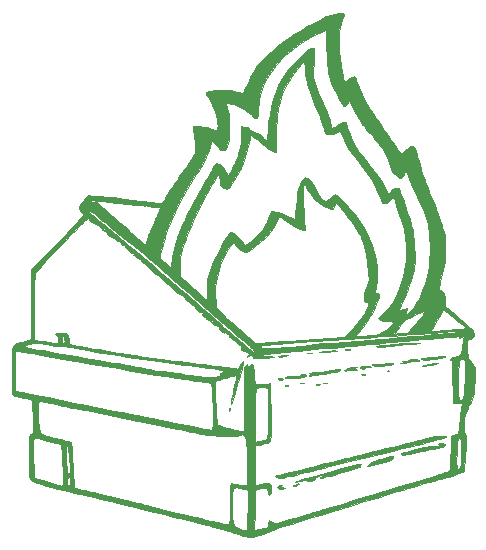
<source format=gbr>
G04 #@! TF.GenerationSoftware,KiCad,Pcbnew,5.1.5*
G04 #@! TF.CreationDate,2020-02-27T23:00:44-06:00*
G04 #@! TF.ProjectId,dumpsterFire,64756d70-7374-4657-9246-6972652e6b69,rev?*
G04 #@! TF.SameCoordinates,Original*
G04 #@! TF.FileFunction,Legend,Top*
G04 #@! TF.FilePolarity,Positive*
%FSLAX46Y46*%
G04 Gerber Fmt 4.6, Leading zero omitted, Abs format (unit mm)*
G04 Created by KiCad (PCBNEW 5.1.5) date 2020-02-27 23:00:44*
%MOMM*%
%LPD*%
G04 APERTURE LIST*
%ADD10C,0.010000*%
G04 APERTURE END LIST*
D10*
G36*
X154907236Y-78082705D02*
G01*
X154937371Y-78092696D01*
X154993848Y-78152912D01*
X154992822Y-78269459D01*
X154933995Y-78444189D01*
X154854412Y-78609489D01*
X154734375Y-78904873D01*
X154643617Y-79270857D01*
X154582047Y-79698633D01*
X154549574Y-80179390D01*
X154546106Y-80704320D01*
X154571551Y-81264614D01*
X154625818Y-81851463D01*
X154708815Y-82456057D01*
X154820452Y-83069588D01*
X154904701Y-83453554D01*
X154955804Y-83665006D01*
X154999075Y-83799923D01*
X155046369Y-83864113D01*
X155109543Y-83863387D01*
X155200452Y-83803553D01*
X155330953Y-83690421D01*
X155351184Y-83672335D01*
X155477626Y-83582250D01*
X155627136Y-83508168D01*
X155772209Y-83460752D01*
X155885339Y-83450664D01*
X155908436Y-83456315D01*
X155939114Y-83501306D01*
X155989241Y-83611570D01*
X156052480Y-83771737D01*
X156122495Y-83966436D01*
X156140507Y-84019277D01*
X156249187Y-84328424D01*
X156363378Y-84623785D01*
X156487573Y-84913151D01*
X156626266Y-85204311D01*
X156783951Y-85505055D01*
X156965121Y-85823175D01*
X157174270Y-86166459D01*
X157415891Y-86542699D01*
X157694479Y-86959684D01*
X158014526Y-87425204D01*
X158380527Y-87947050D01*
X158518817Y-88142334D01*
X158718432Y-88424663D01*
X158918080Y-88708896D01*
X159107779Y-88980686D01*
X159277548Y-89225687D01*
X159417406Y-89429552D01*
X159512247Y-89570207D01*
X159799745Y-90003246D01*
X160051177Y-89770464D01*
X160292814Y-89568565D01*
X160505796Y-89438795D01*
X160697945Y-89376878D01*
X160783307Y-89370000D01*
X160832791Y-89370519D01*
X160874705Y-89377219D01*
X160912209Y-89397812D01*
X160948462Y-89440011D01*
X160986626Y-89511528D01*
X161029860Y-89620077D01*
X161081325Y-89773370D01*
X161144181Y-89979120D01*
X161221588Y-90245040D01*
X161316706Y-90578842D01*
X161402053Y-90880090D01*
X161525426Y-91308157D01*
X161635743Y-91672665D01*
X161739410Y-91992450D01*
X161842832Y-92286353D01*
X161952416Y-92573212D01*
X162074567Y-92871866D01*
X162099103Y-92930030D01*
X162322949Y-93462115D01*
X162515776Y-93929104D01*
X162681978Y-94342805D01*
X162825952Y-94715024D01*
X162952093Y-95057568D01*
X163064798Y-95382246D01*
X163168461Y-95700865D01*
X163267479Y-96025231D01*
X163325667Y-96224659D01*
X163513334Y-96877485D01*
X163513334Y-99055812D01*
X163294908Y-100128989D01*
X163219013Y-100501653D01*
X163158841Y-100799965D01*
X163113643Y-101032623D01*
X163082670Y-101208325D01*
X163065174Y-101335767D01*
X163060408Y-101423649D01*
X163067622Y-101480666D01*
X163086068Y-101515517D01*
X163114998Y-101536899D01*
X163153664Y-101553510D01*
X163171718Y-101560779D01*
X163361847Y-101682150D01*
X163493827Y-101861955D01*
X163565729Y-102095321D01*
X163575625Y-102377377D01*
X163556880Y-102534165D01*
X163531555Y-102695404D01*
X163523207Y-102795558D01*
X163534684Y-102857021D01*
X163568835Y-102902188D01*
X163608032Y-102936331D01*
X164068003Y-103321001D01*
X164466470Y-103656509D01*
X164807700Y-103947008D01*
X165095961Y-104196653D01*
X165335520Y-104409598D01*
X165530643Y-104589997D01*
X165685598Y-104742005D01*
X165804652Y-104869776D01*
X165892072Y-104977464D01*
X165952124Y-105069223D01*
X165989077Y-105149208D01*
X166007196Y-105221572D01*
X166011000Y-105275775D01*
X165971174Y-105430517D01*
X165861692Y-105567925D01*
X165697546Y-105672403D01*
X165594782Y-105708751D01*
X165502256Y-105740436D01*
X165438106Y-105786394D01*
X165398441Y-105860229D01*
X165379374Y-105975546D01*
X165377015Y-106145951D01*
X165387476Y-106385047D01*
X165389804Y-106425846D01*
X165418137Y-106758891D01*
X165464923Y-107028329D01*
X165537503Y-107254491D01*
X165643219Y-107457704D01*
X165789414Y-107658299D01*
X165868352Y-107750851D01*
X165959732Y-107870055D01*
X166024319Y-107998511D01*
X166065092Y-108151752D01*
X166085033Y-108345310D01*
X166087124Y-108594719D01*
X166078022Y-108843334D01*
X166055939Y-109239392D01*
X166029863Y-109608572D01*
X166000959Y-109938538D01*
X165970392Y-110216951D01*
X165939325Y-110431476D01*
X165918408Y-110534971D01*
X165850683Y-110741703D01*
X165748601Y-110973033D01*
X165631203Y-111187859D01*
X165579202Y-111267131D01*
X165525547Y-111362504D01*
X165457860Y-111509597D01*
X165389082Y-111679874D01*
X165375880Y-111715446D01*
X165269274Y-112052326D01*
X165190374Y-112395140D01*
X165140480Y-112728786D01*
X165120892Y-113038157D01*
X165132908Y-113308151D01*
X165177831Y-113523662D01*
X165213142Y-113606460D01*
X165254923Y-113699797D01*
X165286813Y-113812289D01*
X165309048Y-113952581D01*
X165321863Y-114129317D01*
X165325495Y-114351140D01*
X165320180Y-114626696D01*
X165306155Y-114964627D01*
X165283654Y-115373577D01*
X165268257Y-115623916D01*
X165190974Y-116847313D01*
X164997737Y-116935111D01*
X164742821Y-117043616D01*
X164466987Y-117145647D01*
X164155874Y-117245713D01*
X163795120Y-117348323D01*
X163370365Y-117457985D01*
X163195694Y-117500865D01*
X162919213Y-117570950D01*
X162580876Y-117661505D01*
X162199470Y-117767217D01*
X161793784Y-117882775D01*
X161382606Y-118002866D01*
X160984726Y-118122179D01*
X160825027Y-118171113D01*
X160428752Y-118293150D01*
X159973780Y-118432822D01*
X159482470Y-118583293D01*
X158977177Y-118737727D01*
X158480261Y-118889289D01*
X158014077Y-119031143D01*
X157756000Y-119109484D01*
X156719473Y-119423979D01*
X155761281Y-119715123D01*
X154878630Y-119983793D01*
X154068728Y-120230864D01*
X153328783Y-120457211D01*
X152656003Y-120663711D01*
X152047594Y-120851239D01*
X151500764Y-121020670D01*
X151012721Y-121172880D01*
X150580672Y-121308744D01*
X150201824Y-121429138D01*
X149873385Y-121534938D01*
X149592563Y-121627018D01*
X149356565Y-121706255D01*
X149162598Y-121773524D01*
X149007869Y-121829701D01*
X148889588Y-121875661D01*
X148804959Y-121912279D01*
X148783942Y-121922462D01*
X148491474Y-122054833D01*
X148169491Y-122175901D01*
X147838763Y-122279755D01*
X147520064Y-122360488D01*
X147234164Y-122412190D01*
X147003334Y-122428972D01*
X146840780Y-122416604D01*
X146641013Y-122386913D01*
X146453000Y-122347635D01*
X146278451Y-122297822D01*
X146058316Y-122225477D01*
X145824775Y-122141543D01*
X145667500Y-122080525D01*
X145526480Y-122026844D01*
X145357419Y-121968572D01*
X145155425Y-121904405D01*
X144915607Y-121833039D01*
X144633073Y-121753168D01*
X144302930Y-121663489D01*
X143920288Y-121562695D01*
X143480254Y-121449484D01*
X142977938Y-121322549D01*
X142408446Y-121180588D01*
X141766889Y-121022294D01*
X141048373Y-120846363D01*
X140949667Y-120822277D01*
X140494652Y-120711179D01*
X139974558Y-120584010D01*
X139406513Y-120444966D01*
X138807642Y-120298246D01*
X138195071Y-120148048D01*
X137585926Y-119998571D01*
X136997334Y-119854011D01*
X136446420Y-119718568D01*
X136293000Y-119680819D01*
X135799387Y-119559732D01*
X135297121Y-119437247D01*
X134797986Y-119316194D01*
X134313768Y-119199401D01*
X133856253Y-119089696D01*
X133437224Y-118989907D01*
X133068467Y-118902864D01*
X132761767Y-118831395D01*
X132588834Y-118791812D01*
X131885377Y-118630452D01*
X131259388Y-118482203D01*
X130704951Y-118345509D01*
X130216148Y-118218814D01*
X129787059Y-118100562D01*
X129411769Y-117989197D01*
X129084358Y-117883164D01*
X128936711Y-117831644D01*
X128688065Y-117720559D01*
X128513160Y-117587538D01*
X128401892Y-117422389D01*
X128347779Y-117237703D01*
X128338348Y-117137703D01*
X128330459Y-116965791D01*
X128324111Y-116734708D01*
X128319302Y-116457192D01*
X128316032Y-116145986D01*
X128314301Y-115813829D01*
X128314106Y-115473461D01*
X128315260Y-115184235D01*
X128701195Y-115184235D01*
X128702198Y-115497911D01*
X128704377Y-115815397D01*
X128707684Y-116125145D01*
X128712067Y-116415604D01*
X128717477Y-116675227D01*
X128723865Y-116892464D01*
X128731178Y-117055766D01*
X128736106Y-117124309D01*
X128763808Y-117425451D01*
X129215821Y-117564953D01*
X129460767Y-117639730D01*
X129727044Y-117719627D01*
X130001865Y-117800955D01*
X130272445Y-117880027D01*
X130525998Y-117953155D01*
X130749737Y-118016652D01*
X130930877Y-118066832D01*
X131056631Y-118100005D01*
X131114214Y-118112485D01*
X131114381Y-118112492D01*
X131146457Y-118073549D01*
X131175547Y-117963067D01*
X131192956Y-117840378D01*
X131543295Y-117840378D01*
X131561250Y-117979485D01*
X131611549Y-118080765D01*
X131677372Y-118106072D01*
X131739868Y-118054710D01*
X131767841Y-117987111D01*
X131789374Y-117866581D01*
X131799545Y-117719013D01*
X131798719Y-117570708D01*
X131787263Y-117447971D01*
X131765542Y-117377102D01*
X131759271Y-117370989D01*
X131695123Y-117370448D01*
X131635359Y-117435837D01*
X131586072Y-117548435D01*
X131553353Y-117689522D01*
X131543295Y-117840378D01*
X131192956Y-117840378D01*
X131194218Y-117831485D01*
X131203456Y-117682523D01*
X131207359Y-117474433D01*
X131205857Y-117232590D01*
X131198878Y-116982367D01*
X131196745Y-116931901D01*
X131181001Y-116600207D01*
X131163320Y-116258240D01*
X131144529Y-115919487D01*
X131125453Y-115597431D01*
X131116542Y-115457078D01*
X131477982Y-115457078D01*
X131483776Y-115808699D01*
X131489820Y-116012955D01*
X131500571Y-116283595D01*
X131513420Y-116528493D01*
X131527394Y-116733931D01*
X131541522Y-116886190D01*
X131554833Y-116971553D01*
X131558444Y-116981917D01*
X131624729Y-117048017D01*
X131701341Y-117037697D01*
X131769249Y-116953948D01*
X131771859Y-116948361D01*
X131787584Y-116862580D01*
X131792392Y-116709833D01*
X131787654Y-116504523D01*
X131774741Y-116261054D01*
X131755025Y-115993829D01*
X131729877Y-115717250D01*
X131700669Y-115445720D01*
X131668772Y-115193643D01*
X131635557Y-114975422D01*
X131602395Y-114805460D01*
X131570659Y-114698160D01*
X131555096Y-114671830D01*
X131526395Y-114681358D01*
X131504073Y-114769989D01*
X131488390Y-114932381D01*
X131479606Y-115163191D01*
X131477982Y-115457078D01*
X131116542Y-115457078D01*
X131106921Y-115305556D01*
X131089759Y-115057346D01*
X131074795Y-114866286D01*
X131062855Y-114745859D01*
X131062511Y-114743159D01*
X131039951Y-114568151D01*
X129895590Y-114284238D01*
X129596986Y-114211387D01*
X129325402Y-114147486D01*
X129091587Y-114094873D01*
X128906285Y-114055888D01*
X128780243Y-114032869D01*
X128724207Y-114028157D01*
X128722698Y-114028932D01*
X128715588Y-114077219D01*
X128709956Y-114198611D01*
X128705750Y-114381557D01*
X128702921Y-114614509D01*
X128701420Y-114885918D01*
X128701195Y-115184235D01*
X128315260Y-115184235D01*
X128315447Y-115137623D01*
X128318323Y-114819056D01*
X128322733Y-114530499D01*
X128328676Y-114284694D01*
X128336151Y-114094380D01*
X128345157Y-113972298D01*
X128348030Y-113951623D01*
X128377466Y-113822036D01*
X128422227Y-113747249D01*
X128502332Y-113697526D01*
X128525981Y-113687293D01*
X128632793Y-113623306D01*
X128685718Y-113526733D01*
X128697895Y-113473846D01*
X128706029Y-113373114D01*
X128706943Y-113207946D01*
X128701554Y-112991227D01*
X128690775Y-112735839D01*
X128675523Y-112454667D01*
X128656711Y-112160594D01*
X128635255Y-111866502D01*
X128621327Y-111697558D01*
X129079224Y-111697558D01*
X129080340Y-111933667D01*
X129089830Y-112340733D01*
X129111594Y-112710078D01*
X129144433Y-113032349D01*
X129187146Y-113298195D01*
X129238533Y-113498264D01*
X129297073Y-113622764D01*
X129401313Y-113710540D01*
X129586372Y-113799225D01*
X129853327Y-113889208D01*
X130203253Y-113980878D01*
X130429834Y-114031806D01*
X130594908Y-114069621D01*
X130795697Y-114119330D01*
X131016808Y-114176683D01*
X131242850Y-114237430D01*
X131458431Y-114297318D01*
X131648161Y-114352098D01*
X131796647Y-114397519D01*
X131888497Y-114429330D01*
X131910581Y-114440752D01*
X131914699Y-114484268D01*
X131922521Y-114602461D01*
X131933481Y-114785449D01*
X131947014Y-115023352D01*
X131962555Y-115306286D01*
X131979538Y-115624371D01*
X131992396Y-115870667D01*
X132023932Y-116460251D01*
X132053237Y-116966065D01*
X132080375Y-117388973D01*
X132105415Y-117729840D01*
X132128422Y-117989531D01*
X132149463Y-118168911D01*
X132168605Y-118268845D01*
X132178563Y-118290471D01*
X132227213Y-118306897D01*
X132346075Y-118336568D01*
X132522247Y-118376575D01*
X132742831Y-118424011D01*
X132994926Y-118475967D01*
X133054500Y-118487949D01*
X133325279Y-118543797D01*
X133579979Y-118599350D01*
X133802279Y-118650816D01*
X133975857Y-118694402D01*
X134084391Y-118726315D01*
X134091667Y-118728954D01*
X134232245Y-118773357D01*
X134416169Y-118820496D01*
X134599667Y-118859383D01*
X134806415Y-118902352D01*
X135027643Y-118955377D01*
X135192334Y-119000347D01*
X135478154Y-119081770D01*
X135785079Y-119161254D01*
X136129811Y-119242794D01*
X136529054Y-119330382D01*
X136871904Y-119401953D01*
X137158342Y-119463633D01*
X137461727Y-119533846D01*
X137753204Y-119605602D01*
X138003918Y-119671916D01*
X138099571Y-119699247D01*
X138300804Y-119756131D01*
X138561836Y-119826013D01*
X138859927Y-119903022D01*
X139172338Y-119981288D01*
X139476330Y-120054941D01*
X139489167Y-120057986D01*
X139754934Y-120121360D01*
X140084434Y-120200549D01*
X140459202Y-120291077D01*
X140860770Y-120388471D01*
X141270674Y-120488258D01*
X141670446Y-120585963D01*
X141838667Y-120627211D01*
X142393866Y-120762373D01*
X142873417Y-120876594D01*
X143283357Y-120971196D01*
X143629726Y-121047502D01*
X143918561Y-121106833D01*
X144155902Y-121150511D01*
X144347787Y-121179859D01*
X144384375Y-121184508D01*
X144536912Y-121220821D01*
X144645206Y-121280933D01*
X144655519Y-121291196D01*
X144745194Y-121342409D01*
X144881568Y-121371607D01*
X145033700Y-121377799D01*
X145170647Y-121359994D01*
X145261467Y-121317202D01*
X145267429Y-121310787D01*
X145282241Y-121268589D01*
X145295331Y-121176341D01*
X145306950Y-121028603D01*
X145317351Y-120819935D01*
X145326785Y-120544895D01*
X145335505Y-120198045D01*
X145337366Y-120102451D01*
X145524288Y-120102451D01*
X145526265Y-120483954D01*
X145538016Y-120797037D01*
X145562796Y-121049791D01*
X145603861Y-121250307D01*
X145664467Y-121406678D01*
X145747868Y-121526995D01*
X145857322Y-121619350D01*
X145996082Y-121691834D01*
X146167406Y-121752539D01*
X146374548Y-121809556D01*
X146402842Y-121816756D01*
X146579481Y-121859855D01*
X146691342Y-121881231D01*
X146755177Y-121881993D01*
X146787737Y-121863250D01*
X146799275Y-121842999D01*
X146805713Y-121787031D01*
X146811799Y-121655941D01*
X146817358Y-121459270D01*
X146822215Y-121206562D01*
X146826195Y-120907360D01*
X146829121Y-120571207D01*
X146829226Y-120548500D01*
X147056923Y-120548500D01*
X147057295Y-120793107D01*
X147058787Y-120958469D01*
X147061970Y-121050007D01*
X147067414Y-121073140D01*
X147075690Y-121033289D01*
X147087368Y-120935874D01*
X147092577Y-120887167D01*
X147105826Y-120663436D01*
X147105256Y-120413429D01*
X147092571Y-120209834D01*
X147079510Y-120092803D01*
X147070061Y-120031363D01*
X147063652Y-120030933D01*
X147059713Y-120096933D01*
X147057673Y-120234784D01*
X147056963Y-120449906D01*
X147056923Y-120548500D01*
X146829226Y-120548500D01*
X146830818Y-120207646D01*
X146831025Y-120116215D01*
X146834000Y-118456264D01*
X146675250Y-118414862D01*
X146409124Y-118346491D01*
X146210143Y-118298336D01*
X146063966Y-118267613D01*
X145956257Y-118251536D01*
X145872677Y-118247321D01*
X145824503Y-118249623D01*
X145748183Y-118260058D01*
X145687078Y-118283032D01*
X145639344Y-118327240D01*
X145603138Y-118401381D01*
X145576615Y-118514152D01*
X145557931Y-118674252D01*
X145545244Y-118890377D01*
X145536709Y-119171225D01*
X145530483Y-119525495D01*
X145528829Y-119644435D01*
X145524288Y-120102451D01*
X145337366Y-120102451D01*
X145343763Y-119773944D01*
X145346696Y-119599806D01*
X145353437Y-119234099D01*
X145361215Y-118894941D01*
X145369699Y-118591653D01*
X145378562Y-118333558D01*
X145387475Y-118129980D01*
X145396111Y-117990242D01*
X145404139Y-117923666D01*
X145405890Y-117919658D01*
X145458091Y-117913210D01*
X145576099Y-117919707D01*
X145742293Y-117937643D01*
X145935056Y-117964886D01*
X146206428Y-118007528D01*
X146405788Y-118038135D01*
X146544941Y-118056639D01*
X146635692Y-118062971D01*
X146689845Y-118057064D01*
X146719206Y-118038848D01*
X146735579Y-118008255D01*
X146750770Y-117965216D01*
X146752713Y-117960135D01*
X146766108Y-117881044D01*
X146776308Y-117728581D01*
X146783482Y-117513974D01*
X146787794Y-117248451D01*
X146789411Y-116943238D01*
X146788499Y-116609566D01*
X146785226Y-116258660D01*
X146779756Y-115901750D01*
X146772257Y-115550062D01*
X146762895Y-115214826D01*
X146751835Y-114907268D01*
X146739245Y-114638616D01*
X146725291Y-114420100D01*
X146710139Y-114262945D01*
X146696830Y-114187359D01*
X146674634Y-114129222D01*
X147004911Y-114129222D01*
X147014669Y-114233015D01*
X147034887Y-114279442D01*
X147065687Y-114273839D01*
X147089369Y-114208000D01*
X147100804Y-114106333D01*
X147094928Y-113993678D01*
X147075307Y-113917002D01*
X147048043Y-113919497D01*
X147040881Y-113929628D01*
X147013881Y-114014538D01*
X147004911Y-114129222D01*
X146674634Y-114129222D01*
X146615613Y-113974638D01*
X146513391Y-113830375D01*
X146396143Y-113759080D01*
X146269849Y-113765266D01*
X146193173Y-113807335D01*
X146157449Y-113831157D01*
X146115710Y-113849717D01*
X146058179Y-113863450D01*
X145975081Y-113872788D01*
X145856639Y-113878167D01*
X145693077Y-113880020D01*
X145474619Y-113878781D01*
X145191488Y-113874885D01*
X144833908Y-113868766D01*
X144816598Y-113868457D01*
X144361038Y-113858259D01*
X143975307Y-113844233D01*
X143644594Y-113824732D01*
X143354087Y-113798106D01*
X143088977Y-113762708D01*
X142834453Y-113716888D01*
X142575705Y-113658999D01*
X142302445Y-113588613D01*
X142184814Y-113560050D01*
X142061415Y-113532682D01*
X143127391Y-113532682D01*
X143129834Y-113542334D01*
X143187184Y-113573078D01*
X143278000Y-113584667D01*
X143374829Y-113571360D01*
X143426167Y-113542334D01*
X143406985Y-113514652D01*
X143317218Y-113500856D01*
X143278000Y-113500000D01*
X143169452Y-113508813D01*
X143127391Y-113532682D01*
X142061415Y-113532682D01*
X141996441Y-113518272D01*
X141749765Y-113465860D01*
X141457224Y-113405396D01*
X141131257Y-113339460D01*
X140784302Y-113270634D01*
X140574865Y-113229763D01*
X141397250Y-113229763D01*
X141451367Y-113242742D01*
X141534249Y-113245352D01*
X141646895Y-113237309D01*
X141692596Y-113214432D01*
X141690500Y-113203667D01*
X141626263Y-113168536D01*
X141524268Y-113166668D01*
X141424614Y-113198064D01*
X141415334Y-113203667D01*
X141397250Y-113229763D01*
X140574865Y-113229763D01*
X140547500Y-113224423D01*
X139892388Y-113097351D01*
X139315039Y-112985119D01*
X138810062Y-112886647D01*
X138372062Y-112800854D01*
X137995648Y-112726660D01*
X137675427Y-112662986D01*
X137406006Y-112608751D01*
X137181993Y-112562876D01*
X136997993Y-112524279D01*
X136848616Y-112491882D01*
X136728467Y-112464603D01*
X136632155Y-112441363D01*
X136610500Y-112435886D01*
X136443837Y-112395861D01*
X136206236Y-112342411D01*
X135909914Y-112278027D01*
X135567090Y-112205201D01*
X135189982Y-112126424D01*
X134790810Y-112044188D01*
X134381790Y-111960983D01*
X133975142Y-111879302D01*
X133583084Y-111801636D01*
X133217835Y-111730477D01*
X132891612Y-111668315D01*
X132616635Y-111617642D01*
X132477430Y-111593120D01*
X132197502Y-111543158D01*
X131915436Y-111489470D01*
X131654209Y-111436661D01*
X131436798Y-111389338D01*
X131318834Y-111360870D01*
X131110882Y-111309757D01*
X130863286Y-111253309D01*
X130591193Y-111194517D01*
X130309752Y-111136372D01*
X130034112Y-111081865D01*
X129779423Y-111033988D01*
X129560833Y-110995731D01*
X129393491Y-110970085D01*
X129292546Y-110960042D01*
X129288552Y-110960000D01*
X129219718Y-110964951D01*
X129167462Y-110986537D01*
X129129622Y-111034861D01*
X129104038Y-111120023D01*
X129088551Y-111252126D01*
X129081000Y-111441270D01*
X129079224Y-111697558D01*
X128621327Y-111697558D01*
X128612069Y-111585277D01*
X128588069Y-111329800D01*
X128564170Y-111112956D01*
X128541286Y-110947628D01*
X128520332Y-110846699D01*
X128509640Y-110822962D01*
X128478374Y-110805296D01*
X128409001Y-110781814D01*
X128293176Y-110750437D01*
X128122553Y-110709085D01*
X127888786Y-110655681D01*
X127583529Y-110588145D01*
X127449804Y-110558942D01*
X127258145Y-110515732D01*
X127098397Y-110476949D01*
X126987875Y-110446986D01*
X126944309Y-110430753D01*
X126926194Y-110371011D01*
X126910198Y-110237059D01*
X126896358Y-110039331D01*
X126884715Y-109788256D01*
X126875307Y-109494268D01*
X126868174Y-109167797D01*
X126863355Y-108819277D01*
X126860888Y-108459138D01*
X126860868Y-108357559D01*
X127149000Y-108357559D01*
X127149274Y-108729132D01*
X127150054Y-109072983D01*
X127151283Y-109380201D01*
X127152899Y-109641879D01*
X127154844Y-109849108D01*
X127157057Y-109992980D01*
X127159479Y-110064585D01*
X127160473Y-110071000D01*
X127204235Y-110079179D01*
X127325186Y-110102937D01*
X127517520Y-110141108D01*
X127775433Y-110192524D01*
X128093118Y-110256019D01*
X128464770Y-110330426D01*
X128884584Y-110414578D01*
X129346755Y-110507308D01*
X129845477Y-110607450D01*
X130374944Y-110713835D01*
X130929353Y-110825298D01*
X131502896Y-110940672D01*
X132089770Y-111058789D01*
X132684167Y-111178483D01*
X133280284Y-111298587D01*
X133872315Y-111417934D01*
X134454454Y-111535357D01*
X135020897Y-111649689D01*
X135565837Y-111759763D01*
X136083469Y-111864413D01*
X136187167Y-111885390D01*
X136838640Y-112016953D01*
X137493262Y-112148693D01*
X138144880Y-112279397D01*
X138787340Y-112407852D01*
X139414488Y-112532844D01*
X140020170Y-112653160D01*
X140598233Y-112767586D01*
X141142523Y-112874910D01*
X141646887Y-112973917D01*
X142105169Y-113063394D01*
X142511218Y-113142128D01*
X142858878Y-113208905D01*
X143141997Y-113262512D01*
X143354420Y-113301736D01*
X143489667Y-113325310D01*
X143623175Y-113346987D01*
X143720760Y-113362842D01*
X143752761Y-113368051D01*
X143793835Y-113339499D01*
X143837427Y-113277750D01*
X143857390Y-113197993D01*
X143857397Y-113197922D01*
X144124667Y-113197922D01*
X144159942Y-113233500D01*
X144244151Y-113278785D01*
X144344868Y-113320052D01*
X144429667Y-113343572D01*
X144463334Y-113341294D01*
X144449668Y-113305779D01*
X144387431Y-113244698D01*
X144384560Y-113242356D01*
X144290964Y-113186912D01*
X144199218Y-113162154D01*
X144136725Y-113172767D01*
X144124667Y-113197922D01*
X143857397Y-113197922D01*
X143872486Y-113044887D01*
X143882974Y-112829593D01*
X143889114Y-112563273D01*
X143891166Y-112257088D01*
X143889388Y-111922201D01*
X143884042Y-111569773D01*
X143875385Y-111210966D01*
X143863679Y-110856941D01*
X143849182Y-110518860D01*
X143832154Y-110207886D01*
X143812854Y-109935179D01*
X143791542Y-109711902D01*
X143768479Y-109549216D01*
X143748878Y-109470025D01*
X143734812Y-109443431D01*
X143708055Y-109420162D01*
X143659741Y-109398414D01*
X143581006Y-109376383D01*
X143462985Y-109352266D01*
X143296814Y-109324259D01*
X143073628Y-109290559D01*
X142784563Y-109249362D01*
X142420753Y-109198865D01*
X142406204Y-109196859D01*
X141610196Y-109084645D01*
X140779276Y-108962647D01*
X139908380Y-108830031D01*
X138992444Y-108685962D01*
X138026405Y-108529605D01*
X137005197Y-108360124D01*
X135923758Y-108176685D01*
X134777023Y-107978452D01*
X133559929Y-107764592D01*
X132267411Y-107534268D01*
X131650684Y-107423381D01*
X131211289Y-107344588D01*
X130741334Y-107261049D01*
X130260167Y-107176157D01*
X129787139Y-107093301D01*
X129341600Y-107015872D01*
X128942901Y-106947262D01*
X128645017Y-106896681D01*
X128322968Y-106842468D01*
X128023453Y-106792025D01*
X127757917Y-106747280D01*
X127537808Y-106710163D01*
X127374573Y-106682605D01*
X127279659Y-106666534D01*
X127265417Y-106664104D01*
X127149000Y-106644117D01*
X127149000Y-108357559D01*
X126860868Y-108357559D01*
X126860814Y-108097813D01*
X126863172Y-107745733D01*
X126868000Y-107413330D01*
X126875338Y-107111037D01*
X126885225Y-106849284D01*
X126897700Y-106638504D01*
X126912803Y-106489128D01*
X126929216Y-106414519D01*
X126984629Y-106326129D01*
X127708018Y-106326129D01*
X127752633Y-106336768D01*
X127875705Y-106360674D01*
X128072212Y-106396972D01*
X128337133Y-106444785D01*
X128665447Y-106503237D01*
X129052134Y-106571453D01*
X129492171Y-106648558D01*
X129980539Y-106733675D01*
X130512217Y-106825928D01*
X131082182Y-106924442D01*
X131685416Y-107028341D01*
X132316895Y-107136750D01*
X132971600Y-107248792D01*
X133644510Y-107363591D01*
X134112834Y-107443278D01*
X134564531Y-107520346D01*
X135012344Y-107597304D01*
X135445257Y-107672223D01*
X135852256Y-107743172D01*
X136222325Y-107808222D01*
X136544451Y-107865444D01*
X136807619Y-107912907D01*
X137000814Y-107948684D01*
X137033834Y-107954987D01*
X137399076Y-108025173D01*
X137691112Y-108080900D01*
X137919848Y-108123842D01*
X138095193Y-108155674D01*
X138227055Y-108178071D01*
X138325341Y-108192707D01*
X138399959Y-108201258D01*
X138460818Y-108205397D01*
X138517826Y-108206800D01*
X138523980Y-108206857D01*
X138668575Y-108225507D01*
X138741277Y-108278887D01*
X138775389Y-108311204D01*
X138845447Y-108336004D01*
X138965052Y-108355894D01*
X139147810Y-108373479D01*
X139288138Y-108383651D01*
X139525274Y-108402165D01*
X139798859Y-108427631D01*
X140093054Y-108458153D01*
X140392018Y-108491836D01*
X140679912Y-108526784D01*
X140940897Y-108561100D01*
X141159133Y-108592888D01*
X141318780Y-108620252D01*
X141381796Y-108634273D01*
X141489951Y-108671532D01*
X141558037Y-108710278D01*
X141564211Y-108717484D01*
X141615518Y-108736317D01*
X141730026Y-108750626D01*
X141886295Y-108758096D01*
X141945717Y-108758667D01*
X142153365Y-108765423D01*
X142401956Y-108783457D01*
X142649042Y-108809418D01*
X142736969Y-108821131D01*
X143161655Y-108874389D01*
X143522118Y-108901440D01*
X143834657Y-108902236D01*
X144115573Y-108876729D01*
X144381166Y-108824870D01*
X144415650Y-108816130D01*
X144589266Y-108766189D01*
X144698695Y-108724364D01*
X144738514Y-108693695D01*
X144703299Y-108677222D01*
X144666915Y-108675287D01*
X144574536Y-108662076D01*
X144530330Y-108637325D01*
X144540213Y-108582534D01*
X144610875Y-108515793D01*
X144723119Y-108452943D01*
X144780834Y-108430570D01*
X144907834Y-108387759D01*
X144786973Y-108339738D01*
X144675315Y-108308029D01*
X144481992Y-108268739D01*
X144209628Y-108222245D01*
X143860850Y-108168923D01*
X143438284Y-108109150D01*
X142944555Y-108043303D01*
X142382290Y-107971758D01*
X141754114Y-107894892D01*
X141351834Y-107846985D01*
X140919329Y-107793762D01*
X140421761Y-107728701D01*
X139868603Y-107653270D01*
X139269331Y-107568937D01*
X138633421Y-107477172D01*
X137970348Y-107379442D01*
X137289587Y-107277215D01*
X136600613Y-107171961D01*
X135912902Y-107065146D01*
X135235929Y-106958241D01*
X134579170Y-106852712D01*
X133952100Y-106750029D01*
X133364194Y-106651660D01*
X132824927Y-106559072D01*
X132343775Y-106473735D01*
X131930213Y-106397117D01*
X131678667Y-106347983D01*
X131343759Y-106286389D01*
X131085111Y-106251812D01*
X130898901Y-106243786D01*
X130853167Y-106246834D01*
X130712966Y-106247789D01*
X130497440Y-106230083D01*
X130213671Y-106194481D01*
X129868741Y-106141749D01*
X129846221Y-106138052D01*
X129580687Y-106096130D01*
X129329060Y-106059761D01*
X129109057Y-106031252D01*
X128938393Y-106012910D01*
X128840021Y-106007000D01*
X128744707Y-106017360D01*
X128602537Y-106045255D01*
X128430460Y-106085907D01*
X128245423Y-106134538D01*
X128064375Y-106186370D01*
X127904263Y-106236626D01*
X127782035Y-106280527D01*
X127714640Y-106313296D01*
X127708018Y-106326129D01*
X126984629Y-106326129D01*
X127003469Y-106296078D01*
X127086441Y-106210363D01*
X127160338Y-106136121D01*
X127191332Y-106072963D01*
X127191333Y-106072670D01*
X127232686Y-106032713D01*
X127354363Y-106005320D01*
X127418152Y-105998675D01*
X127563516Y-105972825D01*
X127756015Y-105919577D01*
X127966153Y-105847535D01*
X128053127Y-105813516D01*
X128239771Y-105737447D01*
X128757667Y-105737447D01*
X129382083Y-105833232D01*
X129639389Y-105873723D01*
X129901684Y-105916750D01*
X130141196Y-105957650D01*
X130330155Y-105991761D01*
X130358848Y-105997244D01*
X130550741Y-106030971D01*
X130674882Y-106036914D01*
X130746042Y-106006230D01*
X130778990Y-105930073D01*
X130788496Y-105799597D01*
X130789019Y-105739634D01*
X130779670Y-105628677D01*
X131090283Y-105628677D01*
X131103816Y-105775822D01*
X131139196Y-105912579D01*
X131191240Y-106006344D01*
X131265381Y-106074843D01*
X131311687Y-106079060D01*
X131334069Y-106013317D01*
X131336444Y-105871934D01*
X131333104Y-105800526D01*
X131309869Y-105593997D01*
X131268775Y-105459291D01*
X131211863Y-105400386D01*
X131141173Y-105421265D01*
X131139381Y-105422732D01*
X131101253Y-105501021D01*
X131090283Y-105628677D01*
X130779670Y-105628677D01*
X130772725Y-105546266D01*
X130717784Y-105417076D01*
X130617298Y-105337753D01*
X130589699Y-105326067D01*
X130517155Y-105287752D01*
X130517880Y-105247656D01*
X130530890Y-105232844D01*
X130604860Y-105205456D01*
X130760116Y-105188273D01*
X130993862Y-105181584D01*
X131028357Y-105181500D01*
X131258744Y-105185305D01*
X131419832Y-105205334D01*
X131526923Y-105254510D01*
X131595323Y-105345756D01*
X131640333Y-105491994D01*
X131677256Y-105706148D01*
X131681247Y-105732833D01*
X131709092Y-105898598D01*
X131737081Y-106029612D01*
X131760575Y-106105321D01*
X131767580Y-106115458D01*
X131818604Y-106128755D01*
X131944669Y-106154465D01*
X132137296Y-106191109D01*
X132388007Y-106237211D01*
X132688323Y-106291294D01*
X133029766Y-106351881D01*
X133403857Y-106417494D01*
X133802118Y-106486656D01*
X134216069Y-106557890D01*
X134637232Y-106629719D01*
X135057129Y-106700665D01*
X135467281Y-106769252D01*
X135859209Y-106834003D01*
X136224435Y-106893439D01*
X136335334Y-106911264D01*
X136699442Y-106969406D01*
X137034286Y-107022384D01*
X137347800Y-107071285D01*
X137647917Y-107117196D01*
X137942573Y-107161206D01*
X138239702Y-107204402D01*
X138547239Y-107247872D01*
X138873117Y-107292702D01*
X139225272Y-107339982D01*
X139611637Y-107390798D01*
X140040148Y-107446238D01*
X140518738Y-107507390D01*
X141055343Y-107575341D01*
X141657897Y-107651179D01*
X142334334Y-107735991D01*
X142537167Y-107761384D01*
X143053050Y-107825981D01*
X143546961Y-107887885D01*
X144012098Y-107946239D01*
X144441658Y-108000189D01*
X144828836Y-108048876D01*
X145166830Y-108091446D01*
X145448836Y-108127041D01*
X145668051Y-108154806D01*
X145817671Y-108173885D01*
X145890894Y-108183420D01*
X145894208Y-108183880D01*
X145964392Y-108190434D01*
X146014923Y-108176330D01*
X146059813Y-108126963D01*
X146113073Y-108027726D01*
X146177550Y-107888517D01*
X146273198Y-107703860D01*
X146355722Y-107596796D01*
X146423255Y-107568908D01*
X146473933Y-107621782D01*
X146478470Y-107632782D01*
X146473863Y-107690337D01*
X146447427Y-107815072D01*
X146402598Y-107993358D01*
X146342814Y-108211566D01*
X146271509Y-108456067D01*
X146267664Y-108468865D01*
X146180688Y-108761674D01*
X146079755Y-109107408D01*
X145973155Y-109477305D01*
X145869179Y-109842598D01*
X145776889Y-110171739D01*
X145680799Y-110514830D01*
X145603991Y-110781339D01*
X145544505Y-110976641D01*
X145500379Y-111106111D01*
X145469655Y-111175126D01*
X145450372Y-111189061D01*
X145440569Y-111153293D01*
X145438287Y-111100402D01*
X145447031Y-110981690D01*
X145472784Y-110795846D01*
X145512532Y-110558004D01*
X145563260Y-110283297D01*
X145621954Y-109986860D01*
X145685600Y-109683824D01*
X145751183Y-109389324D01*
X145815691Y-109118492D01*
X145876107Y-108886463D01*
X145886996Y-108847589D01*
X145899724Y-108787906D01*
X145880628Y-108761623D01*
X145811069Y-108761033D01*
X145708176Y-108773669D01*
X145597395Y-108795406D01*
X145424636Y-108837718D01*
X145208644Y-108895640D01*
X144968163Y-108964207D01*
X144805299Y-109012830D01*
X144576494Y-109082110D01*
X144377073Y-109141867D01*
X144220608Y-109188083D01*
X144120670Y-109216744D01*
X144090539Y-109224334D01*
X144082524Y-109264742D01*
X144078326Y-109378471D01*
X144077592Y-109554280D01*
X144079968Y-109780926D01*
X144085102Y-110047167D01*
X144092640Y-110341759D01*
X144102229Y-110653461D01*
X144113516Y-110971031D01*
X144126148Y-111283226D01*
X144139770Y-111578804D01*
X144154031Y-111846522D01*
X144168576Y-112075139D01*
X144183053Y-112253411D01*
X144186918Y-112291578D01*
X144211133Y-112512331D01*
X144232759Y-112700494D01*
X144250022Y-112841319D01*
X144261148Y-112920057D01*
X144263856Y-112931534D01*
X144322873Y-112958276D01*
X144445834Y-113002416D01*
X144615155Y-113058512D01*
X144813253Y-113121122D01*
X145022542Y-113184804D01*
X145225440Y-113244115D01*
X145404362Y-113293615D01*
X145541725Y-113327860D01*
X145551139Y-113329940D01*
X145752089Y-113369902D01*
X145961438Y-113405180D01*
X146160925Y-113433452D01*
X146332292Y-113452396D01*
X146457278Y-113459689D01*
X146517624Y-113453011D01*
X146517835Y-113452869D01*
X146522095Y-113408748D01*
X146526066Y-113287403D01*
X146529681Y-113096279D01*
X146532875Y-112842818D01*
X146535002Y-112600417D01*
X147427014Y-112600417D01*
X147427108Y-113037013D01*
X147427779Y-113396404D01*
X147429337Y-113686052D01*
X147432087Y-113913419D01*
X147436338Y-114085966D01*
X147442399Y-114211154D01*
X147450575Y-114296445D01*
X147461176Y-114349300D01*
X147474508Y-114377182D01*
X147490880Y-114387552D01*
X147500750Y-114388500D01*
X147571673Y-114378427D01*
X147703174Y-114351693D01*
X147873863Y-114312846D01*
X147995386Y-114283330D01*
X148175182Y-114236080D01*
X148324178Y-114192251D01*
X148423080Y-114157783D01*
X148451813Y-114142787D01*
X148481976Y-114073119D01*
X148507219Y-113928457D01*
X148527602Y-113707385D01*
X148543184Y-113408485D01*
X148554025Y-113030343D01*
X148560184Y-112571542D01*
X148561721Y-112030666D01*
X148559899Y-111573834D01*
X148548500Y-109795834D01*
X148216865Y-109757161D01*
X148063788Y-109741893D01*
X147931875Y-109738159D01*
X147819552Y-109751622D01*
X147725247Y-109787945D01*
X147647386Y-109852792D01*
X147584396Y-109951828D01*
X147534702Y-110090715D01*
X147496733Y-110275117D01*
X147468913Y-110510698D01*
X147449671Y-110803123D01*
X147437433Y-111158053D01*
X147430625Y-111581154D01*
X147427674Y-112078088D01*
X147427014Y-112600417D01*
X146535002Y-112600417D01*
X146535581Y-112534463D01*
X146537732Y-112178658D01*
X146539263Y-111782846D01*
X146540108Y-111354470D01*
X146540221Y-110938834D01*
X146540572Y-110478675D01*
X146542043Y-110037603D01*
X146544530Y-109623996D01*
X146547931Y-109246233D01*
X146552144Y-108912694D01*
X146557064Y-108631758D01*
X146562590Y-108411805D01*
X146568618Y-108261213D01*
X146573906Y-108195064D01*
X146623203Y-107988329D01*
X146700816Y-107857051D01*
X146701468Y-107856397D01*
X146794044Y-107763834D01*
X146818960Y-107859084D01*
X146856223Y-107935852D01*
X146916446Y-107943521D01*
X147009429Y-107881309D01*
X147054213Y-107840313D01*
X147144921Y-107768305D01*
X147204280Y-107761496D01*
X147219956Y-107773023D01*
X147270436Y-107865852D01*
X147316424Y-108033391D01*
X147356253Y-108265729D01*
X147388259Y-108552957D01*
X147410775Y-108885165D01*
X147412301Y-108917417D01*
X147439847Y-109520667D01*
X147592007Y-109520522D01*
X147696394Y-109516510D01*
X147860495Y-109505765D01*
X148059784Y-109490040D01*
X148224653Y-109475369D01*
X148416332Y-109458734D01*
X148574370Y-109447515D01*
X148681385Y-109442778D01*
X148719784Y-109445006D01*
X148723882Y-109489007D01*
X148729777Y-109609115D01*
X148737183Y-109796795D01*
X148745809Y-110043512D01*
X148755370Y-110340732D01*
X148765576Y-110679920D01*
X148776140Y-111052541D01*
X148784508Y-111363409D01*
X148798668Y-111970135D01*
X148806943Y-112497298D01*
X148809178Y-112949807D01*
X148805216Y-113332572D01*
X148794901Y-113650503D01*
X148778078Y-113908509D01*
X148754591Y-114111499D01*
X148724284Y-114264383D01*
X148689083Y-114367574D01*
X148651222Y-114429489D01*
X148593672Y-114461279D01*
X148490851Y-114472629D01*
X148408789Y-114473667D01*
X148247912Y-114483796D01*
X148153415Y-114516827D01*
X148126073Y-114543087D01*
X148065507Y-114585016D01*
X147947425Y-114613869D01*
X147758598Y-114632826D01*
X147750989Y-114633321D01*
X147426667Y-114654134D01*
X147426667Y-118102160D01*
X147857377Y-117981247D01*
X148054864Y-117929971D01*
X148239038Y-117889482D01*
X148384208Y-117865073D01*
X148444334Y-117860334D01*
X148618474Y-117896054D01*
X148757033Y-117992970D01*
X148839366Y-118135711D01*
X148845321Y-118158887D01*
X148858664Y-118318521D01*
X148842176Y-118499915D01*
X148801660Y-118669204D01*
X148742921Y-118792523D01*
X148735020Y-118802510D01*
X148675204Y-118866112D01*
X148636471Y-118867323D01*
X148590862Y-118815326D01*
X148550300Y-118721267D01*
X148528518Y-118589756D01*
X148527334Y-118553766D01*
X148503008Y-118386465D01*
X148432548Y-118284779D01*
X148319726Y-118253197D01*
X148278680Y-118257970D01*
X148181630Y-118275050D01*
X148032614Y-118299851D01*
X147863329Y-118327102D01*
X147857910Y-118327959D01*
X147694766Y-118356971D01*
X147595152Y-118386458D01*
X147538398Y-118425770D01*
X147503834Y-118484257D01*
X147501829Y-118489026D01*
X147488053Y-118565203D01*
X147475345Y-118722641D01*
X147463833Y-118957939D01*
X147453646Y-119267696D01*
X147444913Y-119648511D01*
X147437762Y-120096983D01*
X147436200Y-120222429D01*
X147417060Y-121843691D01*
X147517114Y-121821225D01*
X147603102Y-121804226D01*
X147747045Y-121778073D01*
X147923358Y-121747367D01*
X147998167Y-121734681D01*
X148169114Y-121706415D01*
X148307206Y-121684487D01*
X148392051Y-121672093D01*
X148407893Y-121670469D01*
X148480543Y-121629824D01*
X148540609Y-121516178D01*
X148582884Y-121340876D01*
X148592354Y-121268554D01*
X148609961Y-121128546D01*
X148627425Y-121029349D01*
X148640581Y-120993000D01*
X148681444Y-121017229D01*
X148765247Y-121079133D01*
X148825685Y-121126712D01*
X148930848Y-121198457D01*
X149041218Y-121240907D01*
X149171122Y-121253658D01*
X149334890Y-121236310D01*
X149546851Y-121188460D01*
X149821334Y-121109704D01*
X149860834Y-121097642D01*
X150120849Y-121018745D01*
X150413658Y-120931283D01*
X150696462Y-120847985D01*
X150855667Y-120801808D01*
X151083774Y-120735172D01*
X151360156Y-120652823D01*
X151652339Y-120564520D01*
X151927854Y-120480020D01*
X151967942Y-120467590D01*
X152188340Y-120400326D01*
X152382947Y-120343161D01*
X152536183Y-120300500D01*
X152632471Y-120276749D01*
X152654958Y-120273334D01*
X152715359Y-120260897D01*
X152840357Y-120226663D01*
X153014106Y-120175247D01*
X153220762Y-120111263D01*
X153320682Y-120079467D01*
X153596285Y-119992513D01*
X153916119Y-119893940D01*
X154242927Y-119795107D01*
X154539450Y-119707372D01*
X154575163Y-119696987D01*
X154834102Y-119620356D01*
X155145348Y-119525839D01*
X155480815Y-119422107D01*
X155812417Y-119317830D01*
X156056830Y-119239588D01*
X156332022Y-119152142D01*
X156602572Y-119068923D01*
X156849813Y-118995471D01*
X157055084Y-118937325D01*
X157199719Y-118900023D01*
X157205667Y-118898658D01*
X157340770Y-118864440D01*
X157539579Y-118809419D01*
X157785137Y-118738523D01*
X158060486Y-118656674D01*
X158348670Y-118568800D01*
X158454500Y-118535949D01*
X159387602Y-118247355D01*
X160334540Y-117959281D01*
X161263558Y-117681311D01*
X162095167Y-117436913D01*
X162371660Y-117354639D01*
X162634435Y-117273085D01*
X162867633Y-117197430D01*
X163055394Y-117132856D01*
X163181858Y-117084543D01*
X163203795Y-117074789D01*
X163353462Y-117016115D01*
X163497324Y-116978624D01*
X163564793Y-116971334D01*
X163743136Y-116933314D01*
X163883144Y-116827551D01*
X163946518Y-116723645D01*
X163961088Y-116647063D01*
X163975079Y-116492264D01*
X163988173Y-116265698D01*
X163998917Y-116001694D01*
X164520408Y-116001694D01*
X164522138Y-116229767D01*
X164527372Y-116413708D01*
X164536318Y-116538217D01*
X164544126Y-116579750D01*
X164603255Y-116658235D01*
X164688039Y-116666448D01*
X164779034Y-116605769D01*
X164814108Y-116560560D01*
X164838761Y-116513775D01*
X164857893Y-116450452D01*
X164872427Y-116359337D01*
X164883284Y-116229175D01*
X164891389Y-116048712D01*
X164897663Y-115806693D01*
X164903031Y-115491864D01*
X164903310Y-115472746D01*
X164907469Y-115097738D01*
X164907436Y-114797781D01*
X164902565Y-114563335D01*
X164892213Y-114384858D01*
X164875735Y-114252810D01*
X164852487Y-114157651D01*
X164821823Y-114089839D01*
X164808548Y-114069877D01*
X164765534Y-114022393D01*
X164729135Y-114035354D01*
X164682006Y-114101016D01*
X164643768Y-114194305D01*
X164606454Y-114344240D01*
X164576695Y-114522995D01*
X164571819Y-114563439D01*
X164556945Y-114734950D01*
X164544313Y-114954143D01*
X164534133Y-115205716D01*
X164526615Y-115474367D01*
X164521970Y-115744794D01*
X164520408Y-116001694D01*
X163998917Y-116001694D01*
X164000052Y-115973814D01*
X164010399Y-115623062D01*
X164017929Y-115273870D01*
X164026348Y-114868541D01*
X164035430Y-114541664D01*
X164045520Y-114287024D01*
X164056967Y-114098406D01*
X164070116Y-113969595D01*
X164085315Y-113894378D01*
X164096216Y-113871570D01*
X164170590Y-113823934D01*
X164288816Y-113785770D01*
X164323768Y-113779101D01*
X164431982Y-113759190D01*
X164517921Y-113731607D01*
X164585284Y-113686735D01*
X164637771Y-113614955D01*
X164679078Y-113506649D01*
X164712906Y-113352198D01*
X164742954Y-113141983D01*
X164772918Y-112866387D01*
X164805512Y-112526334D01*
X164848988Y-112086677D01*
X164889543Y-111728428D01*
X164927609Y-111448395D01*
X164963615Y-111243386D01*
X164995123Y-111118813D01*
X165032885Y-111002460D01*
X164910212Y-111065897D01*
X164797629Y-111102302D01*
X164648492Y-111123213D01*
X164490365Y-111128224D01*
X164350809Y-111116926D01*
X164257387Y-111088912D01*
X164241257Y-111075782D01*
X164228343Y-111017463D01*
X164216749Y-110876516D01*
X164206543Y-110654970D01*
X164197792Y-110354854D01*
X164190563Y-109978196D01*
X164187974Y-109770975D01*
X164648443Y-109770975D01*
X164649823Y-110091362D01*
X164657846Y-110345392D01*
X164673455Y-110539142D01*
X164697596Y-110678685D01*
X164731211Y-110770097D01*
X164775245Y-110819453D01*
X164830642Y-110832828D01*
X164898348Y-110816296D01*
X164954480Y-110789697D01*
X165039095Y-110717772D01*
X165085315Y-110653113D01*
X165104460Y-110579724D01*
X165126126Y-110432495D01*
X165149451Y-110222185D01*
X165173576Y-109959555D01*
X165197640Y-109655363D01*
X165219429Y-109339945D01*
X165547179Y-109339945D01*
X165547199Y-109372500D01*
X165550548Y-109648251D01*
X165559138Y-109841374D01*
X165571777Y-109953664D01*
X165587273Y-109986914D01*
X165604436Y-109942918D01*
X165622076Y-109823471D01*
X165639000Y-109630366D01*
X165654018Y-109365399D01*
X165660614Y-109201652D01*
X165668646Y-108903813D01*
X165668629Y-108689202D01*
X165660533Y-108556763D01*
X165644329Y-108505439D01*
X165641433Y-108504667D01*
X165608370Y-108520097D01*
X165583598Y-108572604D01*
X165566106Y-108671516D01*
X165554881Y-108826159D01*
X165548909Y-109045860D01*
X165547179Y-109339945D01*
X165219429Y-109339945D01*
X165220782Y-109320369D01*
X165242144Y-108965332D01*
X165260864Y-108601012D01*
X165274021Y-108293000D01*
X165282304Y-108045559D01*
X165284343Y-107866360D01*
X165278995Y-107739133D01*
X165265113Y-107647606D01*
X165241551Y-107575509D01*
X165220381Y-107531125D01*
X165131159Y-107409890D01*
X165019516Y-107364276D01*
X164890049Y-107378829D01*
X164837253Y-107399672D01*
X164794220Y-107438605D01*
X164759702Y-107503980D01*
X164732452Y-107604150D01*
X164711222Y-107747464D01*
X164694766Y-107942275D01*
X164681836Y-108196933D01*
X164671184Y-108519790D01*
X164661831Y-108906834D01*
X164652760Y-109378157D01*
X164648443Y-109770975D01*
X164187974Y-109770975D01*
X164184924Y-109527027D01*
X164183156Y-109329532D01*
X164179105Y-108880276D01*
X164174370Y-108508425D01*
X164168217Y-108206714D01*
X164165113Y-108117487D01*
X164361500Y-108117487D01*
X164363556Y-108215868D01*
X164379993Y-108292769D01*
X164390424Y-108309313D01*
X164424731Y-108307424D01*
X164450418Y-108247492D01*
X164459647Y-108156135D01*
X164453561Y-108094826D01*
X164425380Y-108019047D01*
X164397398Y-107996667D01*
X164373042Y-108032721D01*
X164361500Y-108117487D01*
X164165113Y-108117487D01*
X164159908Y-107967881D01*
X164148706Y-107784663D01*
X164133874Y-107649798D01*
X164114676Y-107556022D01*
X164090376Y-107496072D01*
X164060235Y-107462687D01*
X164023518Y-107448602D01*
X163992116Y-107446334D01*
X163951026Y-107437880D01*
X163966674Y-107400122D01*
X164004189Y-107355824D01*
X164157791Y-107239779D01*
X164359414Y-107167829D01*
X164525613Y-107150000D01*
X164659969Y-107133524D01*
X164769196Y-107078931D01*
X164856788Y-106978476D01*
X164926244Y-106824412D01*
X164981060Y-106608992D01*
X165024731Y-106324470D01*
X165060624Y-105964667D01*
X165083601Y-105743019D01*
X165112089Y-105593783D01*
X165150667Y-105504708D01*
X165203913Y-105463544D01*
X165250490Y-105456667D01*
X165318467Y-105438655D01*
X165333667Y-105414334D01*
X165300390Y-105375645D01*
X165206283Y-105383635D01*
X165059932Y-105436509D01*
X164933236Y-105498087D01*
X164804965Y-105563494D01*
X164736256Y-105590317D01*
X164712827Y-105581393D01*
X164720123Y-105540420D01*
X164725005Y-105478849D01*
X164671625Y-105457808D01*
X164635212Y-105456667D01*
X164556695Y-105460398D01*
X164402863Y-105471081D01*
X164182713Y-105487948D01*
X163905245Y-105510232D01*
X163579456Y-105537166D01*
X163214344Y-105567983D01*
X162818909Y-105601915D01*
X162402148Y-105638196D01*
X161973060Y-105676058D01*
X161540644Y-105714735D01*
X161113897Y-105753459D01*
X160701818Y-105791463D01*
X160634667Y-105797722D01*
X160402444Y-105819297D01*
X160093858Y-105847795D01*
X159716866Y-105882489D01*
X159279426Y-105922651D01*
X158789494Y-105967552D01*
X158255029Y-106016465D01*
X157683986Y-106068663D01*
X157084324Y-106123415D01*
X156464000Y-106179996D01*
X155830970Y-106237677D01*
X155193193Y-106295729D01*
X154877334Y-106324456D01*
X153984203Y-106405701D01*
X153171669Y-106479747D01*
X152436003Y-106547004D01*
X151773477Y-106607885D01*
X151180363Y-106662803D01*
X150652933Y-106712168D01*
X150187460Y-106756393D01*
X149780216Y-106795890D01*
X149427472Y-106831070D01*
X149125500Y-106862346D01*
X148870574Y-106890130D01*
X148658964Y-106914834D01*
X148486944Y-106936868D01*
X148350784Y-106956647D01*
X148246758Y-106974581D01*
X148171137Y-106991082D01*
X148120193Y-107006563D01*
X148090200Y-107021434D01*
X148077427Y-107036110D01*
X148078149Y-107051000D01*
X148088636Y-107066517D01*
X148095603Y-107073870D01*
X148153636Y-107093347D01*
X148277595Y-107112569D01*
X148448765Y-107129218D01*
X148631257Y-107140242D01*
X148821542Y-107150174D01*
X148974228Y-107161089D01*
X149073509Y-107171645D01*
X149103801Y-107180310D01*
X149054171Y-107193169D01*
X148936804Y-107210323D01*
X148768424Y-107230198D01*
X148565759Y-107251220D01*
X148345532Y-107271814D01*
X148124471Y-107290406D01*
X147919299Y-107305422D01*
X147746744Y-107315287D01*
X147636217Y-107318454D01*
X147446861Y-107308994D01*
X147328508Y-107275552D01*
X147269554Y-107212709D01*
X147257334Y-107141533D01*
X147223597Y-107079050D01*
X147137974Y-107055889D01*
X147023848Y-107072601D01*
X146904600Y-107129739D01*
X146899716Y-107133109D01*
X146807224Y-107186806D01*
X146773740Y-107182415D01*
X146802651Y-107125681D01*
X146857830Y-107062071D01*
X146982167Y-106931808D01*
X146865994Y-106831477D01*
X146758682Y-106761609D01*
X146610026Y-106691654D01*
X146514289Y-106656902D01*
X146382411Y-106611711D01*
X146315472Y-106573984D01*
X146296507Y-106529725D01*
X146303726Y-106483173D01*
X146306169Y-106399488D01*
X146267710Y-106307498D01*
X146181484Y-106199506D01*
X146040626Y-106067815D01*
X145838271Y-105904728D01*
X145683779Y-105788080D01*
X145493902Y-105644622D01*
X145367051Y-105542034D01*
X145296224Y-105473600D01*
X145274414Y-105432609D01*
X145292475Y-105413056D01*
X145322261Y-105390294D01*
X145301370Y-105351816D01*
X145221170Y-105287351D01*
X145139343Y-105230813D01*
X144992557Y-105135304D01*
X144904268Y-105087997D01*
X144865457Y-105086007D01*
X144867106Y-105126446D01*
X144873929Y-105145866D01*
X144877563Y-105181053D01*
X144837829Y-105175470D01*
X144741780Y-105126596D01*
X144724055Y-105116691D01*
X144551361Y-104993082D01*
X144453915Y-104861178D01*
X144436101Y-104727216D01*
X144439385Y-104711846D01*
X144445835Y-104635835D01*
X144397968Y-104611160D01*
X144366595Y-104610000D01*
X144277457Y-104587934D01*
X144151779Y-104531091D01*
X144058872Y-104477700D01*
X143909691Y-104377177D01*
X143730206Y-104246881D01*
X143539391Y-104101639D01*
X143356225Y-103956279D01*
X143300586Y-103909841D01*
X143540715Y-103909841D01*
X143553426Y-103950382D01*
X143605508Y-104032921D01*
X143638583Y-104078053D01*
X143720307Y-104163508D01*
X143802070Y-104217245D01*
X143865817Y-104233018D01*
X143893496Y-104204575D01*
X143885170Y-104163401D01*
X143841974Y-104107528D01*
X143761112Y-104035929D01*
X143667426Y-103966888D01*
X143585755Y-103918692D01*
X143540940Y-103909626D01*
X143540715Y-103909841D01*
X143300586Y-103909841D01*
X143199684Y-103825627D01*
X143088746Y-103724513D01*
X143069538Y-103704701D01*
X142966908Y-103594000D01*
X143083649Y-103594000D01*
X143169658Y-103580585D01*
X143183275Y-103546255D01*
X143131361Y-103499885D01*
X143020775Y-103450348D01*
X142957127Y-103430350D01*
X142818714Y-103379439D01*
X142671963Y-103307043D01*
X142537713Y-103225956D01*
X142436799Y-103148974D01*
X142390060Y-103088894D01*
X142389000Y-103081468D01*
X142415055Y-103058082D01*
X142431334Y-103064834D01*
X142469287Y-103067697D01*
X142471655Y-103056749D01*
X142439718Y-103019223D01*
X142353345Y-102939491D01*
X142224413Y-102827988D01*
X142064796Y-102695149D01*
X142001122Y-102643314D01*
X141816793Y-102488256D01*
X141658490Y-102343876D01*
X141539480Y-102222965D01*
X141473030Y-102138310D01*
X141468650Y-102130022D01*
X141396075Y-102027276D01*
X141303750Y-101995917D01*
X141303624Y-101995917D01*
X141264299Y-101991803D01*
X141217877Y-101975762D01*
X141157011Y-101942250D01*
X141074352Y-101885721D01*
X140962554Y-101800627D01*
X140814267Y-101681424D01*
X140622145Y-101522566D01*
X140378839Y-101318506D01*
X140147627Y-101123401D01*
X139944090Y-100948330D01*
X139758900Y-100783296D01*
X139603557Y-100639003D01*
X139489561Y-100526155D01*
X139428411Y-100455457D01*
X139425917Y-100451568D01*
X139340802Y-100352456D01*
X139217818Y-100253043D01*
X139165997Y-100220538D01*
X138946962Y-100076526D01*
X138682323Y-99868291D01*
X138376700Y-99599770D01*
X138034713Y-99274902D01*
X137900581Y-99141904D01*
X137695280Y-98940119D01*
X137537803Y-98795096D01*
X137419975Y-98700095D01*
X137333620Y-98648379D01*
X137284245Y-98633904D01*
X137188633Y-98600564D01*
X137163575Y-98545403D01*
X137211527Y-98491220D01*
X137266667Y-98470870D01*
X137322866Y-98453269D01*
X137311916Y-98438770D01*
X137226131Y-98421087D01*
X137200557Y-98416819D01*
X137073690Y-98376065D01*
X136922262Y-98299153D01*
X136768957Y-98201321D01*
X136636459Y-98097808D01*
X136547451Y-98003851D01*
X136532851Y-97976677D01*
X136646879Y-97976677D01*
X136666438Y-98008947D01*
X136734262Y-98069856D01*
X136827449Y-98142176D01*
X136923098Y-98208681D01*
X136998307Y-98252141D01*
X137023505Y-98260000D01*
X137040544Y-98233358D01*
X137032773Y-98215951D01*
X136982708Y-98167170D01*
X136893720Y-98102781D01*
X136791479Y-98038702D01*
X136701653Y-97990849D01*
X136649913Y-97975139D01*
X136646879Y-97976677D01*
X136532851Y-97976677D01*
X136525795Y-97963546D01*
X136449676Y-97832836D01*
X136333181Y-97760703D01*
X136271492Y-97752000D01*
X136197971Y-97735065D01*
X136164867Y-97668240D01*
X136158099Y-97619993D01*
X136140376Y-97538589D01*
X136093277Y-97482988D01*
X135995497Y-97433445D01*
X135929124Y-97407807D01*
X135811601Y-97354391D01*
X135658377Y-97271225D01*
X135485804Y-97168868D01*
X135310233Y-97057878D01*
X135176910Y-96968240D01*
X135404000Y-96968240D01*
X135434397Y-97005705D01*
X135511298Y-97072749D01*
X135613272Y-97153169D01*
X135718887Y-97230763D01*
X135806711Y-97289326D01*
X135855312Y-97312656D01*
X135858358Y-97311753D01*
X135859229Y-97263815D01*
X135852329Y-97250195D01*
X135808910Y-97210586D01*
X135723317Y-97149359D01*
X135617790Y-97080501D01*
X135514570Y-97018001D01*
X135435896Y-96975843D01*
X135404009Y-96968016D01*
X135404000Y-96968240D01*
X135176910Y-96968240D01*
X135148016Y-96948814D01*
X135117401Y-96926500D01*
X135319334Y-96926500D01*
X135340500Y-96947667D01*
X135361667Y-96926500D01*
X135340500Y-96905334D01*
X135319334Y-96926500D01*
X135117401Y-96926500D01*
X135015504Y-96852232D01*
X134929047Y-96778693D01*
X134904585Y-96746247D01*
X134911068Y-96714600D01*
X134972296Y-96725373D01*
X135004065Y-96736849D01*
X135106013Y-96769226D01*
X135141275Y-96766978D01*
X135116463Y-96737863D01*
X135038184Y-96689639D01*
X134913091Y-96630080D01*
X134714328Y-96541725D01*
X134576724Y-96469125D01*
X134498454Y-96410786D01*
X134602047Y-96410786D01*
X134627889Y-96453778D01*
X134686419Y-96476636D01*
X134769736Y-96480614D01*
X134837335Y-96466723D01*
X134853667Y-96448134D01*
X134818173Y-96379043D01*
X134736944Y-96325488D01*
X134675867Y-96312667D01*
X134612459Y-96343595D01*
X134602047Y-96410786D01*
X134498454Y-96410786D01*
X134482067Y-96398572D01*
X134412142Y-96316354D01*
X134348736Y-96208762D01*
X134345667Y-96202956D01*
X134253286Y-96062101D01*
X134141137Y-95936385D01*
X134091667Y-95894744D01*
X133943500Y-95787286D01*
X134091667Y-95950378D01*
X134239834Y-96113469D01*
X133971664Y-95969651D01*
X133715523Y-95817784D01*
X133526997Y-95674334D01*
X133410892Y-95543611D01*
X133372000Y-95431613D01*
X133366426Y-95396134D01*
X133344383Y-95388255D01*
X133297889Y-95414144D01*
X133218960Y-95479964D01*
X133099616Y-95591883D01*
X132931872Y-95756067D01*
X132860778Y-95826495D01*
X132707870Y-95979906D01*
X132509670Y-96181329D01*
X132274466Y-96422144D01*
X132010545Y-96693729D01*
X131726195Y-96987461D01*
X131429705Y-97294721D01*
X131129363Y-97606885D01*
X130833456Y-97915333D01*
X130550272Y-98211442D01*
X130288099Y-98486592D01*
X130055226Y-98732161D01*
X129859940Y-98939526D01*
X129710529Y-99100067D01*
X129646497Y-99170167D01*
X129506765Y-99329549D01*
X129369723Y-99493477D01*
X129259189Y-99633249D01*
X129233742Y-99667584D01*
X129146930Y-99776033D01*
X129072368Y-99849040D01*
X129035424Y-99868667D01*
X128968788Y-99897521D01*
X128909475Y-99949309D01*
X128880614Y-99993995D01*
X128855544Y-100063548D01*
X128834015Y-100163444D01*
X128815781Y-100299159D01*
X128800595Y-100476166D01*
X128788207Y-100699942D01*
X128778371Y-100975960D01*
X128770839Y-101309697D01*
X128765362Y-101706626D01*
X128761694Y-102172223D01*
X128759587Y-102711963D01*
X128758814Y-103279307D01*
X128757667Y-105737447D01*
X128239771Y-105737447D01*
X128461284Y-105647167D01*
X128461309Y-102755109D01*
X128461334Y-99863052D01*
X129509084Y-98775372D01*
X130102303Y-98158883D01*
X130636937Y-97601877D01*
X131113792Y-97103496D01*
X131533675Y-96662880D01*
X131897391Y-96279172D01*
X132205747Y-95951514D01*
X132459550Y-95679046D01*
X132659607Y-95460911D01*
X132806723Y-95296251D01*
X132901705Y-95184206D01*
X132945360Y-95123920D01*
X132948667Y-95114681D01*
X132920437Y-95067801D01*
X132846922Y-94982879D01*
X132758167Y-94892303D01*
X132637292Y-94755259D01*
X132572004Y-94624613D01*
X132564777Y-94490028D01*
X132567627Y-94482068D01*
X132969834Y-94482068D01*
X133096834Y-94618653D01*
X133198922Y-94719301D01*
X133362955Y-94868921D01*
X133584590Y-95063808D01*
X133859485Y-95300259D01*
X134183301Y-95574570D01*
X134551694Y-95883037D01*
X134960323Y-96221957D01*
X135404000Y-96586932D01*
X136067629Y-97133029D01*
X136729138Y-97682058D01*
X137397322Y-98241483D01*
X138080972Y-98818770D01*
X138788884Y-99421384D01*
X139529849Y-100056789D01*
X140312661Y-100732452D01*
X141146114Y-101455836D01*
X141415334Y-101690238D01*
X141750411Y-101981898D01*
X142132650Y-102314127D01*
X142545084Y-102672209D01*
X142970749Y-103041427D01*
X143392679Y-103407068D01*
X143793910Y-103754414D01*
X144145834Y-104058692D01*
X144469861Y-104339064D01*
X144795903Y-104621976D01*
X145113667Y-104898443D01*
X145412864Y-105159482D01*
X145683202Y-105396108D01*
X145914392Y-105599338D01*
X146096142Y-105760187D01*
X146156667Y-105814206D01*
X146527072Y-106143431D01*
X146838990Y-106414882D01*
X147094351Y-106630098D01*
X147295087Y-106790621D01*
X147443127Y-106897990D01*
X147540400Y-106953746D01*
X147588839Y-106959428D01*
X147590258Y-106958187D01*
X147578205Y-106916649D01*
X147524865Y-106833572D01*
X147483614Y-106779391D01*
X147402126Y-106690552D01*
X147259992Y-106550929D01*
X147061365Y-106364231D01*
X147004068Y-106311706D01*
X147940069Y-106311706D01*
X147975494Y-106378792D01*
X148001191Y-106406143D01*
X148070326Y-106439182D01*
X148202506Y-106460823D01*
X148401073Y-106471036D01*
X148669370Y-106469790D01*
X149010738Y-106457054D01*
X149428521Y-106432796D01*
X149926060Y-106396986D01*
X150052494Y-106387083D01*
X150644257Y-106337665D01*
X151154231Y-106289765D01*
X151585272Y-106243052D01*
X151940238Y-106197195D01*
X152221985Y-106151862D01*
X152400834Y-106114741D01*
X152522305Y-106094525D01*
X152715186Y-106073398D01*
X152966242Y-106052413D01*
X153262241Y-106032622D01*
X153589947Y-106015080D01*
X153734334Y-106008615D01*
X153979469Y-105998003D01*
X154211263Y-105987250D01*
X154436785Y-105975821D01*
X154663108Y-105963180D01*
X154897304Y-105948791D01*
X155146444Y-105932119D01*
X155417601Y-105912629D01*
X155717846Y-105889784D01*
X156054250Y-105863050D01*
X156433887Y-105831891D01*
X156863827Y-105795772D01*
X157351143Y-105754156D01*
X157902906Y-105706509D01*
X158526189Y-105652295D01*
X159089500Y-105603097D01*
X159951052Y-105527657D01*
X160731950Y-105459047D01*
X161435902Y-105396912D01*
X162066616Y-105340896D01*
X162627800Y-105290643D01*
X163123162Y-105245800D01*
X163556409Y-105206009D01*
X163931249Y-105170917D01*
X164251389Y-105140167D01*
X164520539Y-105113405D01*
X164742404Y-105090276D01*
X164920694Y-105070423D01*
X165059116Y-105053492D01*
X165161377Y-105039128D01*
X165231185Y-105026975D01*
X165272249Y-105016678D01*
X165287182Y-105009263D01*
X165286530Y-104998458D01*
X165257652Y-104990762D01*
X165197024Y-104986394D01*
X165101125Y-104985572D01*
X164966431Y-104988513D01*
X164789418Y-104995438D01*
X164566565Y-105006563D01*
X164294347Y-105022107D01*
X163969242Y-105042288D01*
X163587728Y-105067325D01*
X163146280Y-105097436D01*
X162641377Y-105132840D01*
X162069494Y-105173754D01*
X161427110Y-105220397D01*
X160710701Y-105272987D01*
X159916744Y-105331743D01*
X159089500Y-105393317D01*
X158628269Y-105427467D01*
X158095788Y-105466442D01*
X157505278Y-105509299D01*
X156869961Y-105555093D01*
X156203057Y-105602878D01*
X155517786Y-105651709D01*
X154827369Y-105700644D01*
X154145026Y-105748735D01*
X153483979Y-105795039D01*
X152887667Y-105836517D01*
X152160451Y-105887001D01*
X151512820Y-105932204D01*
X150939884Y-105972520D01*
X150436751Y-106008343D01*
X149998530Y-106040068D01*
X149620330Y-106068088D01*
X149297261Y-106092797D01*
X149024432Y-106114590D01*
X148796950Y-106133861D01*
X148609926Y-106151004D01*
X148458469Y-106166413D01*
X148337686Y-106180482D01*
X148242689Y-106193606D01*
X148168585Y-106206179D01*
X148110483Y-106218594D01*
X148093417Y-106222872D01*
X147977413Y-106263636D01*
X147940069Y-106311706D01*
X147004068Y-106311706D01*
X146810399Y-106134170D01*
X146511245Y-105864455D01*
X146168057Y-105558798D01*
X145784988Y-105220908D01*
X145366189Y-104854495D01*
X144915814Y-104463270D01*
X144438015Y-104050944D01*
X144225662Y-103868507D01*
X143862307Y-103555994D01*
X143464513Y-103212531D01*
X143048770Y-102852443D01*
X142631570Y-102490053D01*
X142229403Y-102139686D01*
X141858760Y-101815667D01*
X141537495Y-101533520D01*
X140967548Y-101031990D01*
X140451075Y-100578921D01*
X139978537Y-100166225D01*
X139617323Y-99852610D01*
X141076667Y-99852610D01*
X141076667Y-100326903D01*
X142203681Y-101336035D01*
X142464440Y-101569163D01*
X142705347Y-101783856D01*
X142919129Y-101973687D01*
X143098513Y-102132226D01*
X143236226Y-102253044D01*
X143324995Y-102329712D01*
X143357264Y-102355761D01*
X143365415Y-102318899D01*
X143372633Y-102209910D01*
X143378504Y-102041332D01*
X143382611Y-101825703D01*
X143384207Y-101618638D01*
X144052466Y-101618638D01*
X144062517Y-101778370D01*
X144082874Y-101982680D01*
X144102878Y-102163211D01*
X144130390Y-102403174D01*
X144157172Y-102626765D01*
X144180770Y-102814182D01*
X144198729Y-102945622D01*
X144204042Y-102979616D01*
X144213655Y-103020331D01*
X144232018Y-103063709D01*
X144264308Y-103114840D01*
X144315704Y-103178813D01*
X144391382Y-103260719D01*
X144496521Y-103365648D01*
X144636298Y-103498689D01*
X144815891Y-103664932D01*
X145040478Y-103869467D01*
X145315237Y-104117384D01*
X145645344Y-104413773D01*
X145844551Y-104592286D01*
X147456446Y-106036174D01*
X147684973Y-106018428D01*
X147761717Y-106012821D01*
X147916224Y-106001846D01*
X148141792Y-105985970D01*
X148431719Y-105965660D01*
X148779303Y-105941384D01*
X149177841Y-105913608D01*
X149620632Y-105882800D01*
X150100973Y-105849428D01*
X150612162Y-105813959D01*
X151147497Y-105776859D01*
X151468333Y-105754646D01*
X155023166Y-105508610D01*
X155469498Y-105048722D01*
X155857681Y-104633101D01*
X156190532Y-104241120D01*
X156484950Y-103852253D01*
X156640930Y-103625802D01*
X156757038Y-103437266D01*
X156864885Y-103236487D01*
X156957097Y-103040362D01*
X157026297Y-102865789D01*
X157065112Y-102729666D01*
X157066724Y-102650273D01*
X157013473Y-102605887D01*
X156909422Y-102569722D01*
X156874365Y-102562921D01*
X156763848Y-102537890D01*
X156709220Y-102491936D01*
X156681940Y-102397786D01*
X156678012Y-102375280D01*
X156670835Y-102157108D01*
X156711288Y-101869304D01*
X156799394Y-101511756D01*
X156909435Y-101159834D01*
X157080422Y-100651834D01*
X157036495Y-100059167D01*
X156930219Y-99102175D01*
X156752089Y-98153133D01*
X156672966Y-97821684D01*
X156600063Y-97538199D01*
X156536629Y-97316072D01*
X156473275Y-97134120D01*
X156400612Y-96971161D01*
X156309252Y-96806012D01*
X156189807Y-96617492D01*
X156041619Y-96397238D01*
X155902954Y-96197012D01*
X155740701Y-95968348D01*
X155561918Y-95720651D01*
X155373662Y-95463326D01*
X155182992Y-95205775D01*
X154996966Y-94957404D01*
X154822641Y-94727616D01*
X154667076Y-94525816D01*
X154537328Y-94361408D01*
X154440455Y-94243796D01*
X154383516Y-94182385D01*
X154374551Y-94175995D01*
X154294620Y-94178097D01*
X154220698Y-94255803D01*
X154149262Y-94413220D01*
X154134759Y-94455243D01*
X154064877Y-94665637D01*
X153867855Y-94637129D01*
X153506140Y-94542917D01*
X153145531Y-94364951D01*
X152785479Y-94102907D01*
X152491969Y-93826832D01*
X152261465Y-93576105D01*
X152083083Y-93351690D01*
X151940152Y-93130539D01*
X151819545Y-92897196D01*
X151740659Y-92744206D01*
X151676353Y-92659426D01*
X151616515Y-92630079D01*
X151607853Y-92629667D01*
X151582859Y-92631544D01*
X151563467Y-92643252D01*
X151549247Y-92673900D01*
X151539769Y-92732601D01*
X151534603Y-92828467D01*
X151533318Y-92970608D01*
X151535484Y-93168137D01*
X151540670Y-93430164D01*
X151548447Y-93765802D01*
X151550376Y-93846750D01*
X151563760Y-94330029D01*
X151579975Y-94784077D01*
X151598511Y-95199737D01*
X151618859Y-95567850D01*
X151640509Y-95879257D01*
X151662952Y-96124800D01*
X151685680Y-96295320D01*
X151686881Y-96302084D01*
X151695863Y-96381527D01*
X151678700Y-96425492D01*
X151622288Y-96435883D01*
X151513524Y-96414605D01*
X151339302Y-96363561D01*
X151315209Y-96356096D01*
X151121157Y-96282677D01*
X150896084Y-96171871D01*
X150631690Y-96018907D01*
X150319677Y-95819010D01*
X149987834Y-95592619D01*
X149820916Y-95478625D01*
X149677319Y-95385021D01*
X149572118Y-95321329D01*
X149520383Y-95297071D01*
X149519911Y-95297052D01*
X149484577Y-95333380D01*
X149429250Y-95430493D01*
X149363967Y-95570013D01*
X149340916Y-95624750D01*
X149176414Y-95968517D01*
X148964083Y-96308553D01*
X148698311Y-96651172D01*
X148373486Y-97002692D01*
X147983998Y-97369426D01*
X147524235Y-97757690D01*
X147260011Y-97966710D01*
X147080134Y-98105490D01*
X146951768Y-98199815D01*
X146859629Y-98257255D01*
X146788434Y-98285381D01*
X146722898Y-98291765D01*
X146647737Y-98283977D01*
X146626005Y-98280756D01*
X146409996Y-98227721D01*
X146221834Y-98131030D01*
X146042022Y-97977937D01*
X145880977Y-97793677D01*
X145756889Y-97642523D01*
X145666759Y-97557971D01*
X145592271Y-97540025D01*
X145515104Y-97588687D01*
X145416941Y-97703959D01*
X145348866Y-97793754D01*
X145031417Y-98275991D01*
X144749264Y-98827944D01*
X144505778Y-99440912D01*
X144304326Y-100106195D01*
X144148278Y-100815095D01*
X144123221Y-100958902D01*
X144088101Y-101173616D01*
X144064864Y-101339591D01*
X144053118Y-101480155D01*
X144052466Y-101618638D01*
X143384207Y-101618638D01*
X143384540Y-101575562D01*
X143384621Y-101530261D01*
X143385409Y-100694167D01*
X143589901Y-100082985D01*
X143950529Y-99117983D01*
X144374541Y-98194809D01*
X144872013Y-97291745D01*
X144928209Y-97198376D01*
X145060426Y-96984669D01*
X145161757Y-96834311D01*
X145242295Y-96736563D01*
X145312133Y-96680685D01*
X145381363Y-96655936D01*
X145442307Y-96651334D01*
X145592167Y-96679147D01*
X145748834Y-96766864D01*
X145921362Y-96920899D01*
X146086125Y-97107396D01*
X146218048Y-97263087D01*
X146354130Y-97415619D01*
X146468403Y-97536024D01*
X146484920Y-97552309D01*
X146649921Y-97712451D01*
X147025308Y-97446476D01*
X147497993Y-97070814D01*
X147898323Y-96665974D01*
X148123572Y-96380612D01*
X148223880Y-96221656D01*
X148338509Y-96011071D01*
X148457171Y-95771093D01*
X148569578Y-95523957D01*
X148665443Y-95291899D01*
X148734477Y-95097155D01*
X148758612Y-95008056D01*
X148794262Y-94906597D01*
X148839724Y-94848594D01*
X148843663Y-94846758D01*
X148904920Y-94847250D01*
X149029414Y-94864542D01*
X149198081Y-94895557D01*
X149362183Y-94930466D01*
X149787104Y-95052247D01*
X150206045Y-95227831D01*
X150641936Y-95466931D01*
X150671678Y-95485071D01*
X150847523Y-95592943D01*
X150873797Y-95137888D01*
X150921078Y-94474332D01*
X150981744Y-93892737D01*
X151056157Y-93391408D01*
X151144683Y-92968645D01*
X151247684Y-92622751D01*
X151365525Y-92352030D01*
X151498569Y-92154782D01*
X151517574Y-92133840D01*
X151612854Y-92042651D01*
X151688331Y-92005115D01*
X151775379Y-92007438D01*
X151796202Y-92011324D01*
X151926289Y-92062475D01*
X152058590Y-92168031D01*
X152198716Y-92334656D01*
X152352280Y-92569015D01*
X152523408Y-92874966D01*
X152701473Y-93201562D01*
X152853837Y-93457693D01*
X152986191Y-93651529D01*
X153104227Y-93791235D01*
X153213637Y-93884979D01*
X153238461Y-93901070D01*
X153369744Y-93966847D01*
X153484333Y-93983624D01*
X153599179Y-93946312D01*
X153731232Y-93849826D01*
X153877842Y-93709167D01*
X154005081Y-93587021D01*
X154117552Y-93492709D01*
X154197886Y-93440234D01*
X154219112Y-93434000D01*
X154337101Y-93469512D01*
X154495144Y-93573207D01*
X154689469Y-93740827D01*
X154916308Y-93968111D01*
X155171890Y-94250802D01*
X155452445Y-94584638D01*
X155754204Y-94965361D01*
X156073396Y-95388712D01*
X156406252Y-95850430D01*
X156586930Y-96109260D01*
X156874664Y-96583342D01*
X157131686Y-97120711D01*
X157353281Y-97704077D01*
X157534733Y-98316150D01*
X157671327Y-98939641D01*
X157758346Y-99557260D01*
X157791076Y-100151716D01*
X157782527Y-100492881D01*
X157761406Y-100775646D01*
X157732103Y-101067169D01*
X157697869Y-101339728D01*
X157661958Y-101565605D01*
X157648943Y-101631576D01*
X157653598Y-101703937D01*
X157720499Y-101744468D01*
X157745505Y-101751396D01*
X157883609Y-101805263D01*
X157952576Y-101887896D01*
X157967667Y-101985113D01*
X157950491Y-102108796D01*
X157903541Y-102288460D01*
X157833689Y-102503759D01*
X157747803Y-102734347D01*
X157652753Y-102959879D01*
X157601715Y-103068958D01*
X157486577Y-103286536D01*
X157333916Y-103548011D01*
X157154788Y-103836758D01*
X156960248Y-104136155D01*
X156761352Y-104429577D01*
X156569154Y-104700401D01*
X156394711Y-104932005D01*
X156249079Y-105107764D01*
X156236726Y-105121410D01*
X155924657Y-105462569D01*
X156067745Y-105440016D01*
X156154830Y-105430283D01*
X156310209Y-105416891D01*
X156517653Y-105401079D01*
X156760933Y-105384087D01*
X157015167Y-105367687D01*
X157303584Y-105348892D01*
X157521979Y-105331655D01*
X157684913Y-105313751D01*
X157806947Y-105292957D01*
X157902641Y-105267048D01*
X157986556Y-105233799D01*
X158024037Y-105215882D01*
X159271357Y-105215882D01*
X159624928Y-105188362D01*
X159816782Y-105175124D01*
X160000636Y-105165297D01*
X160141286Y-105160713D01*
X160158234Y-105160587D01*
X160237396Y-105156907D01*
X160305375Y-105139364D01*
X160377035Y-105097823D01*
X160467236Y-105022152D01*
X160519631Y-104971312D01*
X162334912Y-104971312D01*
X162351237Y-104979972D01*
X162391795Y-104984907D01*
X162464155Y-104985794D01*
X162575881Y-104982309D01*
X162734542Y-104974130D01*
X162947703Y-104960933D01*
X163222930Y-104942396D01*
X163567791Y-104918195D01*
X163969488Y-104889470D01*
X164300640Y-104865149D01*
X164604021Y-104841853D01*
X164869505Y-104820438D01*
X165086964Y-104801764D01*
X165246271Y-104786685D01*
X165337300Y-104776061D01*
X165354923Y-104772188D01*
X165330283Y-104741128D01*
X165249481Y-104669072D01*
X165124121Y-104565779D01*
X164965808Y-104441010D01*
X164910990Y-104398836D01*
X164740282Y-104265511D01*
X164594717Y-104146666D01*
X164487359Y-104053353D01*
X164431273Y-103996627D01*
X164426613Y-103989015D01*
X164386479Y-103945478D01*
X164290188Y-103862679D01*
X164150304Y-103750814D01*
X163979389Y-103620077D01*
X163891464Y-103554682D01*
X163377644Y-103175933D01*
X163157717Y-103607217D01*
X163038528Y-103828736D01*
X162892169Y-104082812D01*
X162740176Y-104332749D01*
X162643678Y-104483000D01*
X162530804Y-104654354D01*
X162435603Y-104800321D01*
X162367518Y-104906316D01*
X162335995Y-104957755D01*
X162335256Y-104959250D01*
X162334912Y-104971312D01*
X160519631Y-104971312D01*
X160590842Y-104902215D01*
X160701839Y-104789917D01*
X160866511Y-104614658D01*
X161043257Y-104413663D01*
X161221167Y-104200748D01*
X161389332Y-103989728D01*
X161536839Y-103794419D01*
X161652780Y-103628636D01*
X161726244Y-103506195D01*
X161740414Y-103474805D01*
X161760048Y-103415954D01*
X161764497Y-103373110D01*
X161747502Y-103348461D01*
X161702807Y-103344198D01*
X161624154Y-103362508D01*
X161505284Y-103405580D01*
X161339940Y-103475604D01*
X161121864Y-103574768D01*
X160844798Y-103705261D01*
X160502485Y-103869273D01*
X160211806Y-104009489D01*
X160075263Y-104113274D01*
X159927327Y-104296930D01*
X159888252Y-104356000D01*
X159772172Y-104530685D01*
X159632833Y-104730440D01*
X159499246Y-104913730D01*
X159491875Y-104923525D01*
X159271357Y-105215882D01*
X158024037Y-105215882D01*
X158031167Y-105212474D01*
X158189807Y-105125299D01*
X158372654Y-105012351D01*
X158559144Y-104887755D01*
X158728712Y-104765635D01*
X158860795Y-104660116D01*
X158923735Y-104599392D01*
X159037859Y-104457983D01*
X159121751Y-104335689D01*
X159165669Y-104248030D01*
X159165861Y-104213638D01*
X159113901Y-104201386D01*
X158998588Y-104191982D01*
X158841223Y-104186912D01*
X158775528Y-104186431D01*
X158483211Y-104175232D01*
X158259671Y-104140169D01*
X158091669Y-104078398D01*
X158003442Y-104020535D01*
X157905441Y-103941179D01*
X158167402Y-103646427D01*
X158312169Y-103487546D01*
X158490343Y-103297861D01*
X158674928Y-103105895D01*
X158782395Y-102996587D01*
X158915672Y-102860695D01*
X159017516Y-102748496D01*
X159099290Y-102642197D01*
X159172359Y-102524001D01*
X159248086Y-102376115D01*
X159337835Y-102180744D01*
X159415568Y-102005114D01*
X159656296Y-101432544D01*
X159850521Y-100909992D01*
X160003088Y-100420156D01*
X160118842Y-99945737D01*
X160202628Y-99469432D01*
X160256902Y-99000834D01*
X160287808Y-98359294D01*
X160263570Y-97712425D01*
X160182534Y-97049939D01*
X160043042Y-96361549D01*
X159843439Y-95636967D01*
X159598324Y-94910377D01*
X159513793Y-94669946D01*
X159436198Y-94434147D01*
X159372346Y-94224763D01*
X159329048Y-94063575D01*
X159318657Y-94015639D01*
X159287787Y-93872441D01*
X159257403Y-93763211D01*
X159236812Y-93716148D01*
X159176158Y-93706703D01*
X159076154Y-93750138D01*
X158953777Y-93836119D01*
X158826005Y-93954314D01*
X158800679Y-93981593D01*
X158700882Y-94083244D01*
X158617433Y-94134489D01*
X158515226Y-94152159D01*
X158441771Y-94153667D01*
X158238322Y-94153667D01*
X158096054Y-93804417D01*
X157739800Y-93001141D01*
X157346444Y-92256090D01*
X156902462Y-91546171D01*
X156394331Y-90848293D01*
X156280120Y-90703500D01*
X156107512Y-90487857D01*
X155974456Y-90323079D01*
X155867964Y-90193642D01*
X155775043Y-90084020D01*
X155682705Y-89978687D01*
X155577959Y-89862120D01*
X155553992Y-89835667D01*
X155480714Y-89734356D01*
X155379943Y-89564467D01*
X155256665Y-89335615D01*
X155115866Y-89057410D01*
X154962531Y-88739465D01*
X154801647Y-88391392D01*
X154779980Y-88343417D01*
X154709443Y-88204931D01*
X154638933Y-88126015D01*
X154551126Y-88103057D01*
X154428696Y-88132449D01*
X154254317Y-88210581D01*
X154221167Y-88227000D01*
X154052983Y-88304764D01*
X153921636Y-88342944D01*
X153791547Y-88345823D01*
X153627137Y-88317683D01*
X153571624Y-88305180D01*
X153360122Y-88256359D01*
X153266971Y-87871263D01*
X153088906Y-87254176D01*
X152845234Y-86607457D01*
X152730854Y-86343167D01*
X152481547Y-85772936D01*
X152272678Y-85263982D01*
X152100945Y-84805090D01*
X151963044Y-84385046D01*
X151855671Y-83992634D01*
X151775525Y-83616639D01*
X151719301Y-83245846D01*
X151683696Y-82869041D01*
X151677256Y-82766000D01*
X151663236Y-82521070D01*
X151649360Y-82352941D01*
X151629581Y-82253975D01*
X151597854Y-82216533D01*
X151548131Y-82232977D01*
X151474367Y-82295669D01*
X151378771Y-82388900D01*
X151007380Y-82797126D01*
X150652937Y-83273508D01*
X150324614Y-83801895D01*
X150031583Y-84366135D01*
X149783017Y-84950074D01*
X149588088Y-85537560D01*
X149585467Y-85546859D01*
X149502037Y-85854525D01*
X149434283Y-86133898D01*
X149380648Y-86399232D01*
X149339575Y-86664784D01*
X149309509Y-86944808D01*
X149288893Y-87253562D01*
X149276170Y-87605300D01*
X149269784Y-88014278D01*
X149268167Y-88452968D01*
X149268167Y-89843103D01*
X149105532Y-89817097D01*
X149002828Y-89795388D01*
X148900651Y-89759930D01*
X148789258Y-89704274D01*
X148658905Y-89621971D01*
X148499850Y-89506573D01*
X148302349Y-89351629D01*
X148056658Y-89150692D01*
X147893103Y-89014597D01*
X147678907Y-88837260D01*
X147485025Y-88679790D01*
X147321248Y-88549892D01*
X147197370Y-88455273D01*
X147123182Y-88403638D01*
X147107450Y-88396334D01*
X147081828Y-88435331D01*
X147051467Y-88540058D01*
X147021167Y-88692115D01*
X147007749Y-88778654D01*
X146898271Y-89373031D01*
X146736799Y-89964554D01*
X146519462Y-90562609D01*
X146242393Y-91176578D01*
X145901723Y-91815845D01*
X145493584Y-92489794D01*
X145449354Y-92558768D01*
X145327901Y-92744922D01*
X145235682Y-92867894D01*
X145155241Y-92935132D01*
X145069119Y-92954082D01*
X144959862Y-92932191D01*
X144810010Y-92876907D01*
X144754832Y-92855043D01*
X144645735Y-92795771D01*
X144571000Y-92708904D01*
X144522256Y-92577411D01*
X144491131Y-92384262D01*
X144483147Y-92302352D01*
X144463091Y-92094179D01*
X144443453Y-91956472D01*
X144419998Y-91875155D01*
X144388488Y-91836155D01*
X144344687Y-91825398D01*
X144339550Y-91825334D01*
X144278086Y-91857268D01*
X144194337Y-91956484D01*
X144084160Y-92128098D01*
X144056831Y-92174584D01*
X143952564Y-92351273D01*
X143820460Y-92571065D01*
X143677786Y-92805415D01*
X143547253Y-93017023D01*
X143379362Y-93295412D01*
X143214800Y-93586755D01*
X143047621Y-93902855D01*
X142871879Y-94255516D01*
X142681628Y-94656540D01*
X142470920Y-95117732D01*
X142329951Y-95433314D01*
X142116274Y-95921653D01*
X141918787Y-96386205D01*
X141740886Y-96818376D01*
X141585966Y-97209575D01*
X141457423Y-97551207D01*
X141358652Y-97834679D01*
X141293049Y-98051399D01*
X141288462Y-98068997D01*
X141215205Y-98410391D01*
X141153771Y-98804032D01*
X141107965Y-99217883D01*
X141081592Y-99619904D01*
X141076667Y-99852610D01*
X139617323Y-99852610D01*
X139540392Y-99785817D01*
X139127099Y-99429610D01*
X138729118Y-99089518D01*
X138336909Y-98757455D01*
X138334730Y-98755627D01*
X139383334Y-98755627D01*
X139413197Y-98799114D01*
X139493622Y-98885048D01*
X139610865Y-99000805D01*
X139751180Y-99133759D01*
X139900821Y-99271286D01*
X140046045Y-99400760D01*
X140173104Y-99509557D01*
X140268255Y-99585051D01*
X140317752Y-99614618D01*
X140318602Y-99614667D01*
X140344512Y-99577578D01*
X140356836Y-99486980D01*
X140357000Y-99473960D01*
X140369478Y-99295116D01*
X140404387Y-99051832D01*
X140457942Y-98760173D01*
X140526355Y-98436202D01*
X140605841Y-98095986D01*
X140692614Y-97755588D01*
X140782886Y-97431075D01*
X140872872Y-97138509D01*
X140958786Y-96893957D01*
X140974583Y-96853629D01*
X141128890Y-96482790D01*
X141313825Y-96062782D01*
X141521829Y-95609052D01*
X141745345Y-95137048D01*
X141976813Y-94662217D01*
X142208676Y-94200007D01*
X142433376Y-93765866D01*
X142643353Y-93375241D01*
X142831050Y-93043579D01*
X142875615Y-92968334D01*
X143065881Y-92646103D01*
X143262086Y-92305479D01*
X143454349Y-91964221D01*
X143632788Y-91640085D01*
X143787521Y-91350829D01*
X143908665Y-91114210D01*
X143918083Y-91095084D01*
X143992590Y-90948698D01*
X144048048Y-90863198D01*
X144100382Y-90822359D01*
X144165516Y-90809962D01*
X144198613Y-90809334D01*
X144382421Y-90830604D01*
X144541610Y-90900023D01*
X144685220Y-91025999D01*
X144822292Y-91216943D01*
X144961867Y-91481263D01*
X144992942Y-91548197D01*
X145076262Y-91717126D01*
X145140154Y-91817178D01*
X145181124Y-91843037D01*
X145184928Y-91840339D01*
X145231124Y-91773684D01*
X145304580Y-91643781D01*
X145398446Y-91464873D01*
X145505872Y-91251205D01*
X145620009Y-91017020D01*
X145734007Y-90776563D01*
X145841016Y-90544076D01*
X145934188Y-90333804D01*
X146006672Y-90159991D01*
X146050564Y-90040244D01*
X146181980Y-89528743D01*
X146255875Y-88999363D01*
X146274904Y-88430548D01*
X146270529Y-88254839D01*
X146248997Y-87668844D01*
X146552082Y-87698725D01*
X146728600Y-87717677D01*
X146837107Y-87735853D01*
X146893998Y-87759115D01*
X146915667Y-87793327D01*
X146918667Y-87829818D01*
X146956913Y-87875994D01*
X147066649Y-87948132D01*
X147240371Y-88041727D01*
X147405123Y-88121878D01*
X147640949Y-88237558D01*
X147821900Y-88340244D01*
X147972597Y-88446079D01*
X148117662Y-88571206D01*
X148177706Y-88628409D01*
X148463834Y-88906367D01*
X148490598Y-88746600D01*
X148501871Y-88648302D01*
X148514957Y-88484835D01*
X148528528Y-88275636D01*
X148541255Y-88040144D01*
X148546358Y-87930667D01*
X148597604Y-87323044D01*
X148696166Y-86679185D01*
X148836461Y-86021005D01*
X149012905Y-85370415D01*
X149219916Y-84749328D01*
X149451910Y-84179658D01*
X149560266Y-83951334D01*
X149826549Y-83476642D01*
X150151314Y-83005758D01*
X150539888Y-82532339D01*
X150997600Y-82050039D01*
X151529779Y-81552514D01*
X151700870Y-81402691D01*
X151892968Y-81238782D01*
X152033947Y-81124622D01*
X152135091Y-81052742D01*
X152207683Y-81015668D01*
X152263008Y-81005929D01*
X152293450Y-81010307D01*
X152381794Y-81037975D01*
X152421913Y-81058408D01*
X152431755Y-81110100D01*
X152438076Y-81233090D01*
X152441011Y-81414089D01*
X152440695Y-81639806D01*
X152437263Y-81896951D01*
X152430848Y-82172237D01*
X152421587Y-82452371D01*
X152409613Y-82724065D01*
X152403975Y-82829500D01*
X152390762Y-83083180D01*
X152384995Y-83272700D01*
X152387802Y-83418333D01*
X152400312Y-83540349D01*
X152423652Y-83659021D01*
X152457347Y-83788806D01*
X152518960Y-83993748D01*
X152599678Y-84227885D01*
X152703086Y-84500291D01*
X152832775Y-84820036D01*
X152992330Y-85196194D01*
X153185340Y-85637835D01*
X153216459Y-85708167D01*
X153385219Y-86093974D01*
X153521532Y-86417801D01*
X153630577Y-86693514D01*
X153717531Y-86934980D01*
X153787570Y-87156068D01*
X153845874Y-87370643D01*
X153862467Y-87438397D01*
X153902094Y-87596053D01*
X153936677Y-87719382D01*
X153960165Y-87787210D01*
X153963901Y-87793345D01*
X154020003Y-87796488D01*
X154115613Y-87759578D01*
X154224514Y-87695934D01*
X154320486Y-87618875D01*
X154333402Y-87605643D01*
X154515107Y-87461995D01*
X154736968Y-87361872D01*
X154948228Y-87323108D01*
X155132603Y-87316834D01*
X155276418Y-87740167D01*
X155376724Y-88021117D01*
X155493078Y-88323894D01*
X155616627Y-88627246D01*
X155738520Y-88909925D01*
X155849905Y-89150680D01*
X155926405Y-89300480D01*
X155983464Y-89389202D01*
X156086161Y-89532956D01*
X156226529Y-89721235D01*
X156396601Y-89943534D01*
X156588413Y-90189346D01*
X156793998Y-90448165D01*
X156841234Y-90506989D01*
X157238260Y-91009155D01*
X157579197Y-91460061D01*
X157868940Y-91867175D01*
X158112387Y-92237966D01*
X158314435Y-92579901D01*
X158479980Y-92900448D01*
X158613921Y-93207077D01*
X158617214Y-93215408D01*
X158689575Y-93398982D01*
X158937810Y-93141325D01*
X159062195Y-93015186D01*
X159150980Y-92938820D01*
X159226049Y-92899838D01*
X159309283Y-92885851D01*
X159391772Y-92884315D01*
X159523752Y-92891189D01*
X159623456Y-92907872D01*
X159649829Y-92918200D01*
X159672709Y-92963494D01*
X159717979Y-93079152D01*
X159782188Y-93254908D01*
X159861887Y-93480501D01*
X159953624Y-93745665D01*
X160053949Y-94040138D01*
X160159413Y-94353654D01*
X160266564Y-94675952D01*
X160371953Y-94996766D01*
X160472128Y-95305833D01*
X160563640Y-95592890D01*
X160643038Y-95847672D01*
X160706872Y-96059916D01*
X160712681Y-96079834D01*
X160804008Y-96451330D01*
X160875259Y-96871633D01*
X160927214Y-97348581D01*
X160960652Y-97890009D01*
X160976352Y-98503755D01*
X160977816Y-98746834D01*
X160977403Y-99045209D01*
X160974230Y-99276201D01*
X160966827Y-99457082D01*
X160953726Y-99605124D01*
X160933457Y-99737602D01*
X160904551Y-99871786D01*
X160870807Y-100004981D01*
X160777388Y-100338586D01*
X160669631Y-100679962D01*
X160542895Y-101041570D01*
X160392538Y-101435869D01*
X160213918Y-101875320D01*
X160002395Y-102372383D01*
X159909456Y-102585742D01*
X159814098Y-102804553D01*
X159731872Y-102995324D01*
X159668319Y-103145027D01*
X159628980Y-103240636D01*
X159618667Y-103269382D01*
X159655091Y-103264783D01*
X159752141Y-103235376D01*
X159891480Y-103186910D01*
X159946750Y-103166544D01*
X160129176Y-103099419D01*
X160245633Y-103061620D01*
X160309219Y-103052188D01*
X160333033Y-103070167D01*
X160330171Y-103114599D01*
X160324646Y-103138917D01*
X160280925Y-103339769D01*
X160264350Y-103469437D01*
X160274404Y-103536756D01*
X160300433Y-103551667D01*
X160352130Y-103522928D01*
X160446409Y-103445474D01*
X160568044Y-103332451D01*
X160655919Y-103244750D01*
X160893760Y-102971335D01*
X161112419Y-102655207D01*
X161320220Y-102282815D01*
X161525488Y-101840607D01*
X161541572Y-101802932D01*
X161717144Y-101375666D01*
X161856703Y-101000126D01*
X161965976Y-100654371D01*
X162050689Y-100316465D01*
X162116568Y-99964467D01*
X162169340Y-99576440D01*
X162201125Y-99276000D01*
X162227232Y-98919560D01*
X162243105Y-98511871D01*
X162248934Y-98075775D01*
X162244910Y-97634112D01*
X162231222Y-97209722D01*
X162208062Y-96825445D01*
X162178218Y-96524334D01*
X162133549Y-96197105D01*
X162085449Y-95913360D01*
X162028476Y-95655758D01*
X161957186Y-95406955D01*
X161866135Y-95149610D01*
X161749880Y-94866381D01*
X161602978Y-94539925D01*
X161460317Y-94237209D01*
X161203408Y-93695027D01*
X160983265Y-93221905D01*
X160797278Y-92811952D01*
X160642839Y-92459276D01*
X160517336Y-92157985D01*
X160418161Y-91902187D01*
X160383302Y-91805686D01*
X160324009Y-91640230D01*
X160274595Y-91507704D01*
X160242013Y-91426487D01*
X160233698Y-91410254D01*
X160207809Y-91437287D01*
X160152204Y-91523116D01*
X160076929Y-91651789D01*
X160041381Y-91715651D01*
X159955051Y-91860815D01*
X159876333Y-91971858D01*
X159818052Y-92031449D01*
X159803654Y-92037000D01*
X159692640Y-92008799D01*
X159551098Y-91935291D01*
X159406213Y-91833117D01*
X159286497Y-91720431D01*
X159190441Y-91598377D01*
X159100772Y-91454299D01*
X159011505Y-91275398D01*
X158916655Y-91048872D01*
X158810239Y-90761919D01*
X158728857Y-90527627D01*
X158637852Y-90268052D01*
X158560705Y-90069466D01*
X158487671Y-89911551D01*
X158409004Y-89773985D01*
X158314961Y-89636448D01*
X158276549Y-89584475D01*
X158184065Y-89464498D01*
X158055820Y-89302803D01*
X157903395Y-89113515D01*
X157738376Y-88910756D01*
X157572346Y-88708653D01*
X157416889Y-88521328D01*
X157283588Y-88362907D01*
X157184029Y-88247514D01*
X157143280Y-88202675D01*
X157085423Y-88138355D01*
X156989078Y-88027554D01*
X156870048Y-87888759D01*
X156744135Y-87740458D01*
X156627141Y-87601139D01*
X156564323Y-87525322D01*
X156504468Y-87439205D01*
X156413164Y-87290788D01*
X156297845Y-87092979D01*
X156165949Y-86858687D01*
X156024911Y-86600820D01*
X155936389Y-86435239D01*
X155801264Y-86181862D01*
X155678728Y-85955297D01*
X155574410Y-85765688D01*
X155493938Y-85623184D01*
X155442939Y-85537932D01*
X155427432Y-85517667D01*
X155395063Y-85551248D01*
X155341901Y-85635174D01*
X155322765Y-85669600D01*
X155217764Y-85821249D01*
X155095892Y-85931127D01*
X154977472Y-85981826D01*
X154956461Y-85983334D01*
X154922566Y-85965599D01*
X154874169Y-85907934D01*
X154807397Y-85803644D01*
X154718377Y-85646037D01*
X154603238Y-85428419D01*
X154458106Y-85144096D01*
X154373490Y-84975642D01*
X154216540Y-84660118D01*
X154093113Y-84406329D01*
X153997713Y-84200870D01*
X153924839Y-84030337D01*
X153868994Y-83881327D01*
X153824677Y-83740437D01*
X153786391Y-83594264D01*
X153759842Y-83479873D01*
X153683948Y-83112730D01*
X153624060Y-82752902D01*
X153578772Y-82384304D01*
X153546674Y-81990855D01*
X153526359Y-81556471D01*
X153516420Y-81065069D01*
X153514879Y-80681084D01*
X153514502Y-80320101D01*
X153512205Y-80036176D01*
X153507651Y-79821716D01*
X153500504Y-79669127D01*
X153490427Y-79570815D01*
X153477082Y-79519186D01*
X153462730Y-79506334D01*
X153396854Y-79525975D01*
X153269727Y-79580563D01*
X153093927Y-79663591D01*
X152882028Y-79768552D01*
X152646605Y-79888939D01*
X152400234Y-80018248D01*
X152155491Y-80149970D01*
X151924951Y-80277599D01*
X151721189Y-80394630D01*
X151575334Y-80482857D01*
X151131025Y-80772374D01*
X150740262Y-81053378D01*
X150377059Y-81346391D01*
X150015430Y-81671936D01*
X149775099Y-81904569D01*
X149254428Y-82466824D01*
X148807690Y-83051768D01*
X148424586Y-83673541D01*
X148268531Y-83972500D01*
X148143020Y-84239546D01*
X148038927Y-84495493D01*
X147953376Y-84753719D01*
X147883493Y-85027601D01*
X147826403Y-85330517D01*
X147779231Y-85675845D01*
X147739102Y-86076962D01*
X147703141Y-86547246D01*
X147697640Y-86628917D01*
X147673066Y-86999333D01*
X147544401Y-86999333D01*
X147460935Y-86984542D01*
X147368930Y-86932557D01*
X147251071Y-86831965D01*
X147169106Y-86751938D01*
X146914984Y-86522614D01*
X146623210Y-86300965D01*
X146321418Y-86106110D01*
X146037238Y-85957168D01*
X145992103Y-85937553D01*
X145835527Y-85877408D01*
X145654185Y-85816140D01*
X145466460Y-85758877D01*
X145290732Y-85710745D01*
X145145382Y-85676873D01*
X145048790Y-85662387D01*
X145020134Y-85666422D01*
X145021968Y-85712935D01*
X145041393Y-85826543D01*
X145075428Y-85992210D01*
X145121096Y-86194903D01*
X145143797Y-86290648D01*
X145191657Y-86491908D01*
X145227550Y-86655367D01*
X145253111Y-86798748D01*
X145269974Y-86939775D01*
X145279772Y-87096171D01*
X145284141Y-87285660D01*
X145284714Y-87525965D01*
X145283316Y-87803667D01*
X145275676Y-88227922D01*
X145257152Y-88579072D01*
X145225888Y-88868197D01*
X145180032Y-89106376D01*
X145117727Y-89304689D01*
X145037120Y-89474215D01*
X144991179Y-89548923D01*
X144910765Y-89652599D01*
X144832253Y-89699026D01*
X144739596Y-89708667D01*
X144644513Y-89696563D01*
X144556949Y-89650465D01*
X144452619Y-89555690D01*
X144406982Y-89507584D01*
X144275177Y-89365634D01*
X144123000Y-89201713D01*
X144008957Y-89078846D01*
X143901437Y-88972102D01*
X143817825Y-88906367D01*
X143772623Y-88892807D01*
X143770481Y-88895195D01*
X143750657Y-88953616D01*
X143719644Y-89074596D01*
X143682498Y-89237603D01*
X143660240Y-89342809D01*
X143568485Y-89669192D01*
X143416607Y-90051184D01*
X143205927Y-90486138D01*
X142937764Y-90971410D01*
X142613437Y-91504355D01*
X142470660Y-91726631D01*
X141932601Y-92577632D01*
X141455041Y-93387052D01*
X141032283Y-94166099D01*
X140658631Y-94925979D01*
X140328387Y-95677901D01*
X140035854Y-96433071D01*
X139939019Y-96706893D01*
X139874929Y-96901829D01*
X139802449Y-97137432D01*
X139725460Y-97399388D01*
X139647846Y-97673378D01*
X139573491Y-97945086D01*
X139506278Y-98200196D01*
X139450089Y-98424390D01*
X139408808Y-98603353D01*
X139386318Y-98722767D01*
X139383334Y-98755627D01*
X138334730Y-98755627D01*
X137940929Y-98425335D01*
X137531639Y-98085072D01*
X137099497Y-97728579D01*
X136634963Y-97347770D01*
X136128497Y-96934559D01*
X135700334Y-96586289D01*
X135224555Y-96200088D01*
X134809732Y-95864322D01*
X134451496Y-95575569D01*
X134145476Y-95330403D01*
X133887304Y-95125401D01*
X133672607Y-94957139D01*
X133497018Y-94822192D01*
X133356166Y-94717136D01*
X133245680Y-94638548D01*
X133161192Y-94583003D01*
X133098331Y-94547077D01*
X133096967Y-94546384D01*
X132969834Y-94482068D01*
X132567627Y-94482068D01*
X132618083Y-94341168D01*
X132734395Y-94167699D01*
X132885105Y-93994917D01*
X133591438Y-93994917D01*
X133592011Y-94077042D01*
X133636342Y-94107563D01*
X133704831Y-94111334D01*
X133820310Y-94089134D01*
X133900033Y-94042920D01*
X133937593Y-93984965D01*
X133985834Y-93984965D01*
X134176334Y-94150505D01*
X134242133Y-94208626D01*
X134364666Y-94317818D01*
X134537729Y-94472522D01*
X134755118Y-94667176D01*
X135010630Y-94896219D01*
X135298060Y-95154091D01*
X135611204Y-95435231D01*
X135943860Y-95734077D01*
X136250667Y-96009863D01*
X136589421Y-96314060D01*
X136909601Y-96600828D01*
X137205655Y-96865245D01*
X137472032Y-97102386D01*
X137703180Y-97307330D01*
X137893546Y-97475154D01*
X138037578Y-97600934D01*
X138129725Y-97679748D01*
X138164332Y-97706674D01*
X138189716Y-97671561D01*
X138215530Y-97580654D01*
X138221119Y-97550917D01*
X138237789Y-97459627D01*
X138257642Y-97371312D01*
X138284320Y-97276484D01*
X138321460Y-97165653D01*
X138372704Y-97029331D01*
X138441689Y-96858031D01*
X138532055Y-96642262D01*
X138647442Y-96372538D01*
X138791489Y-96039369D01*
X138872388Y-95852956D01*
X139005418Y-95545266D01*
X139126253Y-95263146D01*
X139231063Y-95015747D01*
X139316017Y-94812223D01*
X139377284Y-94661725D01*
X139411033Y-94573404D01*
X139416308Y-94553530D01*
X139371065Y-94544047D01*
X139258794Y-94528953D01*
X139096779Y-94510382D01*
X138916463Y-94491846D01*
X138713961Y-94469080D01*
X138535702Y-94443595D01*
X138402722Y-94418731D01*
X138340628Y-94400402D01*
X138235882Y-94375095D01*
X138171295Y-94381109D01*
X138106937Y-94383530D01*
X137972326Y-94376194D01*
X137781167Y-94360279D01*
X137547164Y-94336966D01*
X137284020Y-94307435D01*
X137203167Y-94297749D01*
X136920908Y-94264158D01*
X136651486Y-94233402D01*
X136411915Y-94207326D01*
X136219208Y-94187770D01*
X136090380Y-94176577D01*
X136075051Y-94175579D01*
X135914783Y-94164096D01*
X135720642Y-94147171D01*
X135510530Y-94126740D01*
X135302348Y-94104741D01*
X135113997Y-94083113D01*
X134963377Y-94063792D01*
X134868388Y-94048717D01*
X134845489Y-94042482D01*
X134793084Y-94032968D01*
X134675896Y-94021848D01*
X134513747Y-94010801D01*
X134400989Y-94004805D01*
X133985834Y-93984965D01*
X133937593Y-93984965D01*
X133952525Y-93961927D01*
X133925861Y-93906723D01*
X133822439Y-93880355D01*
X133770639Y-93878500D01*
X133661969Y-93885043D01*
X133611269Y-93916093D01*
X133592164Y-93988786D01*
X133591438Y-93994917D01*
X132885105Y-93994917D01*
X132916187Y-93959283D01*
X133003089Y-93868631D01*
X133350834Y-93512357D01*
X133753000Y-93538997D01*
X134322548Y-93580588D01*
X134888461Y-93629222D01*
X135430178Y-93682870D01*
X135927137Y-93739506D01*
X136335334Y-93793689D01*
X136585161Y-93828667D01*
X136899636Y-93870905D01*
X137260258Y-93918073D01*
X137648523Y-93967841D01*
X138045931Y-94017882D01*
X138433978Y-94065865D01*
X138794164Y-94109462D01*
X139107987Y-94146344D01*
X139356944Y-94174181D01*
X139362853Y-94174813D01*
X139617540Y-94202016D01*
X139716112Y-93997925D01*
X139813233Y-93809533D01*
X139940444Y-93585760D01*
X140103623Y-93316742D01*
X140308644Y-92992618D01*
X140392559Y-92862500D01*
X140490523Y-92713366D01*
X140615189Y-92526787D01*
X140758100Y-92315085D01*
X140910801Y-92090581D01*
X141064836Y-91865598D01*
X141211747Y-91652455D01*
X141343080Y-91463476D01*
X141450377Y-91310981D01*
X141525182Y-91207291D01*
X141554700Y-91169167D01*
X141591075Y-91120783D01*
X141666100Y-91016429D01*
X141770125Y-90869672D01*
X141893499Y-90694081D01*
X141946090Y-90618834D01*
X142119925Y-90360314D01*
X142242013Y-90155978D01*
X142317255Y-89997084D01*
X142344795Y-89907666D01*
X142380306Y-89646325D01*
X142389541Y-89326508D01*
X142373328Y-88969949D01*
X142332494Y-88598383D01*
X142283995Y-88311667D01*
X142233866Y-88059590D01*
X142200595Y-87879069D01*
X142186669Y-87758224D01*
X142194574Y-87685173D01*
X142226799Y-87648034D01*
X142285830Y-87634926D01*
X142374155Y-87633967D01*
X142425788Y-87634334D01*
X142704829Y-87651320D01*
X143031746Y-87698683D01*
X143377674Y-87771029D01*
X143713749Y-87862966D01*
X143802288Y-87891530D01*
X143966184Y-87944958D01*
X144096156Y-87984524D01*
X144174132Y-88004873D01*
X144188322Y-88005916D01*
X144259283Y-87858747D01*
X144291549Y-87648495D01*
X144286669Y-87386568D01*
X144246193Y-87084373D01*
X144171670Y-86753318D01*
X144064650Y-86404810D01*
X143926682Y-86050257D01*
X143920856Y-86036833D01*
X143824982Y-85828092D01*
X143722535Y-85623941D01*
X143621634Y-85438573D01*
X143530397Y-85286186D01*
X143456942Y-85180974D01*
X143409387Y-85137133D01*
X143406076Y-85136667D01*
X143371564Y-85100961D01*
X143329984Y-85015471D01*
X143294452Y-84912638D01*
X143278089Y-84824902D01*
X143278000Y-84819936D01*
X143317323Y-84793073D01*
X143424902Y-84757717D01*
X143585151Y-84717166D01*
X143782483Y-84674715D01*
X144001311Y-84633663D01*
X144226051Y-84597305D01*
X144441115Y-84568938D01*
X144489502Y-84563691D01*
X144727643Y-84556278D01*
X145021866Y-84573852D01*
X145348280Y-84613594D01*
X145682995Y-84672689D01*
X145960313Y-84737114D01*
X146134287Y-84781539D01*
X146279659Y-84816295D01*
X146375358Y-84836457D01*
X146398536Y-84839540D01*
X146436619Y-84803727D01*
X146498440Y-84706489D01*
X146574323Y-84564194D01*
X146629612Y-84448750D01*
X146774634Y-84138391D01*
X146925838Y-83824844D01*
X147076665Y-83520888D01*
X147220557Y-83239300D01*
X147350955Y-82992857D01*
X147461300Y-82794338D01*
X147545035Y-82656521D01*
X147562944Y-82630374D01*
X147787786Y-82345468D01*
X148074205Y-82029675D01*
X148410265Y-81694106D01*
X148784025Y-81349872D01*
X149183548Y-81008083D01*
X149596896Y-80679849D01*
X149899177Y-80456137D01*
X150139269Y-80290932D01*
X150432170Y-80100333D01*
X150766034Y-79891177D01*
X151129015Y-79670305D01*
X151509265Y-79444554D01*
X151894940Y-79220763D01*
X152274191Y-79005770D01*
X152635174Y-78806414D01*
X152966041Y-78629534D01*
X153254947Y-78481968D01*
X153490044Y-78370554D01*
X153575667Y-78333813D01*
X153897570Y-78216092D01*
X154205935Y-78129597D01*
X154486505Y-78076851D01*
X154725024Y-78060379D01*
X154907236Y-78082705D01*
G37*
X154907236Y-78082705D02*
X154937371Y-78092696D01*
X154993848Y-78152912D01*
X154992822Y-78269459D01*
X154933995Y-78444189D01*
X154854412Y-78609489D01*
X154734375Y-78904873D01*
X154643617Y-79270857D01*
X154582047Y-79698633D01*
X154549574Y-80179390D01*
X154546106Y-80704320D01*
X154571551Y-81264614D01*
X154625818Y-81851463D01*
X154708815Y-82456057D01*
X154820452Y-83069588D01*
X154904701Y-83453554D01*
X154955804Y-83665006D01*
X154999075Y-83799923D01*
X155046369Y-83864113D01*
X155109543Y-83863387D01*
X155200452Y-83803553D01*
X155330953Y-83690421D01*
X155351184Y-83672335D01*
X155477626Y-83582250D01*
X155627136Y-83508168D01*
X155772209Y-83460752D01*
X155885339Y-83450664D01*
X155908436Y-83456315D01*
X155939114Y-83501306D01*
X155989241Y-83611570D01*
X156052480Y-83771737D01*
X156122495Y-83966436D01*
X156140507Y-84019277D01*
X156249187Y-84328424D01*
X156363378Y-84623785D01*
X156487573Y-84913151D01*
X156626266Y-85204311D01*
X156783951Y-85505055D01*
X156965121Y-85823175D01*
X157174270Y-86166459D01*
X157415891Y-86542699D01*
X157694479Y-86959684D01*
X158014526Y-87425204D01*
X158380527Y-87947050D01*
X158518817Y-88142334D01*
X158718432Y-88424663D01*
X158918080Y-88708896D01*
X159107779Y-88980686D01*
X159277548Y-89225687D01*
X159417406Y-89429552D01*
X159512247Y-89570207D01*
X159799745Y-90003246D01*
X160051177Y-89770464D01*
X160292814Y-89568565D01*
X160505796Y-89438795D01*
X160697945Y-89376878D01*
X160783307Y-89370000D01*
X160832791Y-89370519D01*
X160874705Y-89377219D01*
X160912209Y-89397812D01*
X160948462Y-89440011D01*
X160986626Y-89511528D01*
X161029860Y-89620077D01*
X161081325Y-89773370D01*
X161144181Y-89979120D01*
X161221588Y-90245040D01*
X161316706Y-90578842D01*
X161402053Y-90880090D01*
X161525426Y-91308157D01*
X161635743Y-91672665D01*
X161739410Y-91992450D01*
X161842832Y-92286353D01*
X161952416Y-92573212D01*
X162074567Y-92871866D01*
X162099103Y-92930030D01*
X162322949Y-93462115D01*
X162515776Y-93929104D01*
X162681978Y-94342805D01*
X162825952Y-94715024D01*
X162952093Y-95057568D01*
X163064798Y-95382246D01*
X163168461Y-95700865D01*
X163267479Y-96025231D01*
X163325667Y-96224659D01*
X163513334Y-96877485D01*
X163513334Y-99055812D01*
X163294908Y-100128989D01*
X163219013Y-100501653D01*
X163158841Y-100799965D01*
X163113643Y-101032623D01*
X163082670Y-101208325D01*
X163065174Y-101335767D01*
X163060408Y-101423649D01*
X163067622Y-101480666D01*
X163086068Y-101515517D01*
X163114998Y-101536899D01*
X163153664Y-101553510D01*
X163171718Y-101560779D01*
X163361847Y-101682150D01*
X163493827Y-101861955D01*
X163565729Y-102095321D01*
X163575625Y-102377377D01*
X163556880Y-102534165D01*
X163531555Y-102695404D01*
X163523207Y-102795558D01*
X163534684Y-102857021D01*
X163568835Y-102902188D01*
X163608032Y-102936331D01*
X164068003Y-103321001D01*
X164466470Y-103656509D01*
X164807700Y-103947008D01*
X165095961Y-104196653D01*
X165335520Y-104409598D01*
X165530643Y-104589997D01*
X165685598Y-104742005D01*
X165804652Y-104869776D01*
X165892072Y-104977464D01*
X165952124Y-105069223D01*
X165989077Y-105149208D01*
X166007196Y-105221572D01*
X166011000Y-105275775D01*
X165971174Y-105430517D01*
X165861692Y-105567925D01*
X165697546Y-105672403D01*
X165594782Y-105708751D01*
X165502256Y-105740436D01*
X165438106Y-105786394D01*
X165398441Y-105860229D01*
X165379374Y-105975546D01*
X165377015Y-106145951D01*
X165387476Y-106385047D01*
X165389804Y-106425846D01*
X165418137Y-106758891D01*
X165464923Y-107028329D01*
X165537503Y-107254491D01*
X165643219Y-107457704D01*
X165789414Y-107658299D01*
X165868352Y-107750851D01*
X165959732Y-107870055D01*
X166024319Y-107998511D01*
X166065092Y-108151752D01*
X166085033Y-108345310D01*
X166087124Y-108594719D01*
X166078022Y-108843334D01*
X166055939Y-109239392D01*
X166029863Y-109608572D01*
X166000959Y-109938538D01*
X165970392Y-110216951D01*
X165939325Y-110431476D01*
X165918408Y-110534971D01*
X165850683Y-110741703D01*
X165748601Y-110973033D01*
X165631203Y-111187859D01*
X165579202Y-111267131D01*
X165525547Y-111362504D01*
X165457860Y-111509597D01*
X165389082Y-111679874D01*
X165375880Y-111715446D01*
X165269274Y-112052326D01*
X165190374Y-112395140D01*
X165140480Y-112728786D01*
X165120892Y-113038157D01*
X165132908Y-113308151D01*
X165177831Y-113523662D01*
X165213142Y-113606460D01*
X165254923Y-113699797D01*
X165286813Y-113812289D01*
X165309048Y-113952581D01*
X165321863Y-114129317D01*
X165325495Y-114351140D01*
X165320180Y-114626696D01*
X165306155Y-114964627D01*
X165283654Y-115373577D01*
X165268257Y-115623916D01*
X165190974Y-116847313D01*
X164997737Y-116935111D01*
X164742821Y-117043616D01*
X164466987Y-117145647D01*
X164155874Y-117245713D01*
X163795120Y-117348323D01*
X163370365Y-117457985D01*
X163195694Y-117500865D01*
X162919213Y-117570950D01*
X162580876Y-117661505D01*
X162199470Y-117767217D01*
X161793784Y-117882775D01*
X161382606Y-118002866D01*
X160984726Y-118122179D01*
X160825027Y-118171113D01*
X160428752Y-118293150D01*
X159973780Y-118432822D01*
X159482470Y-118583293D01*
X158977177Y-118737727D01*
X158480261Y-118889289D01*
X158014077Y-119031143D01*
X157756000Y-119109484D01*
X156719473Y-119423979D01*
X155761281Y-119715123D01*
X154878630Y-119983793D01*
X154068728Y-120230864D01*
X153328783Y-120457211D01*
X152656003Y-120663711D01*
X152047594Y-120851239D01*
X151500764Y-121020670D01*
X151012721Y-121172880D01*
X150580672Y-121308744D01*
X150201824Y-121429138D01*
X149873385Y-121534938D01*
X149592563Y-121627018D01*
X149356565Y-121706255D01*
X149162598Y-121773524D01*
X149007869Y-121829701D01*
X148889588Y-121875661D01*
X148804959Y-121912279D01*
X148783942Y-121922462D01*
X148491474Y-122054833D01*
X148169491Y-122175901D01*
X147838763Y-122279755D01*
X147520064Y-122360488D01*
X147234164Y-122412190D01*
X147003334Y-122428972D01*
X146840780Y-122416604D01*
X146641013Y-122386913D01*
X146453000Y-122347635D01*
X146278451Y-122297822D01*
X146058316Y-122225477D01*
X145824775Y-122141543D01*
X145667500Y-122080525D01*
X145526480Y-122026844D01*
X145357419Y-121968572D01*
X145155425Y-121904405D01*
X144915607Y-121833039D01*
X144633073Y-121753168D01*
X144302930Y-121663489D01*
X143920288Y-121562695D01*
X143480254Y-121449484D01*
X142977938Y-121322549D01*
X142408446Y-121180588D01*
X141766889Y-121022294D01*
X141048373Y-120846363D01*
X140949667Y-120822277D01*
X140494652Y-120711179D01*
X139974558Y-120584010D01*
X139406513Y-120444966D01*
X138807642Y-120298246D01*
X138195071Y-120148048D01*
X137585926Y-119998571D01*
X136997334Y-119854011D01*
X136446420Y-119718568D01*
X136293000Y-119680819D01*
X135799387Y-119559732D01*
X135297121Y-119437247D01*
X134797986Y-119316194D01*
X134313768Y-119199401D01*
X133856253Y-119089696D01*
X133437224Y-118989907D01*
X133068467Y-118902864D01*
X132761767Y-118831395D01*
X132588834Y-118791812D01*
X131885377Y-118630452D01*
X131259388Y-118482203D01*
X130704951Y-118345509D01*
X130216148Y-118218814D01*
X129787059Y-118100562D01*
X129411769Y-117989197D01*
X129084358Y-117883164D01*
X128936711Y-117831644D01*
X128688065Y-117720559D01*
X128513160Y-117587538D01*
X128401892Y-117422389D01*
X128347779Y-117237703D01*
X128338348Y-117137703D01*
X128330459Y-116965791D01*
X128324111Y-116734708D01*
X128319302Y-116457192D01*
X128316032Y-116145986D01*
X128314301Y-115813829D01*
X128314106Y-115473461D01*
X128315260Y-115184235D01*
X128701195Y-115184235D01*
X128702198Y-115497911D01*
X128704377Y-115815397D01*
X128707684Y-116125145D01*
X128712067Y-116415604D01*
X128717477Y-116675227D01*
X128723865Y-116892464D01*
X128731178Y-117055766D01*
X128736106Y-117124309D01*
X128763808Y-117425451D01*
X129215821Y-117564953D01*
X129460767Y-117639730D01*
X129727044Y-117719627D01*
X130001865Y-117800955D01*
X130272445Y-117880027D01*
X130525998Y-117953155D01*
X130749737Y-118016652D01*
X130930877Y-118066832D01*
X131056631Y-118100005D01*
X131114214Y-118112485D01*
X131114381Y-118112492D01*
X131146457Y-118073549D01*
X131175547Y-117963067D01*
X131192956Y-117840378D01*
X131543295Y-117840378D01*
X131561250Y-117979485D01*
X131611549Y-118080765D01*
X131677372Y-118106072D01*
X131739868Y-118054710D01*
X131767841Y-117987111D01*
X131789374Y-117866581D01*
X131799545Y-117719013D01*
X131798719Y-117570708D01*
X131787263Y-117447971D01*
X131765542Y-117377102D01*
X131759271Y-117370989D01*
X131695123Y-117370448D01*
X131635359Y-117435837D01*
X131586072Y-117548435D01*
X131553353Y-117689522D01*
X131543295Y-117840378D01*
X131192956Y-117840378D01*
X131194218Y-117831485D01*
X131203456Y-117682523D01*
X131207359Y-117474433D01*
X131205857Y-117232590D01*
X131198878Y-116982367D01*
X131196745Y-116931901D01*
X131181001Y-116600207D01*
X131163320Y-116258240D01*
X131144529Y-115919487D01*
X131125453Y-115597431D01*
X131116542Y-115457078D01*
X131477982Y-115457078D01*
X131483776Y-115808699D01*
X131489820Y-116012955D01*
X131500571Y-116283595D01*
X131513420Y-116528493D01*
X131527394Y-116733931D01*
X131541522Y-116886190D01*
X131554833Y-116971553D01*
X131558444Y-116981917D01*
X131624729Y-117048017D01*
X131701341Y-117037697D01*
X131769249Y-116953948D01*
X131771859Y-116948361D01*
X131787584Y-116862580D01*
X131792392Y-116709833D01*
X131787654Y-116504523D01*
X131774741Y-116261054D01*
X131755025Y-115993829D01*
X131729877Y-115717250D01*
X131700669Y-115445720D01*
X131668772Y-115193643D01*
X131635557Y-114975422D01*
X131602395Y-114805460D01*
X131570659Y-114698160D01*
X131555096Y-114671830D01*
X131526395Y-114681358D01*
X131504073Y-114769989D01*
X131488390Y-114932381D01*
X131479606Y-115163191D01*
X131477982Y-115457078D01*
X131116542Y-115457078D01*
X131106921Y-115305556D01*
X131089759Y-115057346D01*
X131074795Y-114866286D01*
X131062855Y-114745859D01*
X131062511Y-114743159D01*
X131039951Y-114568151D01*
X129895590Y-114284238D01*
X129596986Y-114211387D01*
X129325402Y-114147486D01*
X129091587Y-114094873D01*
X128906285Y-114055888D01*
X128780243Y-114032869D01*
X128724207Y-114028157D01*
X128722698Y-114028932D01*
X128715588Y-114077219D01*
X128709956Y-114198611D01*
X128705750Y-114381557D01*
X128702921Y-114614509D01*
X128701420Y-114885918D01*
X128701195Y-115184235D01*
X128315260Y-115184235D01*
X128315447Y-115137623D01*
X128318323Y-114819056D01*
X128322733Y-114530499D01*
X128328676Y-114284694D01*
X128336151Y-114094380D01*
X128345157Y-113972298D01*
X128348030Y-113951623D01*
X128377466Y-113822036D01*
X128422227Y-113747249D01*
X128502332Y-113697526D01*
X128525981Y-113687293D01*
X128632793Y-113623306D01*
X128685718Y-113526733D01*
X128697895Y-113473846D01*
X128706029Y-113373114D01*
X128706943Y-113207946D01*
X128701554Y-112991227D01*
X128690775Y-112735839D01*
X128675523Y-112454667D01*
X128656711Y-112160594D01*
X128635255Y-111866502D01*
X128621327Y-111697558D01*
X129079224Y-111697558D01*
X129080340Y-111933667D01*
X129089830Y-112340733D01*
X129111594Y-112710078D01*
X129144433Y-113032349D01*
X129187146Y-113298195D01*
X129238533Y-113498264D01*
X129297073Y-113622764D01*
X129401313Y-113710540D01*
X129586372Y-113799225D01*
X129853327Y-113889208D01*
X130203253Y-113980878D01*
X130429834Y-114031806D01*
X130594908Y-114069621D01*
X130795697Y-114119330D01*
X131016808Y-114176683D01*
X131242850Y-114237430D01*
X131458431Y-114297318D01*
X131648161Y-114352098D01*
X131796647Y-114397519D01*
X131888497Y-114429330D01*
X131910581Y-114440752D01*
X131914699Y-114484268D01*
X131922521Y-114602461D01*
X131933481Y-114785449D01*
X131947014Y-115023352D01*
X131962555Y-115306286D01*
X131979538Y-115624371D01*
X131992396Y-115870667D01*
X132023932Y-116460251D01*
X132053237Y-116966065D01*
X132080375Y-117388973D01*
X132105415Y-117729840D01*
X132128422Y-117989531D01*
X132149463Y-118168911D01*
X132168605Y-118268845D01*
X132178563Y-118290471D01*
X132227213Y-118306897D01*
X132346075Y-118336568D01*
X132522247Y-118376575D01*
X132742831Y-118424011D01*
X132994926Y-118475967D01*
X133054500Y-118487949D01*
X133325279Y-118543797D01*
X133579979Y-118599350D01*
X133802279Y-118650816D01*
X133975857Y-118694402D01*
X134084391Y-118726315D01*
X134091667Y-118728954D01*
X134232245Y-118773357D01*
X134416169Y-118820496D01*
X134599667Y-118859383D01*
X134806415Y-118902352D01*
X135027643Y-118955377D01*
X135192334Y-119000347D01*
X135478154Y-119081770D01*
X135785079Y-119161254D01*
X136129811Y-119242794D01*
X136529054Y-119330382D01*
X136871904Y-119401953D01*
X137158342Y-119463633D01*
X137461727Y-119533846D01*
X137753204Y-119605602D01*
X138003918Y-119671916D01*
X138099571Y-119699247D01*
X138300804Y-119756131D01*
X138561836Y-119826013D01*
X138859927Y-119903022D01*
X139172338Y-119981288D01*
X139476330Y-120054941D01*
X139489167Y-120057986D01*
X139754934Y-120121360D01*
X140084434Y-120200549D01*
X140459202Y-120291077D01*
X140860770Y-120388471D01*
X141270674Y-120488258D01*
X141670446Y-120585963D01*
X141838667Y-120627211D01*
X142393866Y-120762373D01*
X142873417Y-120876594D01*
X143283357Y-120971196D01*
X143629726Y-121047502D01*
X143918561Y-121106833D01*
X144155902Y-121150511D01*
X144347787Y-121179859D01*
X144384375Y-121184508D01*
X144536912Y-121220821D01*
X144645206Y-121280933D01*
X144655519Y-121291196D01*
X144745194Y-121342409D01*
X144881568Y-121371607D01*
X145033700Y-121377799D01*
X145170647Y-121359994D01*
X145261467Y-121317202D01*
X145267429Y-121310787D01*
X145282241Y-121268589D01*
X145295331Y-121176341D01*
X145306950Y-121028603D01*
X145317351Y-120819935D01*
X145326785Y-120544895D01*
X145335505Y-120198045D01*
X145337366Y-120102451D01*
X145524288Y-120102451D01*
X145526265Y-120483954D01*
X145538016Y-120797037D01*
X145562796Y-121049791D01*
X145603861Y-121250307D01*
X145664467Y-121406678D01*
X145747868Y-121526995D01*
X145857322Y-121619350D01*
X145996082Y-121691834D01*
X146167406Y-121752539D01*
X146374548Y-121809556D01*
X146402842Y-121816756D01*
X146579481Y-121859855D01*
X146691342Y-121881231D01*
X146755177Y-121881993D01*
X146787737Y-121863250D01*
X146799275Y-121842999D01*
X146805713Y-121787031D01*
X146811799Y-121655941D01*
X146817358Y-121459270D01*
X146822215Y-121206562D01*
X146826195Y-120907360D01*
X146829121Y-120571207D01*
X146829226Y-120548500D01*
X147056923Y-120548500D01*
X147057295Y-120793107D01*
X147058787Y-120958469D01*
X147061970Y-121050007D01*
X147067414Y-121073140D01*
X147075690Y-121033289D01*
X147087368Y-120935874D01*
X147092577Y-120887167D01*
X147105826Y-120663436D01*
X147105256Y-120413429D01*
X147092571Y-120209834D01*
X147079510Y-120092803D01*
X147070061Y-120031363D01*
X147063652Y-120030933D01*
X147059713Y-120096933D01*
X147057673Y-120234784D01*
X147056963Y-120449906D01*
X147056923Y-120548500D01*
X146829226Y-120548500D01*
X146830818Y-120207646D01*
X146831025Y-120116215D01*
X146834000Y-118456264D01*
X146675250Y-118414862D01*
X146409124Y-118346491D01*
X146210143Y-118298336D01*
X146063966Y-118267613D01*
X145956257Y-118251536D01*
X145872677Y-118247321D01*
X145824503Y-118249623D01*
X145748183Y-118260058D01*
X145687078Y-118283032D01*
X145639344Y-118327240D01*
X145603138Y-118401381D01*
X145576615Y-118514152D01*
X145557931Y-118674252D01*
X145545244Y-118890377D01*
X145536709Y-119171225D01*
X145530483Y-119525495D01*
X145528829Y-119644435D01*
X145524288Y-120102451D01*
X145337366Y-120102451D01*
X145343763Y-119773944D01*
X145346696Y-119599806D01*
X145353437Y-119234099D01*
X145361215Y-118894941D01*
X145369699Y-118591653D01*
X145378562Y-118333558D01*
X145387475Y-118129980D01*
X145396111Y-117990242D01*
X145404139Y-117923666D01*
X145405890Y-117919658D01*
X145458091Y-117913210D01*
X145576099Y-117919707D01*
X145742293Y-117937643D01*
X145935056Y-117964886D01*
X146206428Y-118007528D01*
X146405788Y-118038135D01*
X146544941Y-118056639D01*
X146635692Y-118062971D01*
X146689845Y-118057064D01*
X146719206Y-118038848D01*
X146735579Y-118008255D01*
X146750770Y-117965216D01*
X146752713Y-117960135D01*
X146766108Y-117881044D01*
X146776308Y-117728581D01*
X146783482Y-117513974D01*
X146787794Y-117248451D01*
X146789411Y-116943238D01*
X146788499Y-116609566D01*
X146785226Y-116258660D01*
X146779756Y-115901750D01*
X146772257Y-115550062D01*
X146762895Y-115214826D01*
X146751835Y-114907268D01*
X146739245Y-114638616D01*
X146725291Y-114420100D01*
X146710139Y-114262945D01*
X146696830Y-114187359D01*
X146674634Y-114129222D01*
X147004911Y-114129222D01*
X147014669Y-114233015D01*
X147034887Y-114279442D01*
X147065687Y-114273839D01*
X147089369Y-114208000D01*
X147100804Y-114106333D01*
X147094928Y-113993678D01*
X147075307Y-113917002D01*
X147048043Y-113919497D01*
X147040881Y-113929628D01*
X147013881Y-114014538D01*
X147004911Y-114129222D01*
X146674634Y-114129222D01*
X146615613Y-113974638D01*
X146513391Y-113830375D01*
X146396143Y-113759080D01*
X146269849Y-113765266D01*
X146193173Y-113807335D01*
X146157449Y-113831157D01*
X146115710Y-113849717D01*
X146058179Y-113863450D01*
X145975081Y-113872788D01*
X145856639Y-113878167D01*
X145693077Y-113880020D01*
X145474619Y-113878781D01*
X145191488Y-113874885D01*
X144833908Y-113868766D01*
X144816598Y-113868457D01*
X144361038Y-113858259D01*
X143975307Y-113844233D01*
X143644594Y-113824732D01*
X143354087Y-113798106D01*
X143088977Y-113762708D01*
X142834453Y-113716888D01*
X142575705Y-113658999D01*
X142302445Y-113588613D01*
X142184814Y-113560050D01*
X142061415Y-113532682D01*
X143127391Y-113532682D01*
X143129834Y-113542334D01*
X143187184Y-113573078D01*
X143278000Y-113584667D01*
X143374829Y-113571360D01*
X143426167Y-113542334D01*
X143406985Y-113514652D01*
X143317218Y-113500856D01*
X143278000Y-113500000D01*
X143169452Y-113508813D01*
X143127391Y-113532682D01*
X142061415Y-113532682D01*
X141996441Y-113518272D01*
X141749765Y-113465860D01*
X141457224Y-113405396D01*
X141131257Y-113339460D01*
X140784302Y-113270634D01*
X140574865Y-113229763D01*
X141397250Y-113229763D01*
X141451367Y-113242742D01*
X141534249Y-113245352D01*
X141646895Y-113237309D01*
X141692596Y-113214432D01*
X141690500Y-113203667D01*
X141626263Y-113168536D01*
X141524268Y-113166668D01*
X141424614Y-113198064D01*
X141415334Y-113203667D01*
X141397250Y-113229763D01*
X140574865Y-113229763D01*
X140547500Y-113224423D01*
X139892388Y-113097351D01*
X139315039Y-112985119D01*
X138810062Y-112886647D01*
X138372062Y-112800854D01*
X137995648Y-112726660D01*
X137675427Y-112662986D01*
X137406006Y-112608751D01*
X137181993Y-112562876D01*
X136997993Y-112524279D01*
X136848616Y-112491882D01*
X136728467Y-112464603D01*
X136632155Y-112441363D01*
X136610500Y-112435886D01*
X136443837Y-112395861D01*
X136206236Y-112342411D01*
X135909914Y-112278027D01*
X135567090Y-112205201D01*
X135189982Y-112126424D01*
X134790810Y-112044188D01*
X134381790Y-111960983D01*
X133975142Y-111879302D01*
X133583084Y-111801636D01*
X133217835Y-111730477D01*
X132891612Y-111668315D01*
X132616635Y-111617642D01*
X132477430Y-111593120D01*
X132197502Y-111543158D01*
X131915436Y-111489470D01*
X131654209Y-111436661D01*
X131436798Y-111389338D01*
X131318834Y-111360870D01*
X131110882Y-111309757D01*
X130863286Y-111253309D01*
X130591193Y-111194517D01*
X130309752Y-111136372D01*
X130034112Y-111081865D01*
X129779423Y-111033988D01*
X129560833Y-110995731D01*
X129393491Y-110970085D01*
X129292546Y-110960042D01*
X129288552Y-110960000D01*
X129219718Y-110964951D01*
X129167462Y-110986537D01*
X129129622Y-111034861D01*
X129104038Y-111120023D01*
X129088551Y-111252126D01*
X129081000Y-111441270D01*
X129079224Y-111697558D01*
X128621327Y-111697558D01*
X128612069Y-111585277D01*
X128588069Y-111329800D01*
X128564170Y-111112956D01*
X128541286Y-110947628D01*
X128520332Y-110846699D01*
X128509640Y-110822962D01*
X128478374Y-110805296D01*
X128409001Y-110781814D01*
X128293176Y-110750437D01*
X128122553Y-110709085D01*
X127888786Y-110655681D01*
X127583529Y-110588145D01*
X127449804Y-110558942D01*
X127258145Y-110515732D01*
X127098397Y-110476949D01*
X126987875Y-110446986D01*
X126944309Y-110430753D01*
X126926194Y-110371011D01*
X126910198Y-110237059D01*
X126896358Y-110039331D01*
X126884715Y-109788256D01*
X126875307Y-109494268D01*
X126868174Y-109167797D01*
X126863355Y-108819277D01*
X126860888Y-108459138D01*
X126860868Y-108357559D01*
X127149000Y-108357559D01*
X127149274Y-108729132D01*
X127150054Y-109072983D01*
X127151283Y-109380201D01*
X127152899Y-109641879D01*
X127154844Y-109849108D01*
X127157057Y-109992980D01*
X127159479Y-110064585D01*
X127160473Y-110071000D01*
X127204235Y-110079179D01*
X127325186Y-110102937D01*
X127517520Y-110141108D01*
X127775433Y-110192524D01*
X128093118Y-110256019D01*
X128464770Y-110330426D01*
X128884584Y-110414578D01*
X129346755Y-110507308D01*
X129845477Y-110607450D01*
X130374944Y-110713835D01*
X130929353Y-110825298D01*
X131502896Y-110940672D01*
X132089770Y-111058789D01*
X132684167Y-111178483D01*
X133280284Y-111298587D01*
X133872315Y-111417934D01*
X134454454Y-111535357D01*
X135020897Y-111649689D01*
X135565837Y-111759763D01*
X136083469Y-111864413D01*
X136187167Y-111885390D01*
X136838640Y-112016953D01*
X137493262Y-112148693D01*
X138144880Y-112279397D01*
X138787340Y-112407852D01*
X139414488Y-112532844D01*
X140020170Y-112653160D01*
X140598233Y-112767586D01*
X141142523Y-112874910D01*
X141646887Y-112973917D01*
X142105169Y-113063394D01*
X142511218Y-113142128D01*
X142858878Y-113208905D01*
X143141997Y-113262512D01*
X143354420Y-113301736D01*
X143489667Y-113325310D01*
X143623175Y-113346987D01*
X143720760Y-113362842D01*
X143752761Y-113368051D01*
X143793835Y-113339499D01*
X143837427Y-113277750D01*
X143857390Y-113197993D01*
X143857397Y-113197922D01*
X144124667Y-113197922D01*
X144159942Y-113233500D01*
X144244151Y-113278785D01*
X144344868Y-113320052D01*
X144429667Y-113343572D01*
X144463334Y-113341294D01*
X144449668Y-113305779D01*
X144387431Y-113244698D01*
X144384560Y-113242356D01*
X144290964Y-113186912D01*
X144199218Y-113162154D01*
X144136725Y-113172767D01*
X144124667Y-113197922D01*
X143857397Y-113197922D01*
X143872486Y-113044887D01*
X143882974Y-112829593D01*
X143889114Y-112563273D01*
X143891166Y-112257088D01*
X143889388Y-111922201D01*
X143884042Y-111569773D01*
X143875385Y-111210966D01*
X143863679Y-110856941D01*
X143849182Y-110518860D01*
X143832154Y-110207886D01*
X143812854Y-109935179D01*
X143791542Y-109711902D01*
X143768479Y-109549216D01*
X143748878Y-109470025D01*
X143734812Y-109443431D01*
X143708055Y-109420162D01*
X143659741Y-109398414D01*
X143581006Y-109376383D01*
X143462985Y-109352266D01*
X143296814Y-109324259D01*
X143073628Y-109290559D01*
X142784563Y-109249362D01*
X142420753Y-109198865D01*
X142406204Y-109196859D01*
X141610196Y-109084645D01*
X140779276Y-108962647D01*
X139908380Y-108830031D01*
X138992444Y-108685962D01*
X138026405Y-108529605D01*
X137005197Y-108360124D01*
X135923758Y-108176685D01*
X134777023Y-107978452D01*
X133559929Y-107764592D01*
X132267411Y-107534268D01*
X131650684Y-107423381D01*
X131211289Y-107344588D01*
X130741334Y-107261049D01*
X130260167Y-107176157D01*
X129787139Y-107093301D01*
X129341600Y-107015872D01*
X128942901Y-106947262D01*
X128645017Y-106896681D01*
X128322968Y-106842468D01*
X128023453Y-106792025D01*
X127757917Y-106747280D01*
X127537808Y-106710163D01*
X127374573Y-106682605D01*
X127279659Y-106666534D01*
X127265417Y-106664104D01*
X127149000Y-106644117D01*
X127149000Y-108357559D01*
X126860868Y-108357559D01*
X126860814Y-108097813D01*
X126863172Y-107745733D01*
X126868000Y-107413330D01*
X126875338Y-107111037D01*
X126885225Y-106849284D01*
X126897700Y-106638504D01*
X126912803Y-106489128D01*
X126929216Y-106414519D01*
X126984629Y-106326129D01*
X127708018Y-106326129D01*
X127752633Y-106336768D01*
X127875705Y-106360674D01*
X128072212Y-106396972D01*
X128337133Y-106444785D01*
X128665447Y-106503237D01*
X129052134Y-106571453D01*
X129492171Y-106648558D01*
X129980539Y-106733675D01*
X130512217Y-106825928D01*
X131082182Y-106924442D01*
X131685416Y-107028341D01*
X132316895Y-107136750D01*
X132971600Y-107248792D01*
X133644510Y-107363591D01*
X134112834Y-107443278D01*
X134564531Y-107520346D01*
X135012344Y-107597304D01*
X135445257Y-107672223D01*
X135852256Y-107743172D01*
X136222325Y-107808222D01*
X136544451Y-107865444D01*
X136807619Y-107912907D01*
X137000814Y-107948684D01*
X137033834Y-107954987D01*
X137399076Y-108025173D01*
X137691112Y-108080900D01*
X137919848Y-108123842D01*
X138095193Y-108155674D01*
X138227055Y-108178071D01*
X138325341Y-108192707D01*
X138399959Y-108201258D01*
X138460818Y-108205397D01*
X138517826Y-108206800D01*
X138523980Y-108206857D01*
X138668575Y-108225507D01*
X138741277Y-108278887D01*
X138775389Y-108311204D01*
X138845447Y-108336004D01*
X138965052Y-108355894D01*
X139147810Y-108373479D01*
X139288138Y-108383651D01*
X139525274Y-108402165D01*
X139798859Y-108427631D01*
X140093054Y-108458153D01*
X140392018Y-108491836D01*
X140679912Y-108526784D01*
X140940897Y-108561100D01*
X141159133Y-108592888D01*
X141318780Y-108620252D01*
X141381796Y-108634273D01*
X141489951Y-108671532D01*
X141558037Y-108710278D01*
X141564211Y-108717484D01*
X141615518Y-108736317D01*
X141730026Y-108750626D01*
X141886295Y-108758096D01*
X141945717Y-108758667D01*
X142153365Y-108765423D01*
X142401956Y-108783457D01*
X142649042Y-108809418D01*
X142736969Y-108821131D01*
X143161655Y-108874389D01*
X143522118Y-108901440D01*
X143834657Y-108902236D01*
X144115573Y-108876729D01*
X144381166Y-108824870D01*
X144415650Y-108816130D01*
X144589266Y-108766189D01*
X144698695Y-108724364D01*
X144738514Y-108693695D01*
X144703299Y-108677222D01*
X144666915Y-108675287D01*
X144574536Y-108662076D01*
X144530330Y-108637325D01*
X144540213Y-108582534D01*
X144610875Y-108515793D01*
X144723119Y-108452943D01*
X144780834Y-108430570D01*
X144907834Y-108387759D01*
X144786973Y-108339738D01*
X144675315Y-108308029D01*
X144481992Y-108268739D01*
X144209628Y-108222245D01*
X143860850Y-108168923D01*
X143438284Y-108109150D01*
X142944555Y-108043303D01*
X142382290Y-107971758D01*
X141754114Y-107894892D01*
X141351834Y-107846985D01*
X140919329Y-107793762D01*
X140421761Y-107728701D01*
X139868603Y-107653270D01*
X139269331Y-107568937D01*
X138633421Y-107477172D01*
X137970348Y-107379442D01*
X137289587Y-107277215D01*
X136600613Y-107171961D01*
X135912902Y-107065146D01*
X135235929Y-106958241D01*
X134579170Y-106852712D01*
X133952100Y-106750029D01*
X133364194Y-106651660D01*
X132824927Y-106559072D01*
X132343775Y-106473735D01*
X131930213Y-106397117D01*
X131678667Y-106347983D01*
X131343759Y-106286389D01*
X131085111Y-106251812D01*
X130898901Y-106243786D01*
X130853167Y-106246834D01*
X130712966Y-106247789D01*
X130497440Y-106230083D01*
X130213671Y-106194481D01*
X129868741Y-106141749D01*
X129846221Y-106138052D01*
X129580687Y-106096130D01*
X129329060Y-106059761D01*
X129109057Y-106031252D01*
X128938393Y-106012910D01*
X128840021Y-106007000D01*
X128744707Y-106017360D01*
X128602537Y-106045255D01*
X128430460Y-106085907D01*
X128245423Y-106134538D01*
X128064375Y-106186370D01*
X127904263Y-106236626D01*
X127782035Y-106280527D01*
X127714640Y-106313296D01*
X127708018Y-106326129D01*
X126984629Y-106326129D01*
X127003469Y-106296078D01*
X127086441Y-106210363D01*
X127160338Y-106136121D01*
X127191332Y-106072963D01*
X127191333Y-106072670D01*
X127232686Y-106032713D01*
X127354363Y-106005320D01*
X127418152Y-105998675D01*
X127563516Y-105972825D01*
X127756015Y-105919577D01*
X127966153Y-105847535D01*
X128053127Y-105813516D01*
X128239771Y-105737447D01*
X128757667Y-105737447D01*
X129382083Y-105833232D01*
X129639389Y-105873723D01*
X129901684Y-105916750D01*
X130141196Y-105957650D01*
X130330155Y-105991761D01*
X130358848Y-105997244D01*
X130550741Y-106030971D01*
X130674882Y-106036914D01*
X130746042Y-106006230D01*
X130778990Y-105930073D01*
X130788496Y-105799597D01*
X130789019Y-105739634D01*
X130779670Y-105628677D01*
X131090283Y-105628677D01*
X131103816Y-105775822D01*
X131139196Y-105912579D01*
X131191240Y-106006344D01*
X131265381Y-106074843D01*
X131311687Y-106079060D01*
X131334069Y-106013317D01*
X131336444Y-105871934D01*
X131333104Y-105800526D01*
X131309869Y-105593997D01*
X131268775Y-105459291D01*
X131211863Y-105400386D01*
X131141173Y-105421265D01*
X131139381Y-105422732D01*
X131101253Y-105501021D01*
X131090283Y-105628677D01*
X130779670Y-105628677D01*
X130772725Y-105546266D01*
X130717784Y-105417076D01*
X130617298Y-105337753D01*
X130589699Y-105326067D01*
X130517155Y-105287752D01*
X130517880Y-105247656D01*
X130530890Y-105232844D01*
X130604860Y-105205456D01*
X130760116Y-105188273D01*
X130993862Y-105181584D01*
X131028357Y-105181500D01*
X131258744Y-105185305D01*
X131419832Y-105205334D01*
X131526923Y-105254510D01*
X131595323Y-105345756D01*
X131640333Y-105491994D01*
X131677256Y-105706148D01*
X131681247Y-105732833D01*
X131709092Y-105898598D01*
X131737081Y-106029612D01*
X131760575Y-106105321D01*
X131767580Y-106115458D01*
X131818604Y-106128755D01*
X131944669Y-106154465D01*
X132137296Y-106191109D01*
X132388007Y-106237211D01*
X132688323Y-106291294D01*
X133029766Y-106351881D01*
X133403857Y-106417494D01*
X133802118Y-106486656D01*
X134216069Y-106557890D01*
X134637232Y-106629719D01*
X135057129Y-106700665D01*
X135467281Y-106769252D01*
X135859209Y-106834003D01*
X136224435Y-106893439D01*
X136335334Y-106911264D01*
X136699442Y-106969406D01*
X137034286Y-107022384D01*
X137347800Y-107071285D01*
X137647917Y-107117196D01*
X137942573Y-107161206D01*
X138239702Y-107204402D01*
X138547239Y-107247872D01*
X138873117Y-107292702D01*
X139225272Y-107339982D01*
X139611637Y-107390798D01*
X140040148Y-107446238D01*
X140518738Y-107507390D01*
X141055343Y-107575341D01*
X141657897Y-107651179D01*
X142334334Y-107735991D01*
X142537167Y-107761384D01*
X143053050Y-107825981D01*
X143546961Y-107887885D01*
X144012098Y-107946239D01*
X144441658Y-108000189D01*
X144828836Y-108048876D01*
X145166830Y-108091446D01*
X145448836Y-108127041D01*
X145668051Y-108154806D01*
X145817671Y-108173885D01*
X145890894Y-108183420D01*
X145894208Y-108183880D01*
X145964392Y-108190434D01*
X146014923Y-108176330D01*
X146059813Y-108126963D01*
X146113073Y-108027726D01*
X146177550Y-107888517D01*
X146273198Y-107703860D01*
X146355722Y-107596796D01*
X146423255Y-107568908D01*
X146473933Y-107621782D01*
X146478470Y-107632782D01*
X146473863Y-107690337D01*
X146447427Y-107815072D01*
X146402598Y-107993358D01*
X146342814Y-108211566D01*
X146271509Y-108456067D01*
X146267664Y-108468865D01*
X146180688Y-108761674D01*
X146079755Y-109107408D01*
X145973155Y-109477305D01*
X145869179Y-109842598D01*
X145776889Y-110171739D01*
X145680799Y-110514830D01*
X145603991Y-110781339D01*
X145544505Y-110976641D01*
X145500379Y-111106111D01*
X145469655Y-111175126D01*
X145450372Y-111189061D01*
X145440569Y-111153293D01*
X145438287Y-111100402D01*
X145447031Y-110981690D01*
X145472784Y-110795846D01*
X145512532Y-110558004D01*
X145563260Y-110283297D01*
X145621954Y-109986860D01*
X145685600Y-109683824D01*
X145751183Y-109389324D01*
X145815691Y-109118492D01*
X145876107Y-108886463D01*
X145886996Y-108847589D01*
X145899724Y-108787906D01*
X145880628Y-108761623D01*
X145811069Y-108761033D01*
X145708176Y-108773669D01*
X145597395Y-108795406D01*
X145424636Y-108837718D01*
X145208644Y-108895640D01*
X144968163Y-108964207D01*
X144805299Y-109012830D01*
X144576494Y-109082110D01*
X144377073Y-109141867D01*
X144220608Y-109188083D01*
X144120670Y-109216744D01*
X144090539Y-109224334D01*
X144082524Y-109264742D01*
X144078326Y-109378471D01*
X144077592Y-109554280D01*
X144079968Y-109780926D01*
X144085102Y-110047167D01*
X144092640Y-110341759D01*
X144102229Y-110653461D01*
X144113516Y-110971031D01*
X144126148Y-111283226D01*
X144139770Y-111578804D01*
X144154031Y-111846522D01*
X144168576Y-112075139D01*
X144183053Y-112253411D01*
X144186918Y-112291578D01*
X144211133Y-112512331D01*
X144232759Y-112700494D01*
X144250022Y-112841319D01*
X144261148Y-112920057D01*
X144263856Y-112931534D01*
X144322873Y-112958276D01*
X144445834Y-113002416D01*
X144615155Y-113058512D01*
X144813253Y-113121122D01*
X145022542Y-113184804D01*
X145225440Y-113244115D01*
X145404362Y-113293615D01*
X145541725Y-113327860D01*
X145551139Y-113329940D01*
X145752089Y-113369902D01*
X145961438Y-113405180D01*
X146160925Y-113433452D01*
X146332292Y-113452396D01*
X146457278Y-113459689D01*
X146517624Y-113453011D01*
X146517835Y-113452869D01*
X146522095Y-113408748D01*
X146526066Y-113287403D01*
X146529681Y-113096279D01*
X146532875Y-112842818D01*
X146535002Y-112600417D01*
X147427014Y-112600417D01*
X147427108Y-113037013D01*
X147427779Y-113396404D01*
X147429337Y-113686052D01*
X147432087Y-113913419D01*
X147436338Y-114085966D01*
X147442399Y-114211154D01*
X147450575Y-114296445D01*
X147461176Y-114349300D01*
X147474508Y-114377182D01*
X147490880Y-114387552D01*
X147500750Y-114388500D01*
X147571673Y-114378427D01*
X147703174Y-114351693D01*
X147873863Y-114312846D01*
X147995386Y-114283330D01*
X148175182Y-114236080D01*
X148324178Y-114192251D01*
X148423080Y-114157783D01*
X148451813Y-114142787D01*
X148481976Y-114073119D01*
X148507219Y-113928457D01*
X148527602Y-113707385D01*
X148543184Y-113408485D01*
X148554025Y-113030343D01*
X148560184Y-112571542D01*
X148561721Y-112030666D01*
X148559899Y-111573834D01*
X148548500Y-109795834D01*
X148216865Y-109757161D01*
X148063788Y-109741893D01*
X147931875Y-109738159D01*
X147819552Y-109751622D01*
X147725247Y-109787945D01*
X147647386Y-109852792D01*
X147584396Y-109951828D01*
X147534702Y-110090715D01*
X147496733Y-110275117D01*
X147468913Y-110510698D01*
X147449671Y-110803123D01*
X147437433Y-111158053D01*
X147430625Y-111581154D01*
X147427674Y-112078088D01*
X147427014Y-112600417D01*
X146535002Y-112600417D01*
X146535581Y-112534463D01*
X146537732Y-112178658D01*
X146539263Y-111782846D01*
X146540108Y-111354470D01*
X146540221Y-110938834D01*
X146540572Y-110478675D01*
X146542043Y-110037603D01*
X146544530Y-109623996D01*
X146547931Y-109246233D01*
X146552144Y-108912694D01*
X146557064Y-108631758D01*
X146562590Y-108411805D01*
X146568618Y-108261213D01*
X146573906Y-108195064D01*
X146623203Y-107988329D01*
X146700816Y-107857051D01*
X146701468Y-107856397D01*
X146794044Y-107763834D01*
X146818960Y-107859084D01*
X146856223Y-107935852D01*
X146916446Y-107943521D01*
X147009429Y-107881309D01*
X147054213Y-107840313D01*
X147144921Y-107768305D01*
X147204280Y-107761496D01*
X147219956Y-107773023D01*
X147270436Y-107865852D01*
X147316424Y-108033391D01*
X147356253Y-108265729D01*
X147388259Y-108552957D01*
X147410775Y-108885165D01*
X147412301Y-108917417D01*
X147439847Y-109520667D01*
X147592007Y-109520522D01*
X147696394Y-109516510D01*
X147860495Y-109505765D01*
X148059784Y-109490040D01*
X148224653Y-109475369D01*
X148416332Y-109458734D01*
X148574370Y-109447515D01*
X148681385Y-109442778D01*
X148719784Y-109445006D01*
X148723882Y-109489007D01*
X148729777Y-109609115D01*
X148737183Y-109796795D01*
X148745809Y-110043512D01*
X148755370Y-110340732D01*
X148765576Y-110679920D01*
X148776140Y-111052541D01*
X148784508Y-111363409D01*
X148798668Y-111970135D01*
X148806943Y-112497298D01*
X148809178Y-112949807D01*
X148805216Y-113332572D01*
X148794901Y-113650503D01*
X148778078Y-113908509D01*
X148754591Y-114111499D01*
X148724284Y-114264383D01*
X148689083Y-114367574D01*
X148651222Y-114429489D01*
X148593672Y-114461279D01*
X148490851Y-114472629D01*
X148408789Y-114473667D01*
X148247912Y-114483796D01*
X148153415Y-114516827D01*
X148126073Y-114543087D01*
X148065507Y-114585016D01*
X147947425Y-114613869D01*
X147758598Y-114632826D01*
X147750989Y-114633321D01*
X147426667Y-114654134D01*
X147426667Y-118102160D01*
X147857377Y-117981247D01*
X148054864Y-117929971D01*
X148239038Y-117889482D01*
X148384208Y-117865073D01*
X148444334Y-117860334D01*
X148618474Y-117896054D01*
X148757033Y-117992970D01*
X148839366Y-118135711D01*
X148845321Y-118158887D01*
X148858664Y-118318521D01*
X148842176Y-118499915D01*
X148801660Y-118669204D01*
X148742921Y-118792523D01*
X148735020Y-118802510D01*
X148675204Y-118866112D01*
X148636471Y-118867323D01*
X148590862Y-118815326D01*
X148550300Y-118721267D01*
X148528518Y-118589756D01*
X148527334Y-118553766D01*
X148503008Y-118386465D01*
X148432548Y-118284779D01*
X148319726Y-118253197D01*
X148278680Y-118257970D01*
X148181630Y-118275050D01*
X148032614Y-118299851D01*
X147863329Y-118327102D01*
X147857910Y-118327959D01*
X147694766Y-118356971D01*
X147595152Y-118386458D01*
X147538398Y-118425770D01*
X147503834Y-118484257D01*
X147501829Y-118489026D01*
X147488053Y-118565203D01*
X147475345Y-118722641D01*
X147463833Y-118957939D01*
X147453646Y-119267696D01*
X147444913Y-119648511D01*
X147437762Y-120096983D01*
X147436200Y-120222429D01*
X147417060Y-121843691D01*
X147517114Y-121821225D01*
X147603102Y-121804226D01*
X147747045Y-121778073D01*
X147923358Y-121747367D01*
X147998167Y-121734681D01*
X148169114Y-121706415D01*
X148307206Y-121684487D01*
X148392051Y-121672093D01*
X148407893Y-121670469D01*
X148480543Y-121629824D01*
X148540609Y-121516178D01*
X148582884Y-121340876D01*
X148592354Y-121268554D01*
X148609961Y-121128546D01*
X148627425Y-121029349D01*
X148640581Y-120993000D01*
X148681444Y-121017229D01*
X148765247Y-121079133D01*
X148825685Y-121126712D01*
X148930848Y-121198457D01*
X149041218Y-121240907D01*
X149171122Y-121253658D01*
X149334890Y-121236310D01*
X149546851Y-121188460D01*
X149821334Y-121109704D01*
X149860834Y-121097642D01*
X150120849Y-121018745D01*
X150413658Y-120931283D01*
X150696462Y-120847985D01*
X150855667Y-120801808D01*
X151083774Y-120735172D01*
X151360156Y-120652823D01*
X151652339Y-120564520D01*
X151927854Y-120480020D01*
X151967942Y-120467590D01*
X152188340Y-120400326D01*
X152382947Y-120343161D01*
X152536183Y-120300500D01*
X152632471Y-120276749D01*
X152654958Y-120273334D01*
X152715359Y-120260897D01*
X152840357Y-120226663D01*
X153014106Y-120175247D01*
X153220762Y-120111263D01*
X153320682Y-120079467D01*
X153596285Y-119992513D01*
X153916119Y-119893940D01*
X154242927Y-119795107D01*
X154539450Y-119707372D01*
X154575163Y-119696987D01*
X154834102Y-119620356D01*
X155145348Y-119525839D01*
X155480815Y-119422107D01*
X155812417Y-119317830D01*
X156056830Y-119239588D01*
X156332022Y-119152142D01*
X156602572Y-119068923D01*
X156849813Y-118995471D01*
X157055084Y-118937325D01*
X157199719Y-118900023D01*
X157205667Y-118898658D01*
X157340770Y-118864440D01*
X157539579Y-118809419D01*
X157785137Y-118738523D01*
X158060486Y-118656674D01*
X158348670Y-118568800D01*
X158454500Y-118535949D01*
X159387602Y-118247355D01*
X160334540Y-117959281D01*
X161263558Y-117681311D01*
X162095167Y-117436913D01*
X162371660Y-117354639D01*
X162634435Y-117273085D01*
X162867633Y-117197430D01*
X163055394Y-117132856D01*
X163181858Y-117084543D01*
X163203795Y-117074789D01*
X163353462Y-117016115D01*
X163497324Y-116978624D01*
X163564793Y-116971334D01*
X163743136Y-116933314D01*
X163883144Y-116827551D01*
X163946518Y-116723645D01*
X163961088Y-116647063D01*
X163975079Y-116492264D01*
X163988173Y-116265698D01*
X163998917Y-116001694D01*
X164520408Y-116001694D01*
X164522138Y-116229767D01*
X164527372Y-116413708D01*
X164536318Y-116538217D01*
X164544126Y-116579750D01*
X164603255Y-116658235D01*
X164688039Y-116666448D01*
X164779034Y-116605769D01*
X164814108Y-116560560D01*
X164838761Y-116513775D01*
X164857893Y-116450452D01*
X164872427Y-116359337D01*
X164883284Y-116229175D01*
X164891389Y-116048712D01*
X164897663Y-115806693D01*
X164903031Y-115491864D01*
X164903310Y-115472746D01*
X164907469Y-115097738D01*
X164907436Y-114797781D01*
X164902565Y-114563335D01*
X164892213Y-114384858D01*
X164875735Y-114252810D01*
X164852487Y-114157651D01*
X164821823Y-114089839D01*
X164808548Y-114069877D01*
X164765534Y-114022393D01*
X164729135Y-114035354D01*
X164682006Y-114101016D01*
X164643768Y-114194305D01*
X164606454Y-114344240D01*
X164576695Y-114522995D01*
X164571819Y-114563439D01*
X164556945Y-114734950D01*
X164544313Y-114954143D01*
X164534133Y-115205716D01*
X164526615Y-115474367D01*
X164521970Y-115744794D01*
X164520408Y-116001694D01*
X163998917Y-116001694D01*
X164000052Y-115973814D01*
X164010399Y-115623062D01*
X164017929Y-115273870D01*
X164026348Y-114868541D01*
X164035430Y-114541664D01*
X164045520Y-114287024D01*
X164056967Y-114098406D01*
X164070116Y-113969595D01*
X164085315Y-113894378D01*
X164096216Y-113871570D01*
X164170590Y-113823934D01*
X164288816Y-113785770D01*
X164323768Y-113779101D01*
X164431982Y-113759190D01*
X164517921Y-113731607D01*
X164585284Y-113686735D01*
X164637771Y-113614955D01*
X164679078Y-113506649D01*
X164712906Y-113352198D01*
X164742954Y-113141983D01*
X164772918Y-112866387D01*
X164805512Y-112526334D01*
X164848988Y-112086677D01*
X164889543Y-111728428D01*
X164927609Y-111448395D01*
X164963615Y-111243386D01*
X164995123Y-111118813D01*
X165032885Y-111002460D01*
X164910212Y-111065897D01*
X164797629Y-111102302D01*
X164648492Y-111123213D01*
X164490365Y-111128224D01*
X164350809Y-111116926D01*
X164257387Y-111088912D01*
X164241257Y-111075782D01*
X164228343Y-111017463D01*
X164216749Y-110876516D01*
X164206543Y-110654970D01*
X164197792Y-110354854D01*
X164190563Y-109978196D01*
X164187974Y-109770975D01*
X164648443Y-109770975D01*
X164649823Y-110091362D01*
X164657846Y-110345392D01*
X164673455Y-110539142D01*
X164697596Y-110678685D01*
X164731211Y-110770097D01*
X164775245Y-110819453D01*
X164830642Y-110832828D01*
X164898348Y-110816296D01*
X164954480Y-110789697D01*
X165039095Y-110717772D01*
X165085315Y-110653113D01*
X165104460Y-110579724D01*
X165126126Y-110432495D01*
X165149451Y-110222185D01*
X165173576Y-109959555D01*
X165197640Y-109655363D01*
X165219429Y-109339945D01*
X165547179Y-109339945D01*
X165547199Y-109372500D01*
X165550548Y-109648251D01*
X165559138Y-109841374D01*
X165571777Y-109953664D01*
X165587273Y-109986914D01*
X165604436Y-109942918D01*
X165622076Y-109823471D01*
X165639000Y-109630366D01*
X165654018Y-109365399D01*
X165660614Y-109201652D01*
X165668646Y-108903813D01*
X165668629Y-108689202D01*
X165660533Y-108556763D01*
X165644329Y-108505439D01*
X165641433Y-108504667D01*
X165608370Y-108520097D01*
X165583598Y-108572604D01*
X165566106Y-108671516D01*
X165554881Y-108826159D01*
X165548909Y-109045860D01*
X165547179Y-109339945D01*
X165219429Y-109339945D01*
X165220782Y-109320369D01*
X165242144Y-108965332D01*
X165260864Y-108601012D01*
X165274021Y-108293000D01*
X165282304Y-108045559D01*
X165284343Y-107866360D01*
X165278995Y-107739133D01*
X165265113Y-107647606D01*
X165241551Y-107575509D01*
X165220381Y-107531125D01*
X165131159Y-107409890D01*
X165019516Y-107364276D01*
X164890049Y-107378829D01*
X164837253Y-107399672D01*
X164794220Y-107438605D01*
X164759702Y-107503980D01*
X164732452Y-107604150D01*
X164711222Y-107747464D01*
X164694766Y-107942275D01*
X164681836Y-108196933D01*
X164671184Y-108519790D01*
X164661831Y-108906834D01*
X164652760Y-109378157D01*
X164648443Y-109770975D01*
X164187974Y-109770975D01*
X164184924Y-109527027D01*
X164183156Y-109329532D01*
X164179105Y-108880276D01*
X164174370Y-108508425D01*
X164168217Y-108206714D01*
X164165113Y-108117487D01*
X164361500Y-108117487D01*
X164363556Y-108215868D01*
X164379993Y-108292769D01*
X164390424Y-108309313D01*
X164424731Y-108307424D01*
X164450418Y-108247492D01*
X164459647Y-108156135D01*
X164453561Y-108094826D01*
X164425380Y-108019047D01*
X164397398Y-107996667D01*
X164373042Y-108032721D01*
X164361500Y-108117487D01*
X164165113Y-108117487D01*
X164159908Y-107967881D01*
X164148706Y-107784663D01*
X164133874Y-107649798D01*
X164114676Y-107556022D01*
X164090376Y-107496072D01*
X164060235Y-107462687D01*
X164023518Y-107448602D01*
X163992116Y-107446334D01*
X163951026Y-107437880D01*
X163966674Y-107400122D01*
X164004189Y-107355824D01*
X164157791Y-107239779D01*
X164359414Y-107167829D01*
X164525613Y-107150000D01*
X164659969Y-107133524D01*
X164769196Y-107078931D01*
X164856788Y-106978476D01*
X164926244Y-106824412D01*
X164981060Y-106608992D01*
X165024731Y-106324470D01*
X165060624Y-105964667D01*
X165083601Y-105743019D01*
X165112089Y-105593783D01*
X165150667Y-105504708D01*
X165203913Y-105463544D01*
X165250490Y-105456667D01*
X165318467Y-105438655D01*
X165333667Y-105414334D01*
X165300390Y-105375645D01*
X165206283Y-105383635D01*
X165059932Y-105436509D01*
X164933236Y-105498087D01*
X164804965Y-105563494D01*
X164736256Y-105590317D01*
X164712827Y-105581393D01*
X164720123Y-105540420D01*
X164725005Y-105478849D01*
X164671625Y-105457808D01*
X164635212Y-105456667D01*
X164556695Y-105460398D01*
X164402863Y-105471081D01*
X164182713Y-105487948D01*
X163905245Y-105510232D01*
X163579456Y-105537166D01*
X163214344Y-105567983D01*
X162818909Y-105601915D01*
X162402148Y-105638196D01*
X161973060Y-105676058D01*
X161540644Y-105714735D01*
X161113897Y-105753459D01*
X160701818Y-105791463D01*
X160634667Y-105797722D01*
X160402444Y-105819297D01*
X160093858Y-105847795D01*
X159716866Y-105882489D01*
X159279426Y-105922651D01*
X158789494Y-105967552D01*
X158255029Y-106016465D01*
X157683986Y-106068663D01*
X157084324Y-106123415D01*
X156464000Y-106179996D01*
X155830970Y-106237677D01*
X155193193Y-106295729D01*
X154877334Y-106324456D01*
X153984203Y-106405701D01*
X153171669Y-106479747D01*
X152436003Y-106547004D01*
X151773477Y-106607885D01*
X151180363Y-106662803D01*
X150652933Y-106712168D01*
X150187460Y-106756393D01*
X149780216Y-106795890D01*
X149427472Y-106831070D01*
X149125500Y-106862346D01*
X148870574Y-106890130D01*
X148658964Y-106914834D01*
X148486944Y-106936868D01*
X148350784Y-106956647D01*
X148246758Y-106974581D01*
X148171137Y-106991082D01*
X148120193Y-107006563D01*
X148090200Y-107021434D01*
X148077427Y-107036110D01*
X148078149Y-107051000D01*
X148088636Y-107066517D01*
X148095603Y-107073870D01*
X148153636Y-107093347D01*
X148277595Y-107112569D01*
X148448765Y-107129218D01*
X148631257Y-107140242D01*
X148821542Y-107150174D01*
X148974228Y-107161089D01*
X149073509Y-107171645D01*
X149103801Y-107180310D01*
X149054171Y-107193169D01*
X148936804Y-107210323D01*
X148768424Y-107230198D01*
X148565759Y-107251220D01*
X148345532Y-107271814D01*
X148124471Y-107290406D01*
X147919299Y-107305422D01*
X147746744Y-107315287D01*
X147636217Y-107318454D01*
X147446861Y-107308994D01*
X147328508Y-107275552D01*
X147269554Y-107212709D01*
X147257334Y-107141533D01*
X147223597Y-107079050D01*
X147137974Y-107055889D01*
X147023848Y-107072601D01*
X146904600Y-107129739D01*
X146899716Y-107133109D01*
X146807224Y-107186806D01*
X146773740Y-107182415D01*
X146802651Y-107125681D01*
X146857830Y-107062071D01*
X146982167Y-106931808D01*
X146865994Y-106831477D01*
X146758682Y-106761609D01*
X146610026Y-106691654D01*
X146514289Y-106656902D01*
X146382411Y-106611711D01*
X146315472Y-106573984D01*
X146296507Y-106529725D01*
X146303726Y-106483173D01*
X146306169Y-106399488D01*
X146267710Y-106307498D01*
X146181484Y-106199506D01*
X146040626Y-106067815D01*
X145838271Y-105904728D01*
X145683779Y-105788080D01*
X145493902Y-105644622D01*
X145367051Y-105542034D01*
X145296224Y-105473600D01*
X145274414Y-105432609D01*
X145292475Y-105413056D01*
X145322261Y-105390294D01*
X145301370Y-105351816D01*
X145221170Y-105287351D01*
X145139343Y-105230813D01*
X144992557Y-105135304D01*
X144904268Y-105087997D01*
X144865457Y-105086007D01*
X144867106Y-105126446D01*
X144873929Y-105145866D01*
X144877563Y-105181053D01*
X144837829Y-105175470D01*
X144741780Y-105126596D01*
X144724055Y-105116691D01*
X144551361Y-104993082D01*
X144453915Y-104861178D01*
X144436101Y-104727216D01*
X144439385Y-104711846D01*
X144445835Y-104635835D01*
X144397968Y-104611160D01*
X144366595Y-104610000D01*
X144277457Y-104587934D01*
X144151779Y-104531091D01*
X144058872Y-104477700D01*
X143909691Y-104377177D01*
X143730206Y-104246881D01*
X143539391Y-104101639D01*
X143356225Y-103956279D01*
X143300586Y-103909841D01*
X143540715Y-103909841D01*
X143553426Y-103950382D01*
X143605508Y-104032921D01*
X143638583Y-104078053D01*
X143720307Y-104163508D01*
X143802070Y-104217245D01*
X143865817Y-104233018D01*
X143893496Y-104204575D01*
X143885170Y-104163401D01*
X143841974Y-104107528D01*
X143761112Y-104035929D01*
X143667426Y-103966888D01*
X143585755Y-103918692D01*
X143540940Y-103909626D01*
X143540715Y-103909841D01*
X143300586Y-103909841D01*
X143199684Y-103825627D01*
X143088746Y-103724513D01*
X143069538Y-103704701D01*
X142966908Y-103594000D01*
X143083649Y-103594000D01*
X143169658Y-103580585D01*
X143183275Y-103546255D01*
X143131361Y-103499885D01*
X143020775Y-103450348D01*
X142957127Y-103430350D01*
X142818714Y-103379439D01*
X142671963Y-103307043D01*
X142537713Y-103225956D01*
X142436799Y-103148974D01*
X142390060Y-103088894D01*
X142389000Y-103081468D01*
X142415055Y-103058082D01*
X142431334Y-103064834D01*
X142469287Y-103067697D01*
X142471655Y-103056749D01*
X142439718Y-103019223D01*
X142353345Y-102939491D01*
X142224413Y-102827988D01*
X142064796Y-102695149D01*
X142001122Y-102643314D01*
X141816793Y-102488256D01*
X141658490Y-102343876D01*
X141539480Y-102222965D01*
X141473030Y-102138310D01*
X141468650Y-102130022D01*
X141396075Y-102027276D01*
X141303750Y-101995917D01*
X141303624Y-101995917D01*
X141264299Y-101991803D01*
X141217877Y-101975762D01*
X141157011Y-101942250D01*
X141074352Y-101885721D01*
X140962554Y-101800627D01*
X140814267Y-101681424D01*
X140622145Y-101522566D01*
X140378839Y-101318506D01*
X140147627Y-101123401D01*
X139944090Y-100948330D01*
X139758900Y-100783296D01*
X139603557Y-100639003D01*
X139489561Y-100526155D01*
X139428411Y-100455457D01*
X139425917Y-100451568D01*
X139340802Y-100352456D01*
X139217818Y-100253043D01*
X139165997Y-100220538D01*
X138946962Y-100076526D01*
X138682323Y-99868291D01*
X138376700Y-99599770D01*
X138034713Y-99274902D01*
X137900581Y-99141904D01*
X137695280Y-98940119D01*
X137537803Y-98795096D01*
X137419975Y-98700095D01*
X137333620Y-98648379D01*
X137284245Y-98633904D01*
X137188633Y-98600564D01*
X137163575Y-98545403D01*
X137211527Y-98491220D01*
X137266667Y-98470870D01*
X137322866Y-98453269D01*
X137311916Y-98438770D01*
X137226131Y-98421087D01*
X137200557Y-98416819D01*
X137073690Y-98376065D01*
X136922262Y-98299153D01*
X136768957Y-98201321D01*
X136636459Y-98097808D01*
X136547451Y-98003851D01*
X136532851Y-97976677D01*
X136646879Y-97976677D01*
X136666438Y-98008947D01*
X136734262Y-98069856D01*
X136827449Y-98142176D01*
X136923098Y-98208681D01*
X136998307Y-98252141D01*
X137023505Y-98260000D01*
X137040544Y-98233358D01*
X137032773Y-98215951D01*
X136982708Y-98167170D01*
X136893720Y-98102781D01*
X136791479Y-98038702D01*
X136701653Y-97990849D01*
X136649913Y-97975139D01*
X136646879Y-97976677D01*
X136532851Y-97976677D01*
X136525795Y-97963546D01*
X136449676Y-97832836D01*
X136333181Y-97760703D01*
X136271492Y-97752000D01*
X136197971Y-97735065D01*
X136164867Y-97668240D01*
X136158099Y-97619993D01*
X136140376Y-97538589D01*
X136093277Y-97482988D01*
X135995497Y-97433445D01*
X135929124Y-97407807D01*
X135811601Y-97354391D01*
X135658377Y-97271225D01*
X135485804Y-97168868D01*
X135310233Y-97057878D01*
X135176910Y-96968240D01*
X135404000Y-96968240D01*
X135434397Y-97005705D01*
X135511298Y-97072749D01*
X135613272Y-97153169D01*
X135718887Y-97230763D01*
X135806711Y-97289326D01*
X135855312Y-97312656D01*
X135858358Y-97311753D01*
X135859229Y-97263815D01*
X135852329Y-97250195D01*
X135808910Y-97210586D01*
X135723317Y-97149359D01*
X135617790Y-97080501D01*
X135514570Y-97018001D01*
X135435896Y-96975843D01*
X135404009Y-96968016D01*
X135404000Y-96968240D01*
X135176910Y-96968240D01*
X135148016Y-96948814D01*
X135117401Y-96926500D01*
X135319334Y-96926500D01*
X135340500Y-96947667D01*
X135361667Y-96926500D01*
X135340500Y-96905334D01*
X135319334Y-96926500D01*
X135117401Y-96926500D01*
X135015504Y-96852232D01*
X134929047Y-96778693D01*
X134904585Y-96746247D01*
X134911068Y-96714600D01*
X134972296Y-96725373D01*
X135004065Y-96736849D01*
X135106013Y-96769226D01*
X135141275Y-96766978D01*
X135116463Y-96737863D01*
X135038184Y-96689639D01*
X134913091Y-96630080D01*
X134714328Y-96541725D01*
X134576724Y-96469125D01*
X134498454Y-96410786D01*
X134602047Y-96410786D01*
X134627889Y-96453778D01*
X134686419Y-96476636D01*
X134769736Y-96480614D01*
X134837335Y-96466723D01*
X134853667Y-96448134D01*
X134818173Y-96379043D01*
X134736944Y-96325488D01*
X134675867Y-96312667D01*
X134612459Y-96343595D01*
X134602047Y-96410786D01*
X134498454Y-96410786D01*
X134482067Y-96398572D01*
X134412142Y-96316354D01*
X134348736Y-96208762D01*
X134345667Y-96202956D01*
X134253286Y-96062101D01*
X134141137Y-95936385D01*
X134091667Y-95894744D01*
X133943500Y-95787286D01*
X134091667Y-95950378D01*
X134239834Y-96113469D01*
X133971664Y-95969651D01*
X133715523Y-95817784D01*
X133526997Y-95674334D01*
X133410892Y-95543611D01*
X133372000Y-95431613D01*
X133366426Y-95396134D01*
X133344383Y-95388255D01*
X133297889Y-95414144D01*
X133218960Y-95479964D01*
X133099616Y-95591883D01*
X132931872Y-95756067D01*
X132860778Y-95826495D01*
X132707870Y-95979906D01*
X132509670Y-96181329D01*
X132274466Y-96422144D01*
X132010545Y-96693729D01*
X131726195Y-96987461D01*
X131429705Y-97294721D01*
X131129363Y-97606885D01*
X130833456Y-97915333D01*
X130550272Y-98211442D01*
X130288099Y-98486592D01*
X130055226Y-98732161D01*
X129859940Y-98939526D01*
X129710529Y-99100067D01*
X129646497Y-99170167D01*
X129506765Y-99329549D01*
X129369723Y-99493477D01*
X129259189Y-99633249D01*
X129233742Y-99667584D01*
X129146930Y-99776033D01*
X129072368Y-99849040D01*
X129035424Y-99868667D01*
X128968788Y-99897521D01*
X128909475Y-99949309D01*
X128880614Y-99993995D01*
X128855544Y-100063548D01*
X128834015Y-100163444D01*
X128815781Y-100299159D01*
X128800595Y-100476166D01*
X128788207Y-100699942D01*
X128778371Y-100975960D01*
X128770839Y-101309697D01*
X128765362Y-101706626D01*
X128761694Y-102172223D01*
X128759587Y-102711963D01*
X128758814Y-103279307D01*
X128757667Y-105737447D01*
X128239771Y-105737447D01*
X128461284Y-105647167D01*
X128461309Y-102755109D01*
X128461334Y-99863052D01*
X129509084Y-98775372D01*
X130102303Y-98158883D01*
X130636937Y-97601877D01*
X131113792Y-97103496D01*
X131533675Y-96662880D01*
X131897391Y-96279172D01*
X132205747Y-95951514D01*
X132459550Y-95679046D01*
X132659607Y-95460911D01*
X132806723Y-95296251D01*
X132901705Y-95184206D01*
X132945360Y-95123920D01*
X132948667Y-95114681D01*
X132920437Y-95067801D01*
X132846922Y-94982879D01*
X132758167Y-94892303D01*
X132637292Y-94755259D01*
X132572004Y-94624613D01*
X132564777Y-94490028D01*
X132567627Y-94482068D01*
X132969834Y-94482068D01*
X133096834Y-94618653D01*
X133198922Y-94719301D01*
X133362955Y-94868921D01*
X133584590Y-95063808D01*
X133859485Y-95300259D01*
X134183301Y-95574570D01*
X134551694Y-95883037D01*
X134960323Y-96221957D01*
X135404000Y-96586932D01*
X136067629Y-97133029D01*
X136729138Y-97682058D01*
X137397322Y-98241483D01*
X138080972Y-98818770D01*
X138788884Y-99421384D01*
X139529849Y-100056789D01*
X140312661Y-100732452D01*
X141146114Y-101455836D01*
X141415334Y-101690238D01*
X141750411Y-101981898D01*
X142132650Y-102314127D01*
X142545084Y-102672209D01*
X142970749Y-103041427D01*
X143392679Y-103407068D01*
X143793910Y-103754414D01*
X144145834Y-104058692D01*
X144469861Y-104339064D01*
X144795903Y-104621976D01*
X145113667Y-104898443D01*
X145412864Y-105159482D01*
X145683202Y-105396108D01*
X145914392Y-105599338D01*
X146096142Y-105760187D01*
X146156667Y-105814206D01*
X146527072Y-106143431D01*
X146838990Y-106414882D01*
X147094351Y-106630098D01*
X147295087Y-106790621D01*
X147443127Y-106897990D01*
X147540400Y-106953746D01*
X147588839Y-106959428D01*
X147590258Y-106958187D01*
X147578205Y-106916649D01*
X147524865Y-106833572D01*
X147483614Y-106779391D01*
X147402126Y-106690552D01*
X147259992Y-106550929D01*
X147061365Y-106364231D01*
X147004068Y-106311706D01*
X147940069Y-106311706D01*
X147975494Y-106378792D01*
X148001191Y-106406143D01*
X148070326Y-106439182D01*
X148202506Y-106460823D01*
X148401073Y-106471036D01*
X148669370Y-106469790D01*
X149010738Y-106457054D01*
X149428521Y-106432796D01*
X149926060Y-106396986D01*
X150052494Y-106387083D01*
X150644257Y-106337665D01*
X151154231Y-106289765D01*
X151585272Y-106243052D01*
X151940238Y-106197195D01*
X152221985Y-106151862D01*
X152400834Y-106114741D01*
X152522305Y-106094525D01*
X152715186Y-106073398D01*
X152966242Y-106052413D01*
X153262241Y-106032622D01*
X153589947Y-106015080D01*
X153734334Y-106008615D01*
X153979469Y-105998003D01*
X154211263Y-105987250D01*
X154436785Y-105975821D01*
X154663108Y-105963180D01*
X154897304Y-105948791D01*
X155146444Y-105932119D01*
X155417601Y-105912629D01*
X155717846Y-105889784D01*
X156054250Y-105863050D01*
X156433887Y-105831891D01*
X156863827Y-105795772D01*
X157351143Y-105754156D01*
X157902906Y-105706509D01*
X158526189Y-105652295D01*
X159089500Y-105603097D01*
X159951052Y-105527657D01*
X160731950Y-105459047D01*
X161435902Y-105396912D01*
X162066616Y-105340896D01*
X162627800Y-105290643D01*
X163123162Y-105245800D01*
X163556409Y-105206009D01*
X163931249Y-105170917D01*
X164251389Y-105140167D01*
X164520539Y-105113405D01*
X164742404Y-105090276D01*
X164920694Y-105070423D01*
X165059116Y-105053492D01*
X165161377Y-105039128D01*
X165231185Y-105026975D01*
X165272249Y-105016678D01*
X165287182Y-105009263D01*
X165286530Y-104998458D01*
X165257652Y-104990762D01*
X165197024Y-104986394D01*
X165101125Y-104985572D01*
X164966431Y-104988513D01*
X164789418Y-104995438D01*
X164566565Y-105006563D01*
X164294347Y-105022107D01*
X163969242Y-105042288D01*
X163587728Y-105067325D01*
X163146280Y-105097436D01*
X162641377Y-105132840D01*
X162069494Y-105173754D01*
X161427110Y-105220397D01*
X160710701Y-105272987D01*
X159916744Y-105331743D01*
X159089500Y-105393317D01*
X158628269Y-105427467D01*
X158095788Y-105466442D01*
X157505278Y-105509299D01*
X156869961Y-105555093D01*
X156203057Y-105602878D01*
X155517786Y-105651709D01*
X154827369Y-105700644D01*
X154145026Y-105748735D01*
X153483979Y-105795039D01*
X152887667Y-105836517D01*
X152160451Y-105887001D01*
X151512820Y-105932204D01*
X150939884Y-105972520D01*
X150436751Y-106008343D01*
X149998530Y-106040068D01*
X149620330Y-106068088D01*
X149297261Y-106092797D01*
X149024432Y-106114590D01*
X148796950Y-106133861D01*
X148609926Y-106151004D01*
X148458469Y-106166413D01*
X148337686Y-106180482D01*
X148242689Y-106193606D01*
X148168585Y-106206179D01*
X148110483Y-106218594D01*
X148093417Y-106222872D01*
X147977413Y-106263636D01*
X147940069Y-106311706D01*
X147004068Y-106311706D01*
X146810399Y-106134170D01*
X146511245Y-105864455D01*
X146168057Y-105558798D01*
X145784988Y-105220908D01*
X145366189Y-104854495D01*
X144915814Y-104463270D01*
X144438015Y-104050944D01*
X144225662Y-103868507D01*
X143862307Y-103555994D01*
X143464513Y-103212531D01*
X143048770Y-102852443D01*
X142631570Y-102490053D01*
X142229403Y-102139686D01*
X141858760Y-101815667D01*
X141537495Y-101533520D01*
X140967548Y-101031990D01*
X140451075Y-100578921D01*
X139978537Y-100166225D01*
X139617323Y-99852610D01*
X141076667Y-99852610D01*
X141076667Y-100326903D01*
X142203681Y-101336035D01*
X142464440Y-101569163D01*
X142705347Y-101783856D01*
X142919129Y-101973687D01*
X143098513Y-102132226D01*
X143236226Y-102253044D01*
X143324995Y-102329712D01*
X143357264Y-102355761D01*
X143365415Y-102318899D01*
X143372633Y-102209910D01*
X143378504Y-102041332D01*
X143382611Y-101825703D01*
X143384207Y-101618638D01*
X144052466Y-101618638D01*
X144062517Y-101778370D01*
X144082874Y-101982680D01*
X144102878Y-102163211D01*
X144130390Y-102403174D01*
X144157172Y-102626765D01*
X144180770Y-102814182D01*
X144198729Y-102945622D01*
X144204042Y-102979616D01*
X144213655Y-103020331D01*
X144232018Y-103063709D01*
X144264308Y-103114840D01*
X144315704Y-103178813D01*
X144391382Y-103260719D01*
X144496521Y-103365648D01*
X144636298Y-103498689D01*
X144815891Y-103664932D01*
X145040478Y-103869467D01*
X145315237Y-104117384D01*
X145645344Y-104413773D01*
X145844551Y-104592286D01*
X147456446Y-106036174D01*
X147684973Y-106018428D01*
X147761717Y-106012821D01*
X147916224Y-106001846D01*
X148141792Y-105985970D01*
X148431719Y-105965660D01*
X148779303Y-105941384D01*
X149177841Y-105913608D01*
X149620632Y-105882800D01*
X150100973Y-105849428D01*
X150612162Y-105813959D01*
X151147497Y-105776859D01*
X151468333Y-105754646D01*
X155023166Y-105508610D01*
X155469498Y-105048722D01*
X155857681Y-104633101D01*
X156190532Y-104241120D01*
X156484950Y-103852253D01*
X156640930Y-103625802D01*
X156757038Y-103437266D01*
X156864885Y-103236487D01*
X156957097Y-103040362D01*
X157026297Y-102865789D01*
X157065112Y-102729666D01*
X157066724Y-102650273D01*
X157013473Y-102605887D01*
X156909422Y-102569722D01*
X156874365Y-102562921D01*
X156763848Y-102537890D01*
X156709220Y-102491936D01*
X156681940Y-102397786D01*
X156678012Y-102375280D01*
X156670835Y-102157108D01*
X156711288Y-101869304D01*
X156799394Y-101511756D01*
X156909435Y-101159834D01*
X157080422Y-100651834D01*
X157036495Y-100059167D01*
X156930219Y-99102175D01*
X156752089Y-98153133D01*
X156672966Y-97821684D01*
X156600063Y-97538199D01*
X156536629Y-97316072D01*
X156473275Y-97134120D01*
X156400612Y-96971161D01*
X156309252Y-96806012D01*
X156189807Y-96617492D01*
X156041619Y-96397238D01*
X155902954Y-96197012D01*
X155740701Y-95968348D01*
X155561918Y-95720651D01*
X155373662Y-95463326D01*
X155182992Y-95205775D01*
X154996966Y-94957404D01*
X154822641Y-94727616D01*
X154667076Y-94525816D01*
X154537328Y-94361408D01*
X154440455Y-94243796D01*
X154383516Y-94182385D01*
X154374551Y-94175995D01*
X154294620Y-94178097D01*
X154220698Y-94255803D01*
X154149262Y-94413220D01*
X154134759Y-94455243D01*
X154064877Y-94665637D01*
X153867855Y-94637129D01*
X153506140Y-94542917D01*
X153145531Y-94364951D01*
X152785479Y-94102907D01*
X152491969Y-93826832D01*
X152261465Y-93576105D01*
X152083083Y-93351690D01*
X151940152Y-93130539D01*
X151819545Y-92897196D01*
X151740659Y-92744206D01*
X151676353Y-92659426D01*
X151616515Y-92630079D01*
X151607853Y-92629667D01*
X151582859Y-92631544D01*
X151563467Y-92643252D01*
X151549247Y-92673900D01*
X151539769Y-92732601D01*
X151534603Y-92828467D01*
X151533318Y-92970608D01*
X151535484Y-93168137D01*
X151540670Y-93430164D01*
X151548447Y-93765802D01*
X151550376Y-93846750D01*
X151563760Y-94330029D01*
X151579975Y-94784077D01*
X151598511Y-95199737D01*
X151618859Y-95567850D01*
X151640509Y-95879257D01*
X151662952Y-96124800D01*
X151685680Y-96295320D01*
X151686881Y-96302084D01*
X151695863Y-96381527D01*
X151678700Y-96425492D01*
X151622288Y-96435883D01*
X151513524Y-96414605D01*
X151339302Y-96363561D01*
X151315209Y-96356096D01*
X151121157Y-96282677D01*
X150896084Y-96171871D01*
X150631690Y-96018907D01*
X150319677Y-95819010D01*
X149987834Y-95592619D01*
X149820916Y-95478625D01*
X149677319Y-95385021D01*
X149572118Y-95321329D01*
X149520383Y-95297071D01*
X149519911Y-95297052D01*
X149484577Y-95333380D01*
X149429250Y-95430493D01*
X149363967Y-95570013D01*
X149340916Y-95624750D01*
X149176414Y-95968517D01*
X148964083Y-96308553D01*
X148698311Y-96651172D01*
X148373486Y-97002692D01*
X147983998Y-97369426D01*
X147524235Y-97757690D01*
X147260011Y-97966710D01*
X147080134Y-98105490D01*
X146951768Y-98199815D01*
X146859629Y-98257255D01*
X146788434Y-98285381D01*
X146722898Y-98291765D01*
X146647737Y-98283977D01*
X146626005Y-98280756D01*
X146409996Y-98227721D01*
X146221834Y-98131030D01*
X146042022Y-97977937D01*
X145880977Y-97793677D01*
X145756889Y-97642523D01*
X145666759Y-97557971D01*
X145592271Y-97540025D01*
X145515104Y-97588687D01*
X145416941Y-97703959D01*
X145348866Y-97793754D01*
X145031417Y-98275991D01*
X144749264Y-98827944D01*
X144505778Y-99440912D01*
X144304326Y-100106195D01*
X144148278Y-100815095D01*
X144123221Y-100958902D01*
X144088101Y-101173616D01*
X144064864Y-101339591D01*
X144053118Y-101480155D01*
X144052466Y-101618638D01*
X143384207Y-101618638D01*
X143384540Y-101575562D01*
X143384621Y-101530261D01*
X143385409Y-100694167D01*
X143589901Y-100082985D01*
X143950529Y-99117983D01*
X144374541Y-98194809D01*
X144872013Y-97291745D01*
X144928209Y-97198376D01*
X145060426Y-96984669D01*
X145161757Y-96834311D01*
X145242295Y-96736563D01*
X145312133Y-96680685D01*
X145381363Y-96655936D01*
X145442307Y-96651334D01*
X145592167Y-96679147D01*
X145748834Y-96766864D01*
X145921362Y-96920899D01*
X146086125Y-97107396D01*
X146218048Y-97263087D01*
X146354130Y-97415619D01*
X146468403Y-97536024D01*
X146484920Y-97552309D01*
X146649921Y-97712451D01*
X147025308Y-97446476D01*
X147497993Y-97070814D01*
X147898323Y-96665974D01*
X148123572Y-96380612D01*
X148223880Y-96221656D01*
X148338509Y-96011071D01*
X148457171Y-95771093D01*
X148569578Y-95523957D01*
X148665443Y-95291899D01*
X148734477Y-95097155D01*
X148758612Y-95008056D01*
X148794262Y-94906597D01*
X148839724Y-94848594D01*
X148843663Y-94846758D01*
X148904920Y-94847250D01*
X149029414Y-94864542D01*
X149198081Y-94895557D01*
X149362183Y-94930466D01*
X149787104Y-95052247D01*
X150206045Y-95227831D01*
X150641936Y-95466931D01*
X150671678Y-95485071D01*
X150847523Y-95592943D01*
X150873797Y-95137888D01*
X150921078Y-94474332D01*
X150981744Y-93892737D01*
X151056157Y-93391408D01*
X151144683Y-92968645D01*
X151247684Y-92622751D01*
X151365525Y-92352030D01*
X151498569Y-92154782D01*
X151517574Y-92133840D01*
X151612854Y-92042651D01*
X151688331Y-92005115D01*
X151775379Y-92007438D01*
X151796202Y-92011324D01*
X151926289Y-92062475D01*
X152058590Y-92168031D01*
X152198716Y-92334656D01*
X152352280Y-92569015D01*
X152523408Y-92874966D01*
X152701473Y-93201562D01*
X152853837Y-93457693D01*
X152986191Y-93651529D01*
X153104227Y-93791235D01*
X153213637Y-93884979D01*
X153238461Y-93901070D01*
X153369744Y-93966847D01*
X153484333Y-93983624D01*
X153599179Y-93946312D01*
X153731232Y-93849826D01*
X153877842Y-93709167D01*
X154005081Y-93587021D01*
X154117552Y-93492709D01*
X154197886Y-93440234D01*
X154219112Y-93434000D01*
X154337101Y-93469512D01*
X154495144Y-93573207D01*
X154689469Y-93740827D01*
X154916308Y-93968111D01*
X155171890Y-94250802D01*
X155452445Y-94584638D01*
X155754204Y-94965361D01*
X156073396Y-95388712D01*
X156406252Y-95850430D01*
X156586930Y-96109260D01*
X156874664Y-96583342D01*
X157131686Y-97120711D01*
X157353281Y-97704077D01*
X157534733Y-98316150D01*
X157671327Y-98939641D01*
X157758346Y-99557260D01*
X157791076Y-100151716D01*
X157782527Y-100492881D01*
X157761406Y-100775646D01*
X157732103Y-101067169D01*
X157697869Y-101339728D01*
X157661958Y-101565605D01*
X157648943Y-101631576D01*
X157653598Y-101703937D01*
X157720499Y-101744468D01*
X157745505Y-101751396D01*
X157883609Y-101805263D01*
X157952576Y-101887896D01*
X157967667Y-101985113D01*
X157950491Y-102108796D01*
X157903541Y-102288460D01*
X157833689Y-102503759D01*
X157747803Y-102734347D01*
X157652753Y-102959879D01*
X157601715Y-103068958D01*
X157486577Y-103286536D01*
X157333916Y-103548011D01*
X157154788Y-103836758D01*
X156960248Y-104136155D01*
X156761352Y-104429577D01*
X156569154Y-104700401D01*
X156394711Y-104932005D01*
X156249079Y-105107764D01*
X156236726Y-105121410D01*
X155924657Y-105462569D01*
X156067745Y-105440016D01*
X156154830Y-105430283D01*
X156310209Y-105416891D01*
X156517653Y-105401079D01*
X156760933Y-105384087D01*
X157015167Y-105367687D01*
X157303584Y-105348892D01*
X157521979Y-105331655D01*
X157684913Y-105313751D01*
X157806947Y-105292957D01*
X157902641Y-105267048D01*
X157986556Y-105233799D01*
X158024037Y-105215882D01*
X159271357Y-105215882D01*
X159624928Y-105188362D01*
X159816782Y-105175124D01*
X160000636Y-105165297D01*
X160141286Y-105160713D01*
X160158234Y-105160587D01*
X160237396Y-105156907D01*
X160305375Y-105139364D01*
X160377035Y-105097823D01*
X160467236Y-105022152D01*
X160519631Y-104971312D01*
X162334912Y-104971312D01*
X162351237Y-104979972D01*
X162391795Y-104984907D01*
X162464155Y-104985794D01*
X162575881Y-104982309D01*
X162734542Y-104974130D01*
X162947703Y-104960933D01*
X163222930Y-104942396D01*
X163567791Y-104918195D01*
X163969488Y-104889470D01*
X164300640Y-104865149D01*
X164604021Y-104841853D01*
X164869505Y-104820438D01*
X165086964Y-104801764D01*
X165246271Y-104786685D01*
X165337300Y-104776061D01*
X165354923Y-104772188D01*
X165330283Y-104741128D01*
X165249481Y-104669072D01*
X165124121Y-104565779D01*
X164965808Y-104441010D01*
X164910990Y-104398836D01*
X164740282Y-104265511D01*
X164594717Y-104146666D01*
X164487359Y-104053353D01*
X164431273Y-103996627D01*
X164426613Y-103989015D01*
X164386479Y-103945478D01*
X164290188Y-103862679D01*
X164150304Y-103750814D01*
X163979389Y-103620077D01*
X163891464Y-103554682D01*
X163377644Y-103175933D01*
X163157717Y-103607217D01*
X163038528Y-103828736D01*
X162892169Y-104082812D01*
X162740176Y-104332749D01*
X162643678Y-104483000D01*
X162530804Y-104654354D01*
X162435603Y-104800321D01*
X162367518Y-104906316D01*
X162335995Y-104957755D01*
X162335256Y-104959250D01*
X162334912Y-104971312D01*
X160519631Y-104971312D01*
X160590842Y-104902215D01*
X160701839Y-104789917D01*
X160866511Y-104614658D01*
X161043257Y-104413663D01*
X161221167Y-104200748D01*
X161389332Y-103989728D01*
X161536839Y-103794419D01*
X161652780Y-103628636D01*
X161726244Y-103506195D01*
X161740414Y-103474805D01*
X161760048Y-103415954D01*
X161764497Y-103373110D01*
X161747502Y-103348461D01*
X161702807Y-103344198D01*
X161624154Y-103362508D01*
X161505284Y-103405580D01*
X161339940Y-103475604D01*
X161121864Y-103574768D01*
X160844798Y-103705261D01*
X160502485Y-103869273D01*
X160211806Y-104009489D01*
X160075263Y-104113274D01*
X159927327Y-104296930D01*
X159888252Y-104356000D01*
X159772172Y-104530685D01*
X159632833Y-104730440D01*
X159499246Y-104913730D01*
X159491875Y-104923525D01*
X159271357Y-105215882D01*
X158024037Y-105215882D01*
X158031167Y-105212474D01*
X158189807Y-105125299D01*
X158372654Y-105012351D01*
X158559144Y-104887755D01*
X158728712Y-104765635D01*
X158860795Y-104660116D01*
X158923735Y-104599392D01*
X159037859Y-104457983D01*
X159121751Y-104335689D01*
X159165669Y-104248030D01*
X159165861Y-104213638D01*
X159113901Y-104201386D01*
X158998588Y-104191982D01*
X158841223Y-104186912D01*
X158775528Y-104186431D01*
X158483211Y-104175232D01*
X158259671Y-104140169D01*
X158091669Y-104078398D01*
X158003442Y-104020535D01*
X157905441Y-103941179D01*
X158167402Y-103646427D01*
X158312169Y-103487546D01*
X158490343Y-103297861D01*
X158674928Y-103105895D01*
X158782395Y-102996587D01*
X158915672Y-102860695D01*
X159017516Y-102748496D01*
X159099290Y-102642197D01*
X159172359Y-102524001D01*
X159248086Y-102376115D01*
X159337835Y-102180744D01*
X159415568Y-102005114D01*
X159656296Y-101432544D01*
X159850521Y-100909992D01*
X160003088Y-100420156D01*
X160118842Y-99945737D01*
X160202628Y-99469432D01*
X160256902Y-99000834D01*
X160287808Y-98359294D01*
X160263570Y-97712425D01*
X160182534Y-97049939D01*
X160043042Y-96361549D01*
X159843439Y-95636967D01*
X159598324Y-94910377D01*
X159513793Y-94669946D01*
X159436198Y-94434147D01*
X159372346Y-94224763D01*
X159329048Y-94063575D01*
X159318657Y-94015639D01*
X159287787Y-93872441D01*
X159257403Y-93763211D01*
X159236812Y-93716148D01*
X159176158Y-93706703D01*
X159076154Y-93750138D01*
X158953777Y-93836119D01*
X158826005Y-93954314D01*
X158800679Y-93981593D01*
X158700882Y-94083244D01*
X158617433Y-94134489D01*
X158515226Y-94152159D01*
X158441771Y-94153667D01*
X158238322Y-94153667D01*
X158096054Y-93804417D01*
X157739800Y-93001141D01*
X157346444Y-92256090D01*
X156902462Y-91546171D01*
X156394331Y-90848293D01*
X156280120Y-90703500D01*
X156107512Y-90487857D01*
X155974456Y-90323079D01*
X155867964Y-90193642D01*
X155775043Y-90084020D01*
X155682705Y-89978687D01*
X155577959Y-89862120D01*
X155553992Y-89835667D01*
X155480714Y-89734356D01*
X155379943Y-89564467D01*
X155256665Y-89335615D01*
X155115866Y-89057410D01*
X154962531Y-88739465D01*
X154801647Y-88391392D01*
X154779980Y-88343417D01*
X154709443Y-88204931D01*
X154638933Y-88126015D01*
X154551126Y-88103057D01*
X154428696Y-88132449D01*
X154254317Y-88210581D01*
X154221167Y-88227000D01*
X154052983Y-88304764D01*
X153921636Y-88342944D01*
X153791547Y-88345823D01*
X153627137Y-88317683D01*
X153571624Y-88305180D01*
X153360122Y-88256359D01*
X153266971Y-87871263D01*
X153088906Y-87254176D01*
X152845234Y-86607457D01*
X152730854Y-86343167D01*
X152481547Y-85772936D01*
X152272678Y-85263982D01*
X152100945Y-84805090D01*
X151963044Y-84385046D01*
X151855671Y-83992634D01*
X151775525Y-83616639D01*
X151719301Y-83245846D01*
X151683696Y-82869041D01*
X151677256Y-82766000D01*
X151663236Y-82521070D01*
X151649360Y-82352941D01*
X151629581Y-82253975D01*
X151597854Y-82216533D01*
X151548131Y-82232977D01*
X151474367Y-82295669D01*
X151378771Y-82388900D01*
X151007380Y-82797126D01*
X150652937Y-83273508D01*
X150324614Y-83801895D01*
X150031583Y-84366135D01*
X149783017Y-84950074D01*
X149588088Y-85537560D01*
X149585467Y-85546859D01*
X149502037Y-85854525D01*
X149434283Y-86133898D01*
X149380648Y-86399232D01*
X149339575Y-86664784D01*
X149309509Y-86944808D01*
X149288893Y-87253562D01*
X149276170Y-87605300D01*
X149269784Y-88014278D01*
X149268167Y-88452968D01*
X149268167Y-89843103D01*
X149105532Y-89817097D01*
X149002828Y-89795388D01*
X148900651Y-89759930D01*
X148789258Y-89704274D01*
X148658905Y-89621971D01*
X148499850Y-89506573D01*
X148302349Y-89351629D01*
X148056658Y-89150692D01*
X147893103Y-89014597D01*
X147678907Y-88837260D01*
X147485025Y-88679790D01*
X147321248Y-88549892D01*
X147197370Y-88455273D01*
X147123182Y-88403638D01*
X147107450Y-88396334D01*
X147081828Y-88435331D01*
X147051467Y-88540058D01*
X147021167Y-88692115D01*
X147007749Y-88778654D01*
X146898271Y-89373031D01*
X146736799Y-89964554D01*
X146519462Y-90562609D01*
X146242393Y-91176578D01*
X145901723Y-91815845D01*
X145493584Y-92489794D01*
X145449354Y-92558768D01*
X145327901Y-92744922D01*
X145235682Y-92867894D01*
X145155241Y-92935132D01*
X145069119Y-92954082D01*
X144959862Y-92932191D01*
X144810010Y-92876907D01*
X144754832Y-92855043D01*
X144645735Y-92795771D01*
X144571000Y-92708904D01*
X144522256Y-92577411D01*
X144491131Y-92384262D01*
X144483147Y-92302352D01*
X144463091Y-92094179D01*
X144443453Y-91956472D01*
X144419998Y-91875155D01*
X144388488Y-91836155D01*
X144344687Y-91825398D01*
X144339550Y-91825334D01*
X144278086Y-91857268D01*
X144194337Y-91956484D01*
X144084160Y-92128098D01*
X144056831Y-92174584D01*
X143952564Y-92351273D01*
X143820460Y-92571065D01*
X143677786Y-92805415D01*
X143547253Y-93017023D01*
X143379362Y-93295412D01*
X143214800Y-93586755D01*
X143047621Y-93902855D01*
X142871879Y-94255516D01*
X142681628Y-94656540D01*
X142470920Y-95117732D01*
X142329951Y-95433314D01*
X142116274Y-95921653D01*
X141918787Y-96386205D01*
X141740886Y-96818376D01*
X141585966Y-97209575D01*
X141457423Y-97551207D01*
X141358652Y-97834679D01*
X141293049Y-98051399D01*
X141288462Y-98068997D01*
X141215205Y-98410391D01*
X141153771Y-98804032D01*
X141107965Y-99217883D01*
X141081592Y-99619904D01*
X141076667Y-99852610D01*
X139617323Y-99852610D01*
X139540392Y-99785817D01*
X139127099Y-99429610D01*
X138729118Y-99089518D01*
X138336909Y-98757455D01*
X138334730Y-98755627D01*
X139383334Y-98755627D01*
X139413197Y-98799114D01*
X139493622Y-98885048D01*
X139610865Y-99000805D01*
X139751180Y-99133759D01*
X139900821Y-99271286D01*
X140046045Y-99400760D01*
X140173104Y-99509557D01*
X140268255Y-99585051D01*
X140317752Y-99614618D01*
X140318602Y-99614667D01*
X140344512Y-99577578D01*
X140356836Y-99486980D01*
X140357000Y-99473960D01*
X140369478Y-99295116D01*
X140404387Y-99051832D01*
X140457942Y-98760173D01*
X140526355Y-98436202D01*
X140605841Y-98095986D01*
X140692614Y-97755588D01*
X140782886Y-97431075D01*
X140872872Y-97138509D01*
X140958786Y-96893957D01*
X140974583Y-96853629D01*
X141128890Y-96482790D01*
X141313825Y-96062782D01*
X141521829Y-95609052D01*
X141745345Y-95137048D01*
X141976813Y-94662217D01*
X142208676Y-94200007D01*
X142433376Y-93765866D01*
X142643353Y-93375241D01*
X142831050Y-93043579D01*
X142875615Y-92968334D01*
X143065881Y-92646103D01*
X143262086Y-92305479D01*
X143454349Y-91964221D01*
X143632788Y-91640085D01*
X143787521Y-91350829D01*
X143908665Y-91114210D01*
X143918083Y-91095084D01*
X143992590Y-90948698D01*
X144048048Y-90863198D01*
X144100382Y-90822359D01*
X144165516Y-90809962D01*
X144198613Y-90809334D01*
X144382421Y-90830604D01*
X144541610Y-90900023D01*
X144685220Y-91025999D01*
X144822292Y-91216943D01*
X144961867Y-91481263D01*
X144992942Y-91548197D01*
X145076262Y-91717126D01*
X145140154Y-91817178D01*
X145181124Y-91843037D01*
X145184928Y-91840339D01*
X145231124Y-91773684D01*
X145304580Y-91643781D01*
X145398446Y-91464873D01*
X145505872Y-91251205D01*
X145620009Y-91017020D01*
X145734007Y-90776563D01*
X145841016Y-90544076D01*
X145934188Y-90333804D01*
X146006672Y-90159991D01*
X146050564Y-90040244D01*
X146181980Y-89528743D01*
X146255875Y-88999363D01*
X146274904Y-88430548D01*
X146270529Y-88254839D01*
X146248997Y-87668844D01*
X146552082Y-87698725D01*
X146728600Y-87717677D01*
X146837107Y-87735853D01*
X146893998Y-87759115D01*
X146915667Y-87793327D01*
X146918667Y-87829818D01*
X146956913Y-87875994D01*
X147066649Y-87948132D01*
X147240371Y-88041727D01*
X147405123Y-88121878D01*
X147640949Y-88237558D01*
X147821900Y-88340244D01*
X147972597Y-88446079D01*
X148117662Y-88571206D01*
X148177706Y-88628409D01*
X148463834Y-88906367D01*
X148490598Y-88746600D01*
X148501871Y-88648302D01*
X148514957Y-88484835D01*
X148528528Y-88275636D01*
X148541255Y-88040144D01*
X148546358Y-87930667D01*
X148597604Y-87323044D01*
X148696166Y-86679185D01*
X148836461Y-86021005D01*
X149012905Y-85370415D01*
X149219916Y-84749328D01*
X149451910Y-84179658D01*
X149560266Y-83951334D01*
X149826549Y-83476642D01*
X150151314Y-83005758D01*
X150539888Y-82532339D01*
X150997600Y-82050039D01*
X151529779Y-81552514D01*
X151700870Y-81402691D01*
X151892968Y-81238782D01*
X152033947Y-81124622D01*
X152135091Y-81052742D01*
X152207683Y-81015668D01*
X152263008Y-81005929D01*
X152293450Y-81010307D01*
X152381794Y-81037975D01*
X152421913Y-81058408D01*
X152431755Y-81110100D01*
X152438076Y-81233090D01*
X152441011Y-81414089D01*
X152440695Y-81639806D01*
X152437263Y-81896951D01*
X152430848Y-82172237D01*
X152421587Y-82452371D01*
X152409613Y-82724065D01*
X152403975Y-82829500D01*
X152390762Y-83083180D01*
X152384995Y-83272700D01*
X152387802Y-83418333D01*
X152400312Y-83540349D01*
X152423652Y-83659021D01*
X152457347Y-83788806D01*
X152518960Y-83993748D01*
X152599678Y-84227885D01*
X152703086Y-84500291D01*
X152832775Y-84820036D01*
X152992330Y-85196194D01*
X153185340Y-85637835D01*
X153216459Y-85708167D01*
X153385219Y-86093974D01*
X153521532Y-86417801D01*
X153630577Y-86693514D01*
X153717531Y-86934980D01*
X153787570Y-87156068D01*
X153845874Y-87370643D01*
X153862467Y-87438397D01*
X153902094Y-87596053D01*
X153936677Y-87719382D01*
X153960165Y-87787210D01*
X153963901Y-87793345D01*
X154020003Y-87796488D01*
X154115613Y-87759578D01*
X154224514Y-87695934D01*
X154320486Y-87618875D01*
X154333402Y-87605643D01*
X154515107Y-87461995D01*
X154736968Y-87361872D01*
X154948228Y-87323108D01*
X155132603Y-87316834D01*
X155276418Y-87740167D01*
X155376724Y-88021117D01*
X155493078Y-88323894D01*
X155616627Y-88627246D01*
X155738520Y-88909925D01*
X155849905Y-89150680D01*
X155926405Y-89300480D01*
X155983464Y-89389202D01*
X156086161Y-89532956D01*
X156226529Y-89721235D01*
X156396601Y-89943534D01*
X156588413Y-90189346D01*
X156793998Y-90448165D01*
X156841234Y-90506989D01*
X157238260Y-91009155D01*
X157579197Y-91460061D01*
X157868940Y-91867175D01*
X158112387Y-92237966D01*
X158314435Y-92579901D01*
X158479980Y-92900448D01*
X158613921Y-93207077D01*
X158617214Y-93215408D01*
X158689575Y-93398982D01*
X158937810Y-93141325D01*
X159062195Y-93015186D01*
X159150980Y-92938820D01*
X159226049Y-92899838D01*
X159309283Y-92885851D01*
X159391772Y-92884315D01*
X159523752Y-92891189D01*
X159623456Y-92907872D01*
X159649829Y-92918200D01*
X159672709Y-92963494D01*
X159717979Y-93079152D01*
X159782188Y-93254908D01*
X159861887Y-93480501D01*
X159953624Y-93745665D01*
X160053949Y-94040138D01*
X160159413Y-94353654D01*
X160266564Y-94675952D01*
X160371953Y-94996766D01*
X160472128Y-95305833D01*
X160563640Y-95592890D01*
X160643038Y-95847672D01*
X160706872Y-96059916D01*
X160712681Y-96079834D01*
X160804008Y-96451330D01*
X160875259Y-96871633D01*
X160927214Y-97348581D01*
X160960652Y-97890009D01*
X160976352Y-98503755D01*
X160977816Y-98746834D01*
X160977403Y-99045209D01*
X160974230Y-99276201D01*
X160966827Y-99457082D01*
X160953726Y-99605124D01*
X160933457Y-99737602D01*
X160904551Y-99871786D01*
X160870807Y-100004981D01*
X160777388Y-100338586D01*
X160669631Y-100679962D01*
X160542895Y-101041570D01*
X160392538Y-101435869D01*
X160213918Y-101875320D01*
X160002395Y-102372383D01*
X159909456Y-102585742D01*
X159814098Y-102804553D01*
X159731872Y-102995324D01*
X159668319Y-103145027D01*
X159628980Y-103240636D01*
X159618667Y-103269382D01*
X159655091Y-103264783D01*
X159752141Y-103235376D01*
X159891480Y-103186910D01*
X159946750Y-103166544D01*
X160129176Y-103099419D01*
X160245633Y-103061620D01*
X160309219Y-103052188D01*
X160333033Y-103070167D01*
X160330171Y-103114599D01*
X160324646Y-103138917D01*
X160280925Y-103339769D01*
X160264350Y-103469437D01*
X160274404Y-103536756D01*
X160300433Y-103551667D01*
X160352130Y-103522928D01*
X160446409Y-103445474D01*
X160568044Y-103332451D01*
X160655919Y-103244750D01*
X160893760Y-102971335D01*
X161112419Y-102655207D01*
X161320220Y-102282815D01*
X161525488Y-101840607D01*
X161541572Y-101802932D01*
X161717144Y-101375666D01*
X161856703Y-101000126D01*
X161965976Y-100654371D01*
X162050689Y-100316465D01*
X162116568Y-99964467D01*
X162169340Y-99576440D01*
X162201125Y-99276000D01*
X162227232Y-98919560D01*
X162243105Y-98511871D01*
X162248934Y-98075775D01*
X162244910Y-97634112D01*
X162231222Y-97209722D01*
X162208062Y-96825445D01*
X162178218Y-96524334D01*
X162133549Y-96197105D01*
X162085449Y-95913360D01*
X162028476Y-95655758D01*
X161957186Y-95406955D01*
X161866135Y-95149610D01*
X161749880Y-94866381D01*
X161602978Y-94539925D01*
X161460317Y-94237209D01*
X161203408Y-93695027D01*
X160983265Y-93221905D01*
X160797278Y-92811952D01*
X160642839Y-92459276D01*
X160517336Y-92157985D01*
X160418161Y-91902187D01*
X160383302Y-91805686D01*
X160324009Y-91640230D01*
X160274595Y-91507704D01*
X160242013Y-91426487D01*
X160233698Y-91410254D01*
X160207809Y-91437287D01*
X160152204Y-91523116D01*
X160076929Y-91651789D01*
X160041381Y-91715651D01*
X159955051Y-91860815D01*
X159876333Y-91971858D01*
X159818052Y-92031449D01*
X159803654Y-92037000D01*
X159692640Y-92008799D01*
X159551098Y-91935291D01*
X159406213Y-91833117D01*
X159286497Y-91720431D01*
X159190441Y-91598377D01*
X159100772Y-91454299D01*
X159011505Y-91275398D01*
X158916655Y-91048872D01*
X158810239Y-90761919D01*
X158728857Y-90527627D01*
X158637852Y-90268052D01*
X158560705Y-90069466D01*
X158487671Y-89911551D01*
X158409004Y-89773985D01*
X158314961Y-89636448D01*
X158276549Y-89584475D01*
X158184065Y-89464498D01*
X158055820Y-89302803D01*
X157903395Y-89113515D01*
X157738376Y-88910756D01*
X157572346Y-88708653D01*
X157416889Y-88521328D01*
X157283588Y-88362907D01*
X157184029Y-88247514D01*
X157143280Y-88202675D01*
X157085423Y-88138355D01*
X156989078Y-88027554D01*
X156870048Y-87888759D01*
X156744135Y-87740458D01*
X156627141Y-87601139D01*
X156564323Y-87525322D01*
X156504468Y-87439205D01*
X156413164Y-87290788D01*
X156297845Y-87092979D01*
X156165949Y-86858687D01*
X156024911Y-86600820D01*
X155936389Y-86435239D01*
X155801264Y-86181862D01*
X155678728Y-85955297D01*
X155574410Y-85765688D01*
X155493938Y-85623184D01*
X155442939Y-85537932D01*
X155427432Y-85517667D01*
X155395063Y-85551248D01*
X155341901Y-85635174D01*
X155322765Y-85669600D01*
X155217764Y-85821249D01*
X155095892Y-85931127D01*
X154977472Y-85981826D01*
X154956461Y-85983334D01*
X154922566Y-85965599D01*
X154874169Y-85907934D01*
X154807397Y-85803644D01*
X154718377Y-85646037D01*
X154603238Y-85428419D01*
X154458106Y-85144096D01*
X154373490Y-84975642D01*
X154216540Y-84660118D01*
X154093113Y-84406329D01*
X153997713Y-84200870D01*
X153924839Y-84030337D01*
X153868994Y-83881327D01*
X153824677Y-83740437D01*
X153786391Y-83594264D01*
X153759842Y-83479873D01*
X153683948Y-83112730D01*
X153624060Y-82752902D01*
X153578772Y-82384304D01*
X153546674Y-81990855D01*
X153526359Y-81556471D01*
X153516420Y-81065069D01*
X153514879Y-80681084D01*
X153514502Y-80320101D01*
X153512205Y-80036176D01*
X153507651Y-79821716D01*
X153500504Y-79669127D01*
X153490427Y-79570815D01*
X153477082Y-79519186D01*
X153462730Y-79506334D01*
X153396854Y-79525975D01*
X153269727Y-79580563D01*
X153093927Y-79663591D01*
X152882028Y-79768552D01*
X152646605Y-79888939D01*
X152400234Y-80018248D01*
X152155491Y-80149970D01*
X151924951Y-80277599D01*
X151721189Y-80394630D01*
X151575334Y-80482857D01*
X151131025Y-80772374D01*
X150740262Y-81053378D01*
X150377059Y-81346391D01*
X150015430Y-81671936D01*
X149775099Y-81904569D01*
X149254428Y-82466824D01*
X148807690Y-83051768D01*
X148424586Y-83673541D01*
X148268531Y-83972500D01*
X148143020Y-84239546D01*
X148038927Y-84495493D01*
X147953376Y-84753719D01*
X147883493Y-85027601D01*
X147826403Y-85330517D01*
X147779231Y-85675845D01*
X147739102Y-86076962D01*
X147703141Y-86547246D01*
X147697640Y-86628917D01*
X147673066Y-86999333D01*
X147544401Y-86999333D01*
X147460935Y-86984542D01*
X147368930Y-86932557D01*
X147251071Y-86831965D01*
X147169106Y-86751938D01*
X146914984Y-86522614D01*
X146623210Y-86300965D01*
X146321418Y-86106110D01*
X146037238Y-85957168D01*
X145992103Y-85937553D01*
X145835527Y-85877408D01*
X145654185Y-85816140D01*
X145466460Y-85758877D01*
X145290732Y-85710745D01*
X145145382Y-85676873D01*
X145048790Y-85662387D01*
X145020134Y-85666422D01*
X145021968Y-85712935D01*
X145041393Y-85826543D01*
X145075428Y-85992210D01*
X145121096Y-86194903D01*
X145143797Y-86290648D01*
X145191657Y-86491908D01*
X145227550Y-86655367D01*
X145253111Y-86798748D01*
X145269974Y-86939775D01*
X145279772Y-87096171D01*
X145284141Y-87285660D01*
X145284714Y-87525965D01*
X145283316Y-87803667D01*
X145275676Y-88227922D01*
X145257152Y-88579072D01*
X145225888Y-88868197D01*
X145180032Y-89106376D01*
X145117727Y-89304689D01*
X145037120Y-89474215D01*
X144991179Y-89548923D01*
X144910765Y-89652599D01*
X144832253Y-89699026D01*
X144739596Y-89708667D01*
X144644513Y-89696563D01*
X144556949Y-89650465D01*
X144452619Y-89555690D01*
X144406982Y-89507584D01*
X144275177Y-89365634D01*
X144123000Y-89201713D01*
X144008957Y-89078846D01*
X143901437Y-88972102D01*
X143817825Y-88906367D01*
X143772623Y-88892807D01*
X143770481Y-88895195D01*
X143750657Y-88953616D01*
X143719644Y-89074596D01*
X143682498Y-89237603D01*
X143660240Y-89342809D01*
X143568485Y-89669192D01*
X143416607Y-90051184D01*
X143205927Y-90486138D01*
X142937764Y-90971410D01*
X142613437Y-91504355D01*
X142470660Y-91726631D01*
X141932601Y-92577632D01*
X141455041Y-93387052D01*
X141032283Y-94166099D01*
X140658631Y-94925979D01*
X140328387Y-95677901D01*
X140035854Y-96433071D01*
X139939019Y-96706893D01*
X139874929Y-96901829D01*
X139802449Y-97137432D01*
X139725460Y-97399388D01*
X139647846Y-97673378D01*
X139573491Y-97945086D01*
X139506278Y-98200196D01*
X139450089Y-98424390D01*
X139408808Y-98603353D01*
X139386318Y-98722767D01*
X139383334Y-98755627D01*
X138334730Y-98755627D01*
X137940929Y-98425335D01*
X137531639Y-98085072D01*
X137099497Y-97728579D01*
X136634963Y-97347770D01*
X136128497Y-96934559D01*
X135700334Y-96586289D01*
X135224555Y-96200088D01*
X134809732Y-95864322D01*
X134451496Y-95575569D01*
X134145476Y-95330403D01*
X133887304Y-95125401D01*
X133672607Y-94957139D01*
X133497018Y-94822192D01*
X133356166Y-94717136D01*
X133245680Y-94638548D01*
X133161192Y-94583003D01*
X133098331Y-94547077D01*
X133096967Y-94546384D01*
X132969834Y-94482068D01*
X132567627Y-94482068D01*
X132618083Y-94341168D01*
X132734395Y-94167699D01*
X132885105Y-93994917D01*
X133591438Y-93994917D01*
X133592011Y-94077042D01*
X133636342Y-94107563D01*
X133704831Y-94111334D01*
X133820310Y-94089134D01*
X133900033Y-94042920D01*
X133937593Y-93984965D01*
X133985834Y-93984965D01*
X134176334Y-94150505D01*
X134242133Y-94208626D01*
X134364666Y-94317818D01*
X134537729Y-94472522D01*
X134755118Y-94667176D01*
X135010630Y-94896219D01*
X135298060Y-95154091D01*
X135611204Y-95435231D01*
X135943860Y-95734077D01*
X136250667Y-96009863D01*
X136589421Y-96314060D01*
X136909601Y-96600828D01*
X137205655Y-96865245D01*
X137472032Y-97102386D01*
X137703180Y-97307330D01*
X137893546Y-97475154D01*
X138037578Y-97600934D01*
X138129725Y-97679748D01*
X138164332Y-97706674D01*
X138189716Y-97671561D01*
X138215530Y-97580654D01*
X138221119Y-97550917D01*
X138237789Y-97459627D01*
X138257642Y-97371312D01*
X138284320Y-97276484D01*
X138321460Y-97165653D01*
X138372704Y-97029331D01*
X138441689Y-96858031D01*
X138532055Y-96642262D01*
X138647442Y-96372538D01*
X138791489Y-96039369D01*
X138872388Y-95852956D01*
X139005418Y-95545266D01*
X139126253Y-95263146D01*
X139231063Y-95015747D01*
X139316017Y-94812223D01*
X139377284Y-94661725D01*
X139411033Y-94573404D01*
X139416308Y-94553530D01*
X139371065Y-94544047D01*
X139258794Y-94528953D01*
X139096779Y-94510382D01*
X138916463Y-94491846D01*
X138713961Y-94469080D01*
X138535702Y-94443595D01*
X138402722Y-94418731D01*
X138340628Y-94400402D01*
X138235882Y-94375095D01*
X138171295Y-94381109D01*
X138106937Y-94383530D01*
X137972326Y-94376194D01*
X137781167Y-94360279D01*
X137547164Y-94336966D01*
X137284020Y-94307435D01*
X137203167Y-94297749D01*
X136920908Y-94264158D01*
X136651486Y-94233402D01*
X136411915Y-94207326D01*
X136219208Y-94187770D01*
X136090380Y-94176577D01*
X136075051Y-94175579D01*
X135914783Y-94164096D01*
X135720642Y-94147171D01*
X135510530Y-94126740D01*
X135302348Y-94104741D01*
X135113997Y-94083113D01*
X134963377Y-94063792D01*
X134868388Y-94048717D01*
X134845489Y-94042482D01*
X134793084Y-94032968D01*
X134675896Y-94021848D01*
X134513747Y-94010801D01*
X134400989Y-94004805D01*
X133985834Y-93984965D01*
X133937593Y-93984965D01*
X133952525Y-93961927D01*
X133925861Y-93906723D01*
X133822439Y-93880355D01*
X133770639Y-93878500D01*
X133661969Y-93885043D01*
X133611269Y-93916093D01*
X133592164Y-93988786D01*
X133591438Y-93994917D01*
X132885105Y-93994917D01*
X132916187Y-93959283D01*
X133003089Y-93868631D01*
X133350834Y-93512357D01*
X133753000Y-93538997D01*
X134322548Y-93580588D01*
X134888461Y-93629222D01*
X135430178Y-93682870D01*
X135927137Y-93739506D01*
X136335334Y-93793689D01*
X136585161Y-93828667D01*
X136899636Y-93870905D01*
X137260258Y-93918073D01*
X137648523Y-93967841D01*
X138045931Y-94017882D01*
X138433978Y-94065865D01*
X138794164Y-94109462D01*
X139107987Y-94146344D01*
X139356944Y-94174181D01*
X139362853Y-94174813D01*
X139617540Y-94202016D01*
X139716112Y-93997925D01*
X139813233Y-93809533D01*
X139940444Y-93585760D01*
X140103623Y-93316742D01*
X140308644Y-92992618D01*
X140392559Y-92862500D01*
X140490523Y-92713366D01*
X140615189Y-92526787D01*
X140758100Y-92315085D01*
X140910801Y-92090581D01*
X141064836Y-91865598D01*
X141211747Y-91652455D01*
X141343080Y-91463476D01*
X141450377Y-91310981D01*
X141525182Y-91207291D01*
X141554700Y-91169167D01*
X141591075Y-91120783D01*
X141666100Y-91016429D01*
X141770125Y-90869672D01*
X141893499Y-90694081D01*
X141946090Y-90618834D01*
X142119925Y-90360314D01*
X142242013Y-90155978D01*
X142317255Y-89997084D01*
X142344795Y-89907666D01*
X142380306Y-89646325D01*
X142389541Y-89326508D01*
X142373328Y-88969949D01*
X142332494Y-88598383D01*
X142283995Y-88311667D01*
X142233866Y-88059590D01*
X142200595Y-87879069D01*
X142186669Y-87758224D01*
X142194574Y-87685173D01*
X142226799Y-87648034D01*
X142285830Y-87634926D01*
X142374155Y-87633967D01*
X142425788Y-87634334D01*
X142704829Y-87651320D01*
X143031746Y-87698683D01*
X143377674Y-87771029D01*
X143713749Y-87862966D01*
X143802288Y-87891530D01*
X143966184Y-87944958D01*
X144096156Y-87984524D01*
X144174132Y-88004873D01*
X144188322Y-88005916D01*
X144259283Y-87858747D01*
X144291549Y-87648495D01*
X144286669Y-87386568D01*
X144246193Y-87084373D01*
X144171670Y-86753318D01*
X144064650Y-86404810D01*
X143926682Y-86050257D01*
X143920856Y-86036833D01*
X143824982Y-85828092D01*
X143722535Y-85623941D01*
X143621634Y-85438573D01*
X143530397Y-85286186D01*
X143456942Y-85180974D01*
X143409387Y-85137133D01*
X143406076Y-85136667D01*
X143371564Y-85100961D01*
X143329984Y-85015471D01*
X143294452Y-84912638D01*
X143278089Y-84824902D01*
X143278000Y-84819936D01*
X143317323Y-84793073D01*
X143424902Y-84757717D01*
X143585151Y-84717166D01*
X143782483Y-84674715D01*
X144001311Y-84633663D01*
X144226051Y-84597305D01*
X144441115Y-84568938D01*
X144489502Y-84563691D01*
X144727643Y-84556278D01*
X145021866Y-84573852D01*
X145348280Y-84613594D01*
X145682995Y-84672689D01*
X145960313Y-84737114D01*
X146134287Y-84781539D01*
X146279659Y-84816295D01*
X146375358Y-84836457D01*
X146398536Y-84839540D01*
X146436619Y-84803727D01*
X146498440Y-84706489D01*
X146574323Y-84564194D01*
X146629612Y-84448750D01*
X146774634Y-84138391D01*
X146925838Y-83824844D01*
X147076665Y-83520888D01*
X147220557Y-83239300D01*
X147350955Y-82992857D01*
X147461300Y-82794338D01*
X147545035Y-82656521D01*
X147562944Y-82630374D01*
X147787786Y-82345468D01*
X148074205Y-82029675D01*
X148410265Y-81694106D01*
X148784025Y-81349872D01*
X149183548Y-81008083D01*
X149596896Y-80679849D01*
X149899177Y-80456137D01*
X150139269Y-80290932D01*
X150432170Y-80100333D01*
X150766034Y-79891177D01*
X151129015Y-79670305D01*
X151509265Y-79444554D01*
X151894940Y-79220763D01*
X152274191Y-79005770D01*
X152635174Y-78806414D01*
X152966041Y-78629534D01*
X153254947Y-78481968D01*
X153490044Y-78370554D01*
X153575667Y-78333813D01*
X153897570Y-78216092D01*
X154205935Y-78129597D01*
X154486505Y-78076851D01*
X154725024Y-78060379D01*
X154907236Y-78082705D01*
G36*
X149733834Y-118031549D02*
G01*
X149633424Y-118108766D01*
X149568973Y-118165136D01*
X149569677Y-118196119D01*
X149605136Y-118213658D01*
X149697431Y-118233150D01*
X149818629Y-118241333D01*
X149819464Y-118241334D01*
X149937193Y-118253117D01*
X149980863Y-118281298D01*
X149947253Y-118315118D01*
X149849410Y-118341298D01*
X149634605Y-118366860D01*
X149488032Y-118359314D01*
X149399488Y-118317444D01*
X149374519Y-118284637D01*
X149365903Y-118192762D01*
X149421423Y-118106664D01*
X149521782Y-118046527D01*
X149617417Y-118030608D01*
X149733834Y-118031549D01*
G37*
X149733834Y-118031549D02*
X149633424Y-118108766D01*
X149568973Y-118165136D01*
X149569677Y-118196119D01*
X149605136Y-118213658D01*
X149697431Y-118233150D01*
X149818629Y-118241333D01*
X149819464Y-118241334D01*
X149937193Y-118253117D01*
X149980863Y-118281298D01*
X149947253Y-118315118D01*
X149849410Y-118341298D01*
X149634605Y-118366860D01*
X149488032Y-118359314D01*
X149399488Y-118317444D01*
X149374519Y-118284637D01*
X149365903Y-118192762D01*
X149421423Y-118106664D01*
X149521782Y-118046527D01*
X149617417Y-118030608D01*
X149733834Y-118031549D01*
G36*
X151157724Y-117918924D02*
G01*
X151133929Y-117959236D01*
X151057791Y-118010914D01*
X150981810Y-118046237D01*
X150819138Y-118100891D01*
X150719251Y-118110397D01*
X150686334Y-118075980D01*
X150722175Y-118045152D01*
X150810976Y-118001115D01*
X150924654Y-117955167D01*
X151035127Y-117918602D01*
X151114311Y-117902716D01*
X151117208Y-117902667D01*
X151157724Y-117918924D01*
G37*
X151157724Y-117918924D02*
X151133929Y-117959236D01*
X151057791Y-118010914D01*
X150981810Y-118046237D01*
X150819138Y-118100891D01*
X150719251Y-118110397D01*
X150686334Y-118075980D01*
X150722175Y-118045152D01*
X150810976Y-118001115D01*
X150924654Y-117955167D01*
X151035127Y-117918602D01*
X151114311Y-117902716D01*
X151117208Y-117902667D01*
X151157724Y-117918924D01*
G36*
X156432939Y-116226828D02*
G01*
X156410501Y-116255972D01*
X156337054Y-116311112D01*
X156307858Y-116330339D01*
X156168500Y-116419574D01*
X156293384Y-116420287D01*
X156372233Y-116430848D01*
X156379218Y-116457709D01*
X156378050Y-116458848D01*
X156317639Y-116489496D01*
X156186154Y-116539175D01*
X155994227Y-116604710D01*
X155752487Y-116682930D01*
X155471566Y-116770660D01*
X155162093Y-116864727D01*
X154834698Y-116961957D01*
X154500013Y-117059178D01*
X154168667Y-117153215D01*
X153851290Y-117240896D01*
X153558514Y-117319047D01*
X153300968Y-117384495D01*
X153180453Y-117413398D01*
X153037481Y-117439514D01*
X152952512Y-117441345D01*
X152932516Y-117422844D01*
X152984461Y-117387965D01*
X153074781Y-117353451D01*
X153187069Y-117304401D01*
X153266244Y-117249065D01*
X153270464Y-117244335D01*
X153282180Y-117199313D01*
X153224726Y-117183394D01*
X153108159Y-117195816D01*
X152942534Y-117235817D01*
X152803000Y-117279749D01*
X152655332Y-117333868D01*
X152571881Y-117378173D01*
X152535223Y-117425276D01*
X152527834Y-117478924D01*
X152510667Y-117555426D01*
X152444867Y-117607246D01*
X152365551Y-117637739D01*
X152208115Y-117681796D01*
X152046666Y-117716131D01*
X152037468Y-117717642D01*
X151928718Y-117728773D01*
X151880595Y-117711887D01*
X151871667Y-117675244D01*
X151855508Y-117631040D01*
X151799392Y-117611101D01*
X151691856Y-117615352D01*
X151521438Y-117643722D01*
X151384834Y-117672161D01*
X151218033Y-117708328D01*
X151068818Y-117740582D01*
X150972084Y-117761384D01*
X150888494Y-117772675D01*
X150855667Y-117764781D01*
X150877416Y-117749078D01*
X150946088Y-117721414D01*
X151066817Y-117680193D01*
X151244737Y-117623815D01*
X151484982Y-117550681D01*
X151792687Y-117459194D01*
X152172987Y-117347754D01*
X152506667Y-117250778D01*
X153124708Y-117072832D01*
X153703421Y-116908594D01*
X154238514Y-116759184D01*
X154725693Y-116625723D01*
X155160666Y-116509329D01*
X155539140Y-116411121D01*
X155856823Y-116332220D01*
X156109422Y-116273745D01*
X156292645Y-116236815D01*
X156402198Y-116222550D01*
X156432939Y-116226828D01*
G37*
X156432939Y-116226828D02*
X156410501Y-116255972D01*
X156337054Y-116311112D01*
X156307858Y-116330339D01*
X156168500Y-116419574D01*
X156293384Y-116420287D01*
X156372233Y-116430848D01*
X156379218Y-116457709D01*
X156378050Y-116458848D01*
X156317639Y-116489496D01*
X156186154Y-116539175D01*
X155994227Y-116604710D01*
X155752487Y-116682930D01*
X155471566Y-116770660D01*
X155162093Y-116864727D01*
X154834698Y-116961957D01*
X154500013Y-117059178D01*
X154168667Y-117153215D01*
X153851290Y-117240896D01*
X153558514Y-117319047D01*
X153300968Y-117384495D01*
X153180453Y-117413398D01*
X153037481Y-117439514D01*
X152952512Y-117441345D01*
X152932516Y-117422844D01*
X152984461Y-117387965D01*
X153074781Y-117353451D01*
X153187069Y-117304401D01*
X153266244Y-117249065D01*
X153270464Y-117244335D01*
X153282180Y-117199313D01*
X153224726Y-117183394D01*
X153108159Y-117195816D01*
X152942534Y-117235817D01*
X152803000Y-117279749D01*
X152655332Y-117333868D01*
X152571881Y-117378173D01*
X152535223Y-117425276D01*
X152527834Y-117478924D01*
X152510667Y-117555426D01*
X152444867Y-117607246D01*
X152365551Y-117637739D01*
X152208115Y-117681796D01*
X152046666Y-117716131D01*
X152037468Y-117717642D01*
X151928718Y-117728773D01*
X151880595Y-117711887D01*
X151871667Y-117675244D01*
X151855508Y-117631040D01*
X151799392Y-117611101D01*
X151691856Y-117615352D01*
X151521438Y-117643722D01*
X151384834Y-117672161D01*
X151218033Y-117708328D01*
X151068818Y-117740582D01*
X150972084Y-117761384D01*
X150888494Y-117772675D01*
X150855667Y-117764781D01*
X150877416Y-117749078D01*
X150946088Y-117721414D01*
X151066817Y-117680193D01*
X151244737Y-117623815D01*
X151484982Y-117550681D01*
X151792687Y-117459194D01*
X152172987Y-117347754D01*
X152506667Y-117250778D01*
X153124708Y-117072832D01*
X153703421Y-116908594D01*
X154238514Y-116759184D01*
X154725693Y-116625723D01*
X155160666Y-116509329D01*
X155539140Y-116411121D01*
X155856823Y-116332220D01*
X156109422Y-116273745D01*
X156292645Y-116236815D01*
X156402198Y-116222550D01*
X156432939Y-116226828D01*
G36*
X163545406Y-113875908D02*
G01*
X163553931Y-113880071D01*
X163612437Y-113928477D01*
X163613128Y-113964349D01*
X163582673Y-113983965D01*
X163526726Y-114008371D01*
X163440509Y-114038830D01*
X163319243Y-114076605D01*
X163158151Y-114122958D01*
X162952454Y-114179151D01*
X162697374Y-114246448D01*
X162388132Y-114326111D01*
X162019951Y-114419402D01*
X161588052Y-114527584D01*
X161087657Y-114651920D01*
X160513988Y-114793672D01*
X159936167Y-114935935D01*
X159368175Y-115075697D01*
X158733532Y-115232038D01*
X158047755Y-115401125D01*
X157326363Y-115579127D01*
X156584873Y-115762210D01*
X155838804Y-115946542D01*
X155103674Y-116128291D01*
X154395000Y-116303625D01*
X153728301Y-116468711D01*
X153336785Y-116565737D01*
X152802288Y-116697948D01*
X152288048Y-116824576D01*
X151800464Y-116944077D01*
X151345933Y-117054910D01*
X150930854Y-117155533D01*
X150561625Y-117244404D01*
X150244646Y-117319981D01*
X149986313Y-117380721D01*
X149793026Y-117425084D01*
X149671184Y-117451525D01*
X149632618Y-117458458D01*
X149496245Y-117465206D01*
X149400345Y-117438838D01*
X149316019Y-117379413D01*
X149289183Y-117356916D01*
X149479834Y-117356916D01*
X149678376Y-117334616D01*
X149834740Y-117306005D01*
X149982041Y-117261896D01*
X150017043Y-117247312D01*
X150157167Y-117182309D01*
X149936501Y-117201639D01*
X149782965Y-117226328D01*
X149645450Y-117266869D01*
X149597835Y-117288943D01*
X149479834Y-117356916D01*
X149289183Y-117356916D01*
X149194537Y-117277576D01*
X149337185Y-117231649D01*
X149412109Y-117210619D01*
X149563324Y-117170920D01*
X149784889Y-117114026D01*
X150070861Y-117041413D01*
X150084534Y-117037965D01*
X150813334Y-117037965D01*
X150852224Y-117050236D01*
X150964528Y-117035726D01*
X151143696Y-116995481D01*
X151244944Y-116969105D01*
X151361111Y-116925818D01*
X151404223Y-116886104D01*
X151374003Y-116861908D01*
X151270178Y-116865174D01*
X151247250Y-116868947D01*
X151106747Y-116901971D01*
X150971917Y-116946308D01*
X150866721Y-116992625D01*
X150815118Y-117031589D01*
X150813334Y-117037965D01*
X150084534Y-117037965D01*
X150415296Y-116954557D01*
X150812251Y-116854933D01*
X150890522Y-116835359D01*
X151705314Y-116835359D01*
X151746299Y-116845222D01*
X151838801Y-116829383D01*
X151972604Y-116786088D01*
X151997810Y-116776237D01*
X152101720Y-116726589D01*
X152161947Y-116682192D01*
X152168000Y-116669597D01*
X152133406Y-116650347D01*
X152044860Y-116661750D01*
X151925221Y-116698836D01*
X151818750Y-116745528D01*
X151726059Y-116801543D01*
X151705314Y-116835359D01*
X150890522Y-116835359D01*
X151255784Y-116744015D01*
X151739951Y-116623280D01*
X152258811Y-116494203D01*
X152806419Y-116358258D01*
X153376833Y-116216922D01*
X153964110Y-116071670D01*
X154562307Y-115923976D01*
X154853590Y-115852186D01*
X155407208Y-115852186D01*
X155427667Y-115870667D01*
X155504841Y-115906489D01*
X155533500Y-115911704D01*
X155603070Y-115890626D01*
X155639334Y-115870667D01*
X155659101Y-115844123D01*
X155606707Y-115831602D01*
X155533500Y-115829630D01*
X155431960Y-115834794D01*
X155407208Y-115852186D01*
X154853590Y-115852186D01*
X155165481Y-115775317D01*
X155719914Y-115638921D01*
X156486000Y-115638921D01*
X156515269Y-115657769D01*
X156608104Y-115639534D01*
X156691350Y-115612526D01*
X156781380Y-115568575D01*
X156825151Y-115523650D01*
X156811010Y-115493860D01*
X156780231Y-115489667D01*
X156716869Y-115506897D01*
X156625362Y-115547524D01*
X156538424Y-115594952D01*
X156488770Y-115632587D01*
X156486000Y-115638921D01*
X155719914Y-115638921D01*
X155767689Y-115627168D01*
X156362989Y-115481003D01*
X156945436Y-115338299D01*
X157509089Y-115200530D01*
X158048005Y-115069173D01*
X158052334Y-115068119D01*
X158214639Y-115028526D01*
X158671873Y-115028526D01*
X158672756Y-115072969D01*
X158737742Y-115098098D01*
X158847812Y-115093703D01*
X158959663Y-115066402D01*
X159034473Y-115031904D01*
X159039053Y-115027881D01*
X159043180Y-114989767D01*
X158988080Y-114962638D01*
X158898933Y-114950899D01*
X158800923Y-114958959D01*
X158745325Y-114976474D01*
X158671873Y-115028526D01*
X158214639Y-115028526D01*
X158556115Y-114945226D01*
X159047428Y-114824812D01*
X159518252Y-114708876D01*
X159960566Y-114599419D01*
X160366351Y-114498442D01*
X160727585Y-114407944D01*
X161036248Y-114329925D01*
X161284321Y-114266387D01*
X161463783Y-114219328D01*
X161544834Y-114197109D01*
X161948232Y-114088441D01*
X161998794Y-114076430D01*
X162690917Y-114076430D01*
X162745033Y-114089409D01*
X162827915Y-114092019D01*
X162940561Y-114083976D01*
X162986262Y-114061098D01*
X162984167Y-114050334D01*
X162919930Y-114015203D01*
X162817934Y-114013335D01*
X162718281Y-114044731D01*
X162709000Y-114050334D01*
X162690917Y-114076430D01*
X161998794Y-114076430D01*
X162327788Y-113998278D01*
X162674286Y-113928071D01*
X162978512Y-113879277D01*
X163231251Y-113853349D01*
X163423287Y-113851741D01*
X163545406Y-113875908D01*
G37*
X163545406Y-113875908D02*
X163553931Y-113880071D01*
X163612437Y-113928477D01*
X163613128Y-113964349D01*
X163582673Y-113983965D01*
X163526726Y-114008371D01*
X163440509Y-114038830D01*
X163319243Y-114076605D01*
X163158151Y-114122958D01*
X162952454Y-114179151D01*
X162697374Y-114246448D01*
X162388132Y-114326111D01*
X162019951Y-114419402D01*
X161588052Y-114527584D01*
X161087657Y-114651920D01*
X160513988Y-114793672D01*
X159936167Y-114935935D01*
X159368175Y-115075697D01*
X158733532Y-115232038D01*
X158047755Y-115401125D01*
X157326363Y-115579127D01*
X156584873Y-115762210D01*
X155838804Y-115946542D01*
X155103674Y-116128291D01*
X154395000Y-116303625D01*
X153728301Y-116468711D01*
X153336785Y-116565737D01*
X152802288Y-116697948D01*
X152288048Y-116824576D01*
X151800464Y-116944077D01*
X151345933Y-117054910D01*
X150930854Y-117155533D01*
X150561625Y-117244404D01*
X150244646Y-117319981D01*
X149986313Y-117380721D01*
X149793026Y-117425084D01*
X149671184Y-117451525D01*
X149632618Y-117458458D01*
X149496245Y-117465206D01*
X149400345Y-117438838D01*
X149316019Y-117379413D01*
X149289183Y-117356916D01*
X149479834Y-117356916D01*
X149678376Y-117334616D01*
X149834740Y-117306005D01*
X149982041Y-117261896D01*
X150017043Y-117247312D01*
X150157167Y-117182309D01*
X149936501Y-117201639D01*
X149782965Y-117226328D01*
X149645450Y-117266869D01*
X149597835Y-117288943D01*
X149479834Y-117356916D01*
X149289183Y-117356916D01*
X149194537Y-117277576D01*
X149337185Y-117231649D01*
X149412109Y-117210619D01*
X149563324Y-117170920D01*
X149784889Y-117114026D01*
X150070861Y-117041413D01*
X150084534Y-117037965D01*
X150813334Y-117037965D01*
X150852224Y-117050236D01*
X150964528Y-117035726D01*
X151143696Y-116995481D01*
X151244944Y-116969105D01*
X151361111Y-116925818D01*
X151404223Y-116886104D01*
X151374003Y-116861908D01*
X151270178Y-116865174D01*
X151247250Y-116868947D01*
X151106747Y-116901971D01*
X150971917Y-116946308D01*
X150866721Y-116992625D01*
X150815118Y-117031589D01*
X150813334Y-117037965D01*
X150084534Y-117037965D01*
X150415296Y-116954557D01*
X150812251Y-116854933D01*
X150890522Y-116835359D01*
X151705314Y-116835359D01*
X151746299Y-116845222D01*
X151838801Y-116829383D01*
X151972604Y-116786088D01*
X151997810Y-116776237D01*
X152101720Y-116726589D01*
X152161947Y-116682192D01*
X152168000Y-116669597D01*
X152133406Y-116650347D01*
X152044860Y-116661750D01*
X151925221Y-116698836D01*
X151818750Y-116745528D01*
X151726059Y-116801543D01*
X151705314Y-116835359D01*
X150890522Y-116835359D01*
X151255784Y-116744015D01*
X151739951Y-116623280D01*
X152258811Y-116494203D01*
X152806419Y-116358258D01*
X153376833Y-116216922D01*
X153964110Y-116071670D01*
X154562307Y-115923976D01*
X154853590Y-115852186D01*
X155407208Y-115852186D01*
X155427667Y-115870667D01*
X155504841Y-115906489D01*
X155533500Y-115911704D01*
X155603070Y-115890626D01*
X155639334Y-115870667D01*
X155659101Y-115844123D01*
X155606707Y-115831602D01*
X155533500Y-115829630D01*
X155431960Y-115834794D01*
X155407208Y-115852186D01*
X154853590Y-115852186D01*
X155165481Y-115775317D01*
X155719914Y-115638921D01*
X156486000Y-115638921D01*
X156515269Y-115657769D01*
X156608104Y-115639534D01*
X156691350Y-115612526D01*
X156781380Y-115568575D01*
X156825151Y-115523650D01*
X156811010Y-115493860D01*
X156780231Y-115489667D01*
X156716869Y-115506897D01*
X156625362Y-115547524D01*
X156538424Y-115594952D01*
X156488770Y-115632587D01*
X156486000Y-115638921D01*
X155719914Y-115638921D01*
X155767689Y-115627168D01*
X156362989Y-115481003D01*
X156945436Y-115338299D01*
X157509089Y-115200530D01*
X158048005Y-115069173D01*
X158052334Y-115068119D01*
X158214639Y-115028526D01*
X158671873Y-115028526D01*
X158672756Y-115072969D01*
X158737742Y-115098098D01*
X158847812Y-115093703D01*
X158959663Y-115066402D01*
X159034473Y-115031904D01*
X159039053Y-115027881D01*
X159043180Y-114989767D01*
X158988080Y-114962638D01*
X158898933Y-114950899D01*
X158800923Y-114958959D01*
X158745325Y-114976474D01*
X158671873Y-115028526D01*
X158214639Y-115028526D01*
X158556115Y-114945226D01*
X159047428Y-114824812D01*
X159518252Y-114708876D01*
X159960566Y-114599419D01*
X160366351Y-114498442D01*
X160727585Y-114407944D01*
X161036248Y-114329925D01*
X161284321Y-114266387D01*
X161463783Y-114219328D01*
X161544834Y-114197109D01*
X161948232Y-114088441D01*
X161998794Y-114076430D01*
X162690917Y-114076430D01*
X162745033Y-114089409D01*
X162827915Y-114092019D01*
X162940561Y-114083976D01*
X162986262Y-114061098D01*
X162984167Y-114050334D01*
X162919930Y-114015203D01*
X162817934Y-114013335D01*
X162718281Y-114044731D01*
X162709000Y-114050334D01*
X162690917Y-114076430D01*
X161998794Y-114076430D01*
X162327788Y-113998278D01*
X162674286Y-113928071D01*
X162978512Y-113879277D01*
X163231251Y-113853349D01*
X163423287Y-113851741D01*
X163545406Y-113875908D01*
G36*
X159158538Y-115605959D02*
G01*
X159182585Y-115644504D01*
X159177512Y-115723841D01*
X159100896Y-115806264D01*
X158950547Y-115892684D01*
X158724273Y-115984010D01*
X158419885Y-116081153D01*
X158035190Y-116185023D01*
X157667490Y-116273723D01*
X157444469Y-116324669D01*
X157249405Y-116367979D01*
X157097731Y-116400322D01*
X157004879Y-116418369D01*
X156984809Y-116421000D01*
X156975031Y-116395329D01*
X157015708Y-116335736D01*
X157230254Y-116153873D01*
X157510704Y-116003503D01*
X157841657Y-115892494D01*
X157919071Y-115874276D01*
X158146019Y-115820651D01*
X158393607Y-115755792D01*
X158614179Y-115692279D01*
X158646822Y-115682123D01*
X158860274Y-115618440D01*
X159008047Y-115585127D01*
X159103136Y-115581270D01*
X159158538Y-115605959D01*
G37*
X159158538Y-115605959D02*
X159182585Y-115644504D01*
X159177512Y-115723841D01*
X159100896Y-115806264D01*
X158950547Y-115892684D01*
X158724273Y-115984010D01*
X158419885Y-116081153D01*
X158035190Y-116185023D01*
X157667490Y-116273723D01*
X157444469Y-116324669D01*
X157249405Y-116367979D01*
X157097731Y-116400322D01*
X157004879Y-116418369D01*
X156984809Y-116421000D01*
X156975031Y-116395329D01*
X157015708Y-116335736D01*
X157230254Y-116153873D01*
X157510704Y-116003503D01*
X157841657Y-115892494D01*
X157919071Y-115874276D01*
X158146019Y-115820651D01*
X158393607Y-115755792D01*
X158614179Y-
... [26219 chars truncated]
</source>
